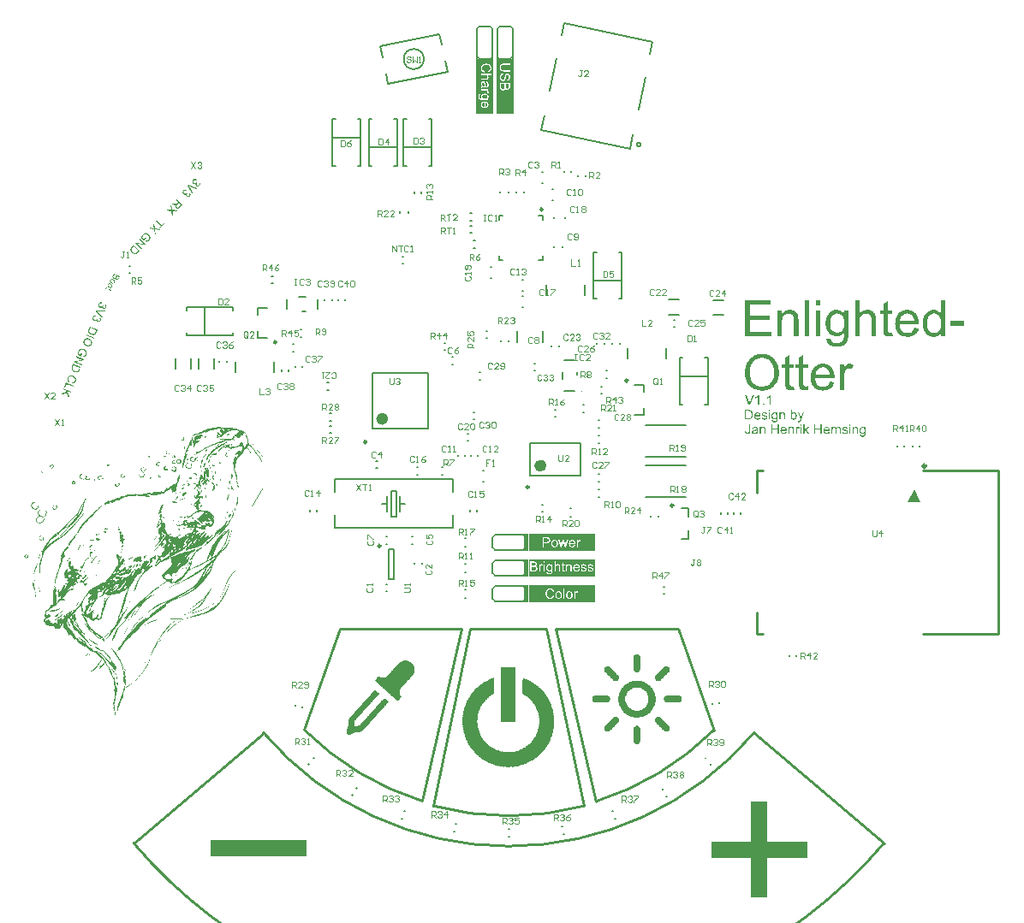
<source format=gto>
G04 Layer_Color=65535*
%FSLAX25Y25*%
%MOIN*%
G70*
G01*
G75*
%ADD55C,0.01181*%
%ADD57C,0.00800*%
%ADD62C,0.00787*%
%ADD63C,0.02362*%
%ADD65C,0.01000*%
%ADD82C,0.00394*%
%ADD83C,0.00984*%
%ADD84C,0.00500*%
%ADD85C,0.00315*%
%ADD86R,0.00650X0.02300*%
%ADD87R,0.06700X0.01800*%
%ADD88R,0.00730X0.02560*%
%ADD89R,0.02300X0.00650*%
%ADD90R,0.01800X0.06700*%
%ADD91R,0.02560X0.00730*%
G36*
X-184179Y-27357D02*
X-184092D01*
Y-27444D01*
Y-27531D01*
Y-27617D01*
Y-27704D01*
Y-27791D01*
Y-27877D01*
Y-27964D01*
X-184005D01*
Y-28051D01*
Y-28137D01*
Y-28224D01*
Y-28311D01*
Y-28397D01*
X-184179D01*
Y-28311D01*
Y-28224D01*
X-184265D01*
Y-28137D01*
Y-28051D01*
Y-27964D01*
Y-27877D01*
Y-27791D01*
Y-27704D01*
X-184352D01*
Y-27617D01*
Y-27531D01*
Y-27444D01*
Y-27357D01*
X-184265D01*
Y-27271D01*
X-184179D01*
Y-27357D01*
D02*
G37*
G36*
X-112760Y-28657D02*
Y-28744D01*
X-112847D01*
Y-28657D01*
Y-28571D01*
X-112760D01*
Y-28657D01*
D02*
G37*
G36*
X-146996D02*
Y-28744D01*
Y-28831D01*
X-147083D01*
Y-28744D01*
Y-28657D01*
Y-28571D01*
X-146996D01*
Y-28657D01*
D02*
G37*
G36*
X-106433Y-17823D02*
Y-17910D01*
X-106520D01*
Y-17997D01*
Y-18083D01*
X-106607D01*
Y-18170D01*
Y-18257D01*
X-106693D01*
Y-18343D01*
X-106780D01*
Y-18430D01*
X-106867D01*
Y-18517D01*
X-106953D01*
Y-18603D01*
X-107040D01*
Y-18690D01*
X-107127D01*
Y-18777D01*
X-107213D01*
Y-18863D01*
X-107300D01*
Y-18950D01*
X-107387D01*
Y-19037D01*
X-107474D01*
Y-19123D01*
Y-19210D01*
X-107560D01*
Y-19297D01*
X-107647D01*
Y-19383D01*
X-107734D01*
Y-19470D01*
X-107820D01*
Y-19557D01*
X-107907D01*
Y-19643D01*
Y-19730D01*
X-107993D01*
Y-19817D01*
X-108080D01*
Y-19904D01*
X-108167D01*
Y-19990D01*
Y-20077D01*
X-108254D01*
Y-20164D01*
X-108340D01*
Y-20250D01*
Y-20337D01*
X-108427D01*
Y-20424D01*
Y-20510D01*
X-108513D01*
Y-20597D01*
X-108600D01*
Y-20684D01*
Y-20770D01*
X-108687D01*
Y-20857D01*
X-108774D01*
Y-20944D01*
Y-21030D01*
X-108860D01*
Y-21117D01*
Y-21204D01*
X-108947D01*
Y-21290D01*
Y-21377D01*
X-109034D01*
Y-21463D01*
Y-21550D01*
X-109120D01*
Y-21637D01*
X-109207D01*
Y-21724D01*
Y-21810D01*
X-109294D01*
Y-21897D01*
Y-21984D01*
X-109380D01*
Y-22070D01*
Y-22157D01*
X-109467D01*
Y-22244D01*
Y-22330D01*
X-109554D01*
Y-22417D01*
Y-22504D01*
X-109640D01*
Y-22590D01*
Y-22677D01*
X-109727D01*
Y-22764D01*
Y-22850D01*
X-109814D01*
Y-22937D01*
Y-23024D01*
Y-23110D01*
X-109900D01*
Y-23197D01*
Y-23284D01*
X-109987D01*
Y-23370D01*
Y-23457D01*
X-110074D01*
Y-23544D01*
Y-23630D01*
X-110160D01*
Y-23717D01*
Y-23804D01*
Y-23890D01*
X-110247D01*
Y-23977D01*
Y-24064D01*
X-110334D01*
Y-24150D01*
Y-24237D01*
X-110420D01*
Y-24324D01*
Y-24410D01*
Y-24497D01*
X-110507D01*
Y-24584D01*
Y-24670D01*
X-110594D01*
Y-24757D01*
Y-24844D01*
Y-24930D01*
X-110680D01*
Y-25017D01*
Y-25104D01*
X-110767D01*
Y-25190D01*
Y-25277D01*
Y-25364D01*
X-110854D01*
Y-25451D01*
Y-25537D01*
Y-25624D01*
X-110940D01*
Y-25710D01*
Y-25797D01*
X-111027D01*
Y-25884D01*
Y-25971D01*
Y-26057D01*
X-111114D01*
Y-26144D01*
Y-26231D01*
X-111200D01*
Y-26317D01*
Y-26404D01*
X-111287D01*
Y-26491D01*
Y-26577D01*
X-111374D01*
Y-26664D01*
Y-26751D01*
Y-26837D01*
X-111460D01*
Y-26924D01*
Y-27011D01*
X-111547D01*
Y-27097D01*
X-111634D01*
Y-27011D01*
Y-26924D01*
X-111547D01*
Y-26837D01*
Y-26751D01*
Y-26664D01*
X-111460D01*
Y-26577D01*
Y-26491D01*
X-111374D01*
Y-26404D01*
Y-26317D01*
X-111287D01*
Y-26231D01*
Y-26144D01*
X-111200D01*
Y-26057D01*
Y-25971D01*
Y-25884D01*
X-111114D01*
Y-25797D01*
Y-25710D01*
X-111027D01*
Y-25624D01*
Y-25537D01*
Y-25451D01*
X-110940D01*
Y-25364D01*
Y-25277D01*
Y-25190D01*
X-110854D01*
Y-25104D01*
Y-25017D01*
Y-24930D01*
Y-24844D01*
X-110767D01*
Y-24757D01*
Y-24670D01*
Y-24584D01*
X-110680D01*
Y-24497D01*
Y-24410D01*
Y-24324D01*
X-110594D01*
Y-24237D01*
Y-24150D01*
Y-24064D01*
X-110507D01*
Y-23977D01*
Y-23890D01*
X-110420D01*
Y-23804D01*
Y-23717D01*
X-110334D01*
Y-23630D01*
Y-23544D01*
Y-23457D01*
X-110247D01*
Y-23370D01*
Y-23284D01*
Y-23197D01*
X-110160D01*
Y-23110D01*
Y-23024D01*
X-110074D01*
Y-22937D01*
Y-22850D01*
X-109987D01*
Y-22764D01*
Y-22677D01*
Y-22590D01*
X-109900D01*
Y-22504D01*
Y-22417D01*
X-109814D01*
Y-22330D01*
Y-22244D01*
X-109727D01*
Y-22157D01*
Y-22070D01*
Y-21984D01*
X-109640D01*
Y-21897D01*
Y-21810D01*
X-109554D01*
Y-21724D01*
Y-21637D01*
X-109467D01*
Y-21550D01*
Y-21463D01*
X-109380D01*
Y-21377D01*
Y-21290D01*
X-109294D01*
Y-21204D01*
X-109207D01*
Y-21117D01*
Y-21030D01*
X-109120D01*
Y-20944D01*
Y-20857D01*
X-109034D01*
Y-20770D01*
X-108947D01*
Y-20684D01*
Y-20597D01*
X-108860D01*
Y-20510D01*
X-108774D01*
Y-20424D01*
X-108687D01*
Y-20337D01*
Y-20250D01*
X-108600D01*
Y-20164D01*
X-108513D01*
Y-20077D01*
Y-19990D01*
X-108427D01*
Y-19904D01*
X-108340D01*
Y-19817D01*
Y-19730D01*
X-108254D01*
Y-19643D01*
X-108167D01*
Y-19557D01*
X-108080D01*
Y-19470D01*
Y-19383D01*
X-107993D01*
Y-19297D01*
X-107907D01*
Y-19210D01*
Y-19123D01*
X-107820D01*
Y-19037D01*
X-107734D01*
Y-18950D01*
X-107647D01*
Y-18863D01*
Y-18777D01*
X-107560D01*
Y-18690D01*
X-107474D01*
Y-18603D01*
X-107387D01*
Y-18517D01*
X-107300D01*
Y-18430D01*
X-107213D01*
Y-18343D01*
Y-18257D01*
X-107040D01*
Y-18170D01*
X-106953D01*
Y-18083D01*
X-106867D01*
Y-17997D01*
X-106780D01*
Y-17910D01*
X-106693D01*
Y-17823D01*
X-106607D01*
Y-17737D01*
X-106433D01*
Y-17823D01*
D02*
G37*
G36*
X-156964Y-27877D02*
Y-27964D01*
X-157050D01*
Y-27877D01*
Y-27791D01*
X-156964D01*
Y-27877D01*
D02*
G37*
G36*
X-111894Y-27531D02*
Y-27617D01*
X-111980D01*
Y-27704D01*
X-112067D01*
Y-27791D01*
Y-27877D01*
X-112154D01*
Y-27964D01*
X-112241D01*
Y-28051D01*
X-112327D01*
Y-28137D01*
Y-28224D01*
X-112414D01*
Y-28311D01*
X-112501D01*
Y-28397D01*
X-112587D01*
Y-28311D01*
Y-28224D01*
X-112501D01*
Y-28137D01*
X-112414D01*
Y-28051D01*
Y-27964D01*
X-112327D01*
Y-27877D01*
X-112241D01*
Y-27791D01*
Y-27704D01*
X-112154D01*
Y-27617D01*
X-112067D01*
Y-27531D01*
X-111980D01*
Y-27444D01*
X-111894D01*
Y-27531D01*
D02*
G37*
G36*
X-167278Y-29958D02*
Y-30044D01*
X-167364D01*
Y-30131D01*
X-167451D01*
Y-30044D01*
Y-29958D01*
X-167364D01*
Y-29871D01*
X-167278D01*
Y-29958D01*
D02*
G37*
G36*
X-147343Y-29524D02*
Y-29611D01*
Y-29697D01*
Y-29784D01*
X-147430D01*
Y-29871D01*
Y-29958D01*
Y-30044D01*
Y-30131D01*
Y-30217D01*
X-147516D01*
Y-30304D01*
X-147603D01*
Y-30217D01*
Y-30131D01*
Y-30044D01*
Y-29958D01*
X-147516D01*
Y-29871D01*
Y-29784D01*
Y-29697D01*
Y-29611D01*
X-147430D01*
Y-29524D01*
Y-29438D01*
X-147343D01*
Y-29524D01*
D02*
G37*
G36*
X-147603Y-30391D02*
Y-30477D01*
Y-30564D01*
X-147690D01*
Y-30477D01*
Y-30391D01*
Y-30304D01*
X-147603D01*
Y-30391D01*
D02*
G37*
G36*
X-167018Y-29524D02*
Y-29611D01*
X-167104D01*
Y-29524D01*
Y-29438D01*
X-167018D01*
Y-29524D01*
D02*
G37*
G36*
X-168318D02*
Y-29611D01*
Y-29697D01*
X-168578D01*
Y-29611D01*
X-168491D01*
Y-29524D01*
X-168404D01*
Y-29438D01*
X-168318D01*
Y-29524D01*
D02*
G37*
G36*
X-167104Y-29697D02*
Y-29784D01*
X-167191D01*
Y-29871D01*
X-167278D01*
Y-29784D01*
Y-29697D01*
X-167191D01*
Y-29611D01*
X-167104D01*
Y-29697D01*
D02*
G37*
G36*
X-184612Y-21377D02*
Y-21463D01*
X-184526D01*
Y-21550D01*
Y-21637D01*
Y-21724D01*
Y-21810D01*
Y-21897D01*
X-184612D01*
Y-21984D01*
Y-22070D01*
Y-22157D01*
Y-22244D01*
Y-22330D01*
X-184699D01*
Y-22417D01*
Y-22504D01*
Y-22590D01*
Y-22677D01*
X-184786D01*
Y-22764D01*
X-184699D01*
Y-22850D01*
Y-22937D01*
Y-23024D01*
Y-23110D01*
Y-23197D01*
X-184612D01*
Y-23284D01*
Y-23370D01*
Y-23457D01*
Y-23544D01*
Y-23630D01*
Y-23717D01*
Y-23804D01*
Y-23890D01*
Y-23977D01*
Y-24064D01*
Y-24150D01*
Y-24237D01*
Y-24324D01*
Y-24410D01*
Y-24497D01*
X-184526D01*
Y-24584D01*
Y-24670D01*
Y-24757D01*
Y-24844D01*
Y-24930D01*
X-184439D01*
Y-25017D01*
Y-25104D01*
Y-25190D01*
Y-25277D01*
X-184352D01*
Y-25364D01*
Y-25451D01*
Y-25537D01*
Y-25624D01*
X-184265D01*
Y-25710D01*
Y-25797D01*
Y-25884D01*
Y-25971D01*
Y-26057D01*
X-184179D01*
Y-26144D01*
Y-26231D01*
Y-26317D01*
Y-26404D01*
Y-26491D01*
Y-26577D01*
X-184265D01*
Y-26491D01*
X-184352D01*
Y-26404D01*
Y-26317D01*
Y-26231D01*
X-184439D01*
Y-26144D01*
Y-26057D01*
Y-25971D01*
Y-25884D01*
X-184526D01*
Y-25797D01*
Y-25710D01*
Y-25624D01*
Y-25537D01*
X-184612D01*
Y-25451D01*
Y-25364D01*
X-184699D01*
Y-25277D01*
Y-25190D01*
X-184786D01*
Y-25104D01*
Y-25017D01*
X-184872D01*
Y-24930D01*
X-184959D01*
Y-24844D01*
Y-24757D01*
X-185046D01*
Y-24670D01*
Y-24584D01*
X-185132D01*
Y-24497D01*
Y-24410D01*
Y-24324D01*
X-185219D01*
Y-24237D01*
Y-24150D01*
Y-24064D01*
Y-23977D01*
X-185306D01*
Y-23890D01*
Y-23804D01*
Y-23717D01*
Y-23630D01*
Y-23544D01*
Y-23457D01*
Y-23370D01*
X-185392D01*
Y-23284D01*
Y-23197D01*
Y-23110D01*
Y-23024D01*
Y-22937D01*
Y-22850D01*
Y-22764D01*
Y-22677D01*
Y-22590D01*
Y-22504D01*
X-185306D01*
Y-22417D01*
X-185219D01*
Y-22504D01*
X-185132D01*
Y-22590D01*
Y-22677D01*
Y-22764D01*
X-185046D01*
Y-22850D01*
X-184959D01*
Y-22764D01*
Y-22677D01*
X-184872D01*
Y-22590D01*
Y-22504D01*
Y-22417D01*
Y-22330D01*
Y-22244D01*
Y-22157D01*
Y-22070D01*
X-184786D01*
Y-21984D01*
Y-21897D01*
Y-21810D01*
Y-21724D01*
Y-21637D01*
X-184699D01*
Y-21550D01*
Y-21463D01*
Y-21377D01*
Y-21290D01*
X-184612D01*
Y-21377D01*
D02*
G37*
G36*
X1871Y160300D02*
X-4829D01*
Y180113D01*
X1871D01*
Y160300D01*
D02*
G37*
G36*
X-164331Y-22850D02*
X-164157D01*
Y-22937D01*
Y-23024D01*
Y-23110D01*
X-164244D01*
Y-23197D01*
X-164331D01*
Y-23284D01*
X-164418D01*
Y-23370D01*
X-164504D01*
Y-23457D01*
X-164591D01*
Y-23544D01*
Y-23630D01*
X-164678D01*
Y-23717D01*
X-164937D01*
Y-23630D01*
X-165024D01*
Y-23544D01*
X-165198D01*
Y-23457D01*
X-165284D01*
Y-23370D01*
Y-23284D01*
Y-23197D01*
Y-23110D01*
Y-23024D01*
Y-22937D01*
X-165198D01*
Y-22850D01*
X-164591D01*
Y-22764D01*
X-164331D01*
Y-22850D01*
D02*
G37*
G36*
X-108340Y-22070D02*
Y-22157D01*
Y-22244D01*
X-108427D01*
Y-22330D01*
X-108513D01*
Y-22244D01*
Y-22157D01*
X-108427D01*
Y-22070D01*
Y-21984D01*
X-108340D01*
Y-22070D01*
D02*
G37*
G36*
X-108513Y-22504D02*
Y-22590D01*
X-108600D01*
Y-22504D01*
Y-22417D01*
X-108513D01*
Y-22504D01*
D02*
G37*
G36*
X-183139Y-22590D02*
Y-22677D01*
Y-22764D01*
Y-22850D01*
X-183225D01*
Y-22764D01*
Y-22677D01*
Y-22590D01*
Y-22504D01*
X-183139D01*
Y-22590D01*
D02*
G37*
G36*
X33470Y-20149D02*
X7767D01*
Y-13449D01*
X33470D01*
Y-20149D01*
D02*
G37*
G36*
X-182879Y-24670D02*
Y-24757D01*
Y-24844D01*
X-182792D01*
Y-24930D01*
Y-25017D01*
Y-25104D01*
X-182705D01*
Y-25190D01*
Y-25277D01*
Y-25364D01*
Y-25451D01*
X-182619D01*
Y-25537D01*
Y-25624D01*
X-182532D01*
Y-25710D01*
Y-25797D01*
Y-25884D01*
Y-25971D01*
Y-26057D01*
Y-26144D01*
X-182619D01*
Y-26057D01*
Y-25971D01*
Y-25884D01*
X-182705D01*
Y-25797D01*
Y-25710D01*
Y-25624D01*
X-182792D01*
Y-25537D01*
Y-25451D01*
Y-25364D01*
Y-25277D01*
X-182879D01*
Y-25190D01*
Y-25104D01*
Y-25017D01*
Y-24930D01*
X-182965D01*
Y-24844D01*
Y-24757D01*
Y-24670D01*
Y-24584D01*
X-182879D01*
Y-24670D01*
D02*
G37*
G36*
X-146043Y-26144D02*
Y-26231D01*
X-146130D01*
Y-26144D01*
Y-26057D01*
X-146043D01*
Y-26144D01*
D02*
G37*
G36*
X-115621Y-24324D02*
Y-24410D01*
X-115707D01*
Y-24324D01*
Y-24237D01*
X-115621D01*
Y-24324D01*
D02*
G37*
G36*
X-182965Y-24410D02*
Y-24497D01*
X-183052D01*
Y-24410D01*
Y-24324D01*
X-182965D01*
Y-24410D01*
D02*
G37*
G36*
X33471Y-10149D02*
X7766D01*
Y-3449D01*
X33471D01*
Y-10149D01*
D02*
G37*
G36*
X137802Y38204D02*
X137840Y38198D01*
X137890Y38188D01*
X137944Y38177D01*
X138004Y38160D01*
X138064Y38138D01*
X138130Y38111D01*
X138195Y38078D01*
X138266Y38040D01*
X138332Y37996D01*
X138397Y37942D01*
X138463Y37882D01*
X138523Y37811D01*
Y38149D01*
X138949D01*
Y35780D01*
Y35774D01*
Y35752D01*
Y35720D01*
Y35676D01*
X138943Y35627D01*
Y35567D01*
X138938Y35501D01*
X138932Y35430D01*
X138916Y35283D01*
X138894Y35130D01*
X138878Y35059D01*
X138862Y34993D01*
X138840Y34933D01*
X138818Y34879D01*
Y34873D01*
X138812Y34868D01*
X138791Y34835D01*
X138763Y34786D01*
X138719Y34726D01*
X138659Y34660D01*
X138589Y34589D01*
X138501Y34518D01*
X138403Y34458D01*
X138397D01*
X138392Y34453D01*
X138375Y34442D01*
X138354Y34437D01*
X138326Y34420D01*
X138294Y34409D01*
X138212Y34382D01*
X138113Y34349D01*
X137993Y34327D01*
X137857Y34306D01*
X137709Y34300D01*
X137660D01*
X137627Y34306D01*
X137584D01*
X137540Y34311D01*
X137486Y34316D01*
X137425Y34327D01*
X137300Y34355D01*
X137169Y34393D01*
X137038Y34447D01*
X136918Y34524D01*
X136912Y34529D01*
X136907Y34535D01*
X136869Y34567D01*
X136825Y34617D01*
X136770Y34688D01*
X136716Y34780D01*
X136667Y34895D01*
X136650Y34961D01*
X136639Y35032D01*
X136628Y35103D01*
Y35184D01*
X137082Y35124D01*
Y35113D01*
X137087Y35092D01*
X137098Y35054D01*
X137109Y35004D01*
X137131Y34955D01*
X137158Y34906D01*
X137191Y34857D01*
X137234Y34819D01*
X137245Y34813D01*
X137267Y34797D01*
X137305Y34775D01*
X137360Y34753D01*
X137425Y34726D01*
X137507Y34704D01*
X137606Y34688D01*
X137709Y34682D01*
X137764D01*
X137819Y34688D01*
X137895Y34699D01*
X137971Y34715D01*
X138053Y34737D01*
X138135Y34770D01*
X138206Y34813D01*
X138212Y34819D01*
X138234Y34835D01*
X138266Y34868D01*
X138304Y34906D01*
X138343Y34961D01*
X138381Y35021D01*
X138419Y35092D01*
X138446Y35174D01*
Y35179D01*
X138452Y35201D01*
X138457Y35245D01*
X138463Y35299D01*
X138468Y35337D01*
Y35381D01*
X138474Y35430D01*
Y35485D01*
Y35545D01*
X138479Y35616D01*
Y35687D01*
Y35769D01*
X138474Y35763D01*
X138463Y35752D01*
X138446Y35736D01*
X138425Y35714D01*
X138397Y35687D01*
X138359Y35654D01*
X138315Y35621D01*
X138272Y35589D01*
X138157Y35523D01*
X138031Y35463D01*
X137961Y35441D01*
X137884Y35425D01*
X137802Y35414D01*
X137720Y35408D01*
X137693D01*
X137666Y35414D01*
X137627D01*
X137578Y35419D01*
X137524Y35430D01*
X137464Y35441D01*
X137398Y35458D01*
X137327Y35479D01*
X137256Y35507D01*
X137185Y35539D01*
X137109Y35578D01*
X137038Y35627D01*
X136967Y35681D01*
X136901Y35741D01*
X136841Y35812D01*
X136836Y35818D01*
X136830Y35829D01*
X136814Y35856D01*
X136792Y35883D01*
X136770Y35927D01*
X136743Y35971D01*
X136716Y36025D01*
X136688Y36091D01*
X136661Y36156D01*
X136634Y36233D01*
X136607Y36309D01*
X136585Y36397D01*
X136546Y36582D01*
X136541Y36686D01*
X136536Y36790D01*
Y36795D01*
Y36806D01*
Y36828D01*
Y36855D01*
X136541Y36893D01*
Y36932D01*
X136552Y37030D01*
X136568Y37139D01*
X136596Y37259D01*
X136628Y37385D01*
X136678Y37510D01*
Y37516D01*
X136683Y37527D01*
X136694Y37543D01*
X136705Y37565D01*
X136738Y37625D01*
X136781Y37702D01*
X136841Y37784D01*
X136912Y37865D01*
X136994Y37953D01*
X137087Y38024D01*
X137092D01*
X137098Y38029D01*
X137114Y38040D01*
X137136Y38051D01*
X137191Y38084D01*
X137267Y38116D01*
X137360Y38149D01*
X137469Y38182D01*
X137589Y38204D01*
X137720Y38209D01*
X137769D01*
X137802Y38204D01*
D02*
G37*
G36*
X-126975Y-36545D02*
X-126888D01*
Y-36631D01*
X-127061D01*
Y-36718D01*
X-127495D01*
Y-36805D01*
X-128275D01*
Y-36891D01*
X-129315D01*
Y-36978D01*
X-129748D01*
Y-36891D01*
X-131569D01*
Y-36805D01*
X-131655D01*
Y-36718D01*
Y-36631D01*
X-131395D01*
Y-36545D01*
X-130702D01*
Y-36631D01*
X-128448D01*
Y-36545D01*
X-127408D01*
Y-36458D01*
X-126975D01*
Y-36545D01*
D02*
G37*
G36*
X-149943Y-36978D02*
Y-37065D01*
X-150030D01*
Y-36978D01*
Y-36891D01*
X-149943D01*
Y-36978D01*
D02*
G37*
G36*
X-141622Y-35245D02*
X-141709D01*
Y-35331D01*
X-141883D01*
Y-35245D01*
X-141796D01*
Y-35158D01*
X-141622D01*
Y-35245D01*
D02*
G37*
G36*
X-173518Y-33164D02*
Y-33251D01*
X-173605D01*
Y-33338D01*
X-173691D01*
Y-33424D01*
Y-33511D01*
X-173778D01*
Y-33598D01*
X-173865D01*
Y-33684D01*
X-173951D01*
Y-33771D01*
X-174038D01*
Y-33858D01*
X-174125D01*
Y-33944D01*
X-174212D01*
Y-34031D01*
X-174298D01*
Y-34118D01*
X-174385D01*
Y-34205D01*
X-174471D01*
Y-34291D01*
X-174558D01*
Y-34378D01*
X-174732D01*
Y-34464D01*
X-174818D01*
Y-34551D01*
X-174905D01*
Y-34638D01*
X-175078D01*
Y-34725D01*
X-175165D01*
Y-34811D01*
X-175252D01*
Y-34898D01*
X-175338D01*
Y-34984D01*
Y-35071D01*
X-175425D01*
Y-35158D01*
X-175512D01*
Y-35245D01*
Y-35331D01*
X-175598D01*
Y-35418D01*
X-175685D01*
Y-35505D01*
Y-35591D01*
X-175772D01*
Y-35678D01*
Y-35765D01*
Y-35851D01*
X-175945D01*
Y-35938D01*
X-176378D01*
Y-35851D01*
X-176465D01*
Y-35765D01*
X-176552D01*
Y-35678D01*
X-176638D01*
Y-35591D01*
Y-35505D01*
X-176552D01*
Y-35418D01*
X-176378D01*
Y-35331D01*
X-176292D01*
Y-35245D01*
X-176118D01*
Y-35158D01*
X-176032D01*
Y-35071D01*
X-175945D01*
Y-34984D01*
X-175858D01*
Y-34898D01*
X-175772D01*
Y-34811D01*
X-175598D01*
Y-34725D01*
X-175512D01*
Y-34638D01*
X-175338D01*
Y-34551D01*
X-175165D01*
Y-34464D01*
X-175078D01*
Y-34378D01*
X-174905D01*
Y-34291D01*
X-174818D01*
Y-34205D01*
X-174732D01*
Y-34118D01*
X-174645D01*
Y-34031D01*
X-174558D01*
Y-33944D01*
X-174471D01*
Y-33858D01*
X-174385D01*
Y-33771D01*
X-174212D01*
Y-33684D01*
X-174125D01*
Y-33598D01*
X-174038D01*
Y-33511D01*
X-173951D01*
Y-33424D01*
X-173865D01*
Y-33338D01*
X-173778D01*
Y-33251D01*
X-173691D01*
Y-33164D01*
X-173605D01*
Y-33078D01*
X-173518D01*
Y-33164D01*
D02*
G37*
G36*
X-108600Y-22677D02*
Y-22764D01*
Y-22850D01*
X-108687D01*
Y-22937D01*
Y-23024D01*
Y-23110D01*
Y-23197D01*
X-108774D01*
Y-23284D01*
Y-23370D01*
X-108860D01*
Y-23457D01*
Y-23544D01*
Y-23630D01*
X-108947D01*
Y-23717D01*
Y-23804D01*
Y-23890D01*
X-109034D01*
Y-23977D01*
Y-24064D01*
Y-24150D01*
X-109120D01*
Y-24237D01*
Y-24324D01*
Y-24410D01*
X-109207D01*
Y-24497D01*
Y-24584D01*
X-109294D01*
Y-24670D01*
Y-24757D01*
Y-24844D01*
X-109380D01*
Y-24930D01*
Y-25017D01*
X-109467D01*
Y-25104D01*
Y-25190D01*
Y-25277D01*
X-109554D01*
Y-25364D01*
Y-25451D01*
Y-25537D01*
X-109640D01*
Y-25624D01*
Y-25710D01*
X-109727D01*
Y-25797D01*
Y-25884D01*
Y-25971D01*
X-109814D01*
Y-26057D01*
Y-26144D01*
X-109900D01*
Y-26231D01*
Y-26317D01*
X-109987D01*
Y-26404D01*
Y-26491D01*
X-110074D01*
Y-26577D01*
Y-26664D01*
X-110160D01*
Y-26751D01*
Y-26837D01*
X-110247D01*
Y-26924D01*
Y-27011D01*
X-110334D01*
Y-27097D01*
Y-27184D01*
X-110420D01*
Y-27271D01*
Y-27357D01*
X-110507D01*
Y-27444D01*
Y-27531D01*
X-110594D01*
Y-27617D01*
X-110680D01*
Y-27704D01*
Y-27791D01*
X-110767D01*
Y-27877D01*
Y-27964D01*
X-110854D01*
Y-28051D01*
X-110940D01*
Y-28137D01*
Y-28224D01*
X-111027D01*
Y-28311D01*
X-111114D01*
Y-28397D01*
Y-28484D01*
X-111200D01*
Y-28571D01*
Y-28657D01*
X-111287D01*
Y-28744D01*
Y-28831D01*
X-111374D01*
Y-28917D01*
Y-29004D01*
X-111460D01*
Y-29091D01*
Y-29177D01*
X-111547D01*
Y-29264D01*
X-111634D01*
Y-29351D01*
Y-29438D01*
X-111720D01*
Y-29524D01*
X-111807D01*
Y-29611D01*
X-111894D01*
Y-29697D01*
Y-29784D01*
X-111980D01*
Y-29871D01*
X-112067D01*
Y-29958D01*
X-112154D01*
Y-30044D01*
Y-30131D01*
X-112241D01*
Y-30217D01*
X-112327D01*
Y-30304D01*
Y-30391D01*
X-112414D01*
Y-30477D01*
Y-30564D01*
X-112501D01*
Y-30651D01*
X-112587D01*
Y-30738D01*
Y-30824D01*
X-112674D01*
Y-30911D01*
X-112760D01*
Y-30998D01*
X-112847D01*
Y-31084D01*
X-112934D01*
Y-31171D01*
X-113021D01*
Y-31258D01*
X-113107D01*
Y-31344D01*
X-113194D01*
Y-31431D01*
X-113280D01*
Y-31518D01*
X-113367D01*
Y-31604D01*
X-113454D01*
Y-31691D01*
X-113541D01*
Y-31778D01*
X-113627D01*
Y-31864D01*
X-113714D01*
Y-31951D01*
X-113801D01*
Y-32038D01*
X-113887D01*
Y-32124D01*
X-113974D01*
Y-32211D01*
X-114061D01*
Y-32298D01*
X-114147D01*
Y-32384D01*
X-114234D01*
Y-32471D01*
X-114321D01*
Y-32558D01*
X-114407D01*
Y-32644D01*
X-114581D01*
Y-32731D01*
X-114667D01*
Y-32818D01*
X-114841D01*
Y-32904D01*
X-114927D01*
Y-32991D01*
X-115101D01*
Y-33078D01*
X-115274D01*
Y-33164D01*
X-115361D01*
Y-33251D01*
X-115534D01*
Y-33338D01*
X-115621D01*
Y-33424D01*
X-115794D01*
Y-33511D01*
X-115967D01*
Y-33598D01*
X-116141D01*
Y-33684D01*
X-116227D01*
Y-33771D01*
X-116401D01*
Y-33858D01*
X-116574D01*
Y-33944D01*
X-116747D01*
Y-34031D01*
X-116921D01*
Y-34118D01*
X-117181D01*
Y-34205D01*
X-117354D01*
Y-34291D01*
X-117527D01*
Y-34378D01*
X-117701D01*
Y-34464D01*
X-117961D01*
Y-34551D01*
X-118221D01*
Y-34638D01*
X-118568D01*
Y-34725D01*
X-118828D01*
Y-34811D01*
X-119174D01*
Y-34898D01*
X-119608D01*
Y-34984D01*
X-119781D01*
Y-35071D01*
X-120128D01*
Y-35158D01*
X-120388D01*
Y-35245D01*
X-120561D01*
Y-35331D01*
X-120908D01*
Y-35418D01*
X-121168D01*
Y-35505D01*
X-121514D01*
Y-35591D01*
X-121861D01*
Y-35678D01*
X-122294D01*
Y-35765D01*
X-122641D01*
Y-35851D01*
X-123074D01*
Y-35938D01*
X-123421D01*
Y-36025D01*
X-123941D01*
Y-36111D01*
X-124288D01*
Y-36198D01*
X-124635D01*
Y-36285D01*
X-124895D01*
Y-36371D01*
X-125501D01*
Y-36285D01*
X-125328D01*
Y-36198D01*
X-124895D01*
Y-36111D01*
X-124635D01*
Y-36025D01*
X-124201D01*
Y-35938D01*
X-123855D01*
Y-35851D01*
X-123681D01*
Y-35765D01*
X-123508D01*
Y-35678D01*
X-123335D01*
Y-35591D01*
X-123161D01*
Y-35505D01*
X-122988D01*
Y-35418D01*
X-122728D01*
Y-35331D01*
X-122381D01*
Y-35245D01*
X-122035D01*
Y-35158D01*
X-121774D01*
Y-35071D01*
X-121428D01*
Y-34984D01*
X-120994D01*
Y-34898D01*
X-120561D01*
Y-34811D01*
X-120214D01*
Y-34725D01*
X-119954D01*
Y-34638D01*
X-119781D01*
Y-34551D01*
X-119521D01*
Y-34464D01*
X-119088D01*
Y-34378D01*
X-118828D01*
Y-34291D01*
X-118654D01*
Y-34205D01*
X-118481D01*
Y-34118D01*
X-118307D01*
Y-34031D01*
X-118134D01*
Y-33944D01*
X-117961D01*
Y-33858D01*
X-117788D01*
Y-33771D01*
X-117614D01*
Y-33684D01*
X-117441D01*
Y-33598D01*
X-117354D01*
Y-33511D01*
X-117181D01*
Y-33424D01*
X-117007D01*
Y-33338D01*
X-116921D01*
Y-33251D01*
X-116747D01*
Y-33164D01*
X-116574D01*
Y-33078D01*
X-116487D01*
Y-32991D01*
X-116401D01*
Y-32904D01*
X-116227D01*
Y-32818D01*
X-116054D01*
Y-32731D01*
X-115967D01*
Y-32644D01*
X-115794D01*
Y-32558D01*
X-115621D01*
Y-32471D01*
X-115447D01*
Y-32384D01*
X-115274D01*
Y-32298D01*
X-115101D01*
Y-32211D01*
X-115014D01*
Y-32124D01*
X-114927D01*
Y-32038D01*
X-114754D01*
Y-31951D01*
X-114667D01*
Y-31864D01*
X-114581D01*
Y-31778D01*
X-114407D01*
Y-31691D01*
X-114321D01*
Y-31604D01*
X-114234D01*
Y-31518D01*
X-114147D01*
Y-31431D01*
X-114061D01*
Y-31344D01*
X-113887D01*
Y-31258D01*
X-113801D01*
Y-31171D01*
X-113714D01*
Y-31084D01*
X-113627D01*
Y-30998D01*
X-113541D01*
Y-30911D01*
X-113454D01*
Y-30824D01*
X-113367D01*
Y-30738D01*
X-113280D01*
Y-30651D01*
X-113107D01*
Y-30564D01*
X-113021D01*
Y-30477D01*
X-112934D01*
Y-30391D01*
X-112847D01*
Y-30304D01*
X-112760D01*
Y-30217D01*
X-112674D01*
Y-30131D01*
X-112587D01*
Y-30044D01*
Y-29958D01*
X-112501D01*
Y-29871D01*
X-112414D01*
Y-29784D01*
X-112327D01*
Y-29697D01*
Y-29611D01*
X-112241D01*
Y-29524D01*
X-112154D01*
Y-29438D01*
Y-29351D01*
X-112067D01*
Y-29264D01*
X-111980D01*
Y-29177D01*
Y-29091D01*
X-111894D01*
Y-29004D01*
X-111807D01*
Y-28917D01*
Y-28831D01*
X-111720D01*
Y-28744D01*
X-111634D01*
Y-28657D01*
Y-28571D01*
X-111547D01*
Y-28484D01*
Y-28397D01*
X-111460D01*
Y-28311D01*
X-111374D01*
Y-28224D01*
Y-28137D01*
X-111287D01*
Y-28051D01*
Y-27964D01*
X-111200D01*
Y-27877D01*
X-111114D01*
Y-27791D01*
Y-27704D01*
X-111027D01*
Y-27617D01*
Y-27531D01*
X-110940D01*
Y-27444D01*
Y-27357D01*
X-110854D01*
Y-27271D01*
X-110767D01*
Y-27184D01*
Y-27097D01*
X-110680D01*
Y-27011D01*
Y-26924D01*
X-110594D01*
Y-26837D01*
Y-26751D01*
X-110507D01*
Y-26664D01*
Y-26577D01*
X-110420D01*
Y-26491D01*
Y-26404D01*
X-110334D01*
Y-26317D01*
Y-26231D01*
X-110247D01*
Y-26144D01*
Y-26057D01*
X-110160D01*
Y-25971D01*
Y-25884D01*
X-110074D01*
Y-25797D01*
X-109987D01*
Y-25710D01*
Y-25624D01*
X-109900D01*
Y-25537D01*
Y-25451D01*
Y-25364D01*
X-109814D01*
Y-25277D01*
Y-25190D01*
X-109727D01*
Y-25104D01*
Y-25017D01*
Y-24930D01*
X-109640D01*
Y-24844D01*
Y-24757D01*
X-109554D01*
Y-24670D01*
Y-24584D01*
X-109467D01*
Y-24497D01*
Y-24410D01*
Y-24324D01*
X-109380D01*
Y-24237D01*
Y-24150D01*
X-109294D01*
Y-24064D01*
Y-23977D01*
Y-23890D01*
X-109207D01*
Y-23804D01*
Y-23717D01*
X-109120D01*
Y-23630D01*
Y-23544D01*
X-109034D01*
Y-23457D01*
Y-23370D01*
X-108947D01*
Y-23284D01*
Y-23197D01*
Y-23110D01*
X-108860D01*
Y-23024D01*
Y-22937D01*
X-108774D01*
Y-22850D01*
Y-22764D01*
X-108687D01*
Y-22677D01*
Y-22590D01*
X-108600D01*
Y-22677D01*
D02*
G37*
G36*
X-129748Y-37325D02*
X-129835D01*
Y-37411D01*
X-130008D01*
Y-37325D01*
X-129922D01*
Y-37238D01*
X-129748D01*
Y-37325D01*
D02*
G37*
G36*
X-150117D02*
Y-37411D01*
X-150203D01*
Y-37325D01*
Y-37238D01*
X-150117D01*
Y-37325D01*
D02*
G37*
G36*
X-126541Y-36891D02*
X-126715D01*
Y-36978D01*
X-126888D01*
Y-37065D01*
X-127061D01*
Y-37151D01*
X-127148D01*
Y-37238D01*
X-127322D01*
Y-37325D01*
X-127495D01*
Y-37411D01*
X-127582D01*
Y-37498D01*
X-127755D01*
Y-37585D01*
X-127841D01*
Y-37671D01*
X-128015D01*
Y-37585D01*
X-127928D01*
Y-37498D01*
X-127841D01*
Y-37411D01*
X-127668D01*
Y-37325D01*
X-127582D01*
Y-37238D01*
X-127408D01*
Y-37151D01*
X-127235D01*
Y-37065D01*
X-127148D01*
Y-36978D01*
X-126975D01*
Y-36891D01*
X-126888D01*
Y-36805D01*
X-126541D01*
Y-36891D01*
D02*
G37*
G36*
X-145436Y-33338D02*
Y-33424D01*
X-145523D01*
Y-33511D01*
Y-33598D01*
Y-33684D01*
X-145609D01*
Y-33771D01*
Y-33858D01*
X-145696D01*
Y-33944D01*
X-145783D01*
Y-34031D01*
Y-34118D01*
X-145870D01*
Y-34205D01*
Y-34291D01*
X-145956D01*
Y-34378D01*
X-146043D01*
Y-34464D01*
Y-34551D01*
X-146130D01*
Y-34638D01*
X-146216D01*
Y-34725D01*
Y-34811D01*
X-146303D01*
Y-34898D01*
Y-34984D01*
Y-35071D01*
Y-35158D01*
X-146389D01*
Y-35245D01*
X-146476D01*
Y-35331D01*
X-146563D01*
Y-35418D01*
X-146650D01*
Y-35505D01*
Y-35591D01*
X-146736D01*
Y-35678D01*
Y-35765D01*
X-146823D01*
Y-35851D01*
X-146910D01*
Y-35938D01*
Y-36025D01*
X-146996D01*
Y-36111D01*
X-147083D01*
Y-36198D01*
X-147256D01*
Y-36285D01*
X-147343D01*
Y-36371D01*
X-147430D01*
Y-36458D01*
Y-36545D01*
X-147516D01*
Y-36631D01*
X-147603D01*
Y-36718D01*
X-147690D01*
Y-36805D01*
Y-36891D01*
X-147776D01*
Y-36978D01*
X-147863D01*
Y-37065D01*
X-147950D01*
Y-37151D01*
X-148036D01*
Y-37065D01*
Y-36978D01*
X-147950D01*
Y-36891D01*
X-147863D01*
Y-36805D01*
Y-36718D01*
X-147776D01*
Y-36631D01*
X-147690D01*
Y-36545D01*
Y-36458D01*
X-147603D01*
Y-36371D01*
X-147516D01*
Y-36285D01*
X-147430D01*
Y-36198D01*
X-147343D01*
Y-36111D01*
X-147256D01*
Y-36025D01*
Y-35938D01*
X-147170D01*
Y-35851D01*
Y-35765D01*
X-147083D01*
Y-35678D01*
X-146996D01*
Y-35591D01*
Y-35505D01*
X-146910D01*
Y-35418D01*
X-146823D01*
Y-35331D01*
Y-35245D01*
X-146736D01*
Y-35158D01*
X-146650D01*
Y-35071D01*
Y-34984D01*
Y-34898D01*
X-146563D01*
Y-34811D01*
Y-34725D01*
X-146476D01*
Y-34638D01*
Y-34551D01*
X-146389D01*
Y-34464D01*
X-146303D01*
Y-34378D01*
Y-34291D01*
X-146216D01*
Y-34205D01*
X-146130D01*
Y-34118D01*
Y-34031D01*
X-146043D01*
Y-33944D01*
X-145956D01*
Y-33858D01*
X-145783D01*
Y-33771D01*
X-145696D01*
Y-33684D01*
Y-33598D01*
Y-33511D01*
X-145609D01*
Y-33424D01*
Y-33338D01*
X-145523D01*
Y-33251D01*
X-145436D01*
Y-33338D01*
D02*
G37*
G36*
X-150030Y-37151D02*
Y-37238D01*
X-150117D01*
Y-37151D01*
Y-37065D01*
X-150030D01*
Y-37151D01*
D02*
G37*
G36*
X-173345Y-34811D02*
X-173431D01*
Y-34898D01*
X-173518D01*
Y-34984D01*
X-173605D01*
Y-35071D01*
X-173691D01*
Y-35158D01*
X-173778D01*
Y-35245D01*
X-173951D01*
Y-35331D01*
X-174038D01*
Y-35418D01*
X-174125D01*
Y-35505D01*
Y-35591D01*
X-174212D01*
Y-35678D01*
X-174298D01*
Y-35765D01*
X-174471D01*
Y-35851D01*
X-174558D01*
Y-35938D01*
X-174732D01*
Y-36025D01*
X-174818D01*
Y-36111D01*
X-174992D01*
Y-36198D01*
X-175078D01*
Y-36285D01*
X-175252D01*
Y-36371D01*
X-175338D01*
Y-36458D01*
X-175425D01*
Y-36545D01*
X-175512D01*
Y-36631D01*
X-175598D01*
Y-36718D01*
Y-36805D01*
X-175772D01*
Y-36891D01*
X-175945D01*
Y-36978D01*
X-176118D01*
Y-37065D01*
X-176378D01*
Y-37151D01*
X-176552D01*
Y-37238D01*
X-176898D01*
Y-37151D01*
X-176812D01*
Y-37065D01*
X-176638D01*
Y-36978D01*
X-176552D01*
Y-36891D01*
X-176465D01*
Y-36805D01*
X-176292D01*
Y-36718D01*
X-176205D01*
Y-36631D01*
X-176118D01*
Y-36545D01*
X-176032D01*
Y-36458D01*
X-175945D01*
Y-36371D01*
X-175858D01*
Y-36285D01*
X-175772D01*
Y-36198D01*
X-175685D01*
Y-36111D01*
X-175512D01*
Y-36025D01*
X-175338D01*
Y-35938D01*
X-175165D01*
Y-35851D01*
X-174992D01*
Y-35765D01*
X-174818D01*
Y-35678D01*
X-174645D01*
Y-35591D01*
X-174558D01*
Y-35505D01*
X-174471D01*
Y-35418D01*
X-174385D01*
Y-35331D01*
X-174298D01*
Y-35245D01*
X-174212D01*
Y-35158D01*
X-174125D01*
Y-35071D01*
X-174038D01*
Y-34984D01*
X-173865D01*
Y-34898D01*
X-173778D01*
Y-34811D01*
X-173605D01*
Y-34725D01*
X-173345D01*
Y-34811D01*
D02*
G37*
G36*
X-144223Y-32038D02*
Y-32124D01*
X-144396D01*
Y-32038D01*
X-144309D01*
Y-31951D01*
X-144223D01*
Y-32038D01*
D02*
G37*
G36*
X-115967Y-31431D02*
X-116054D01*
Y-31518D01*
X-116141D01*
Y-31604D01*
X-116314D01*
Y-31691D01*
X-116487D01*
Y-31778D01*
X-116661D01*
Y-31864D01*
X-116834D01*
Y-31951D01*
X-116921D01*
Y-32038D01*
X-117094D01*
Y-32124D01*
X-117181D01*
Y-32211D01*
X-117354D01*
Y-32298D01*
X-117527D01*
Y-32384D01*
X-117788D01*
Y-32298D01*
X-117614D01*
Y-32211D01*
X-117441D01*
Y-32124D01*
X-117354D01*
Y-32038D01*
X-117181D01*
Y-31951D01*
X-117007D01*
Y-31864D01*
X-116921D01*
Y-31778D01*
X-116747D01*
Y-31691D01*
X-116574D01*
Y-31604D01*
X-116487D01*
Y-31518D01*
X-116314D01*
Y-31431D01*
X-116141D01*
Y-31344D01*
X-115967D01*
Y-31431D01*
D02*
G37*
G36*
X-174471Y-32558D02*
X-174558D01*
Y-32644D01*
X-174732D01*
Y-32731D01*
X-174818D01*
Y-32818D01*
X-174992D01*
Y-32904D01*
X-175078D01*
Y-32991D01*
X-175165D01*
Y-33078D01*
X-175252D01*
Y-33164D01*
X-175425D01*
Y-33251D01*
X-175598D01*
Y-33338D01*
X-176032D01*
Y-33424D01*
X-176292D01*
Y-33511D01*
X-176638D01*
Y-33598D01*
X-176725D01*
Y-33684D01*
Y-33771D01*
Y-33858D01*
Y-33944D01*
X-177072D01*
Y-33858D01*
X-177418D01*
Y-33771D01*
X-177765D01*
Y-33684D01*
X-178545D01*
Y-33771D01*
X-178718D01*
Y-33684D01*
X-178805D01*
Y-33598D01*
X-178892D01*
Y-33511D01*
X-178805D01*
Y-33424D01*
X-178458D01*
Y-33338D01*
X-177938D01*
Y-33251D01*
X-177072D01*
Y-33164D01*
X-176552D01*
Y-33078D01*
X-176205D01*
Y-32991D01*
X-175945D01*
Y-32904D01*
X-175772D01*
Y-32818D01*
X-175425D01*
Y-32731D01*
X-175078D01*
Y-32644D01*
X-174818D01*
Y-32558D01*
X-174645D01*
Y-32471D01*
X-174471D01*
Y-32558D01*
D02*
G37*
G36*
X-113887Y-29958D02*
X-113974D01*
Y-30044D01*
X-114061D01*
Y-30131D01*
X-114147D01*
Y-30217D01*
X-114234D01*
Y-30304D01*
X-114321D01*
Y-30391D01*
X-114407D01*
Y-30477D01*
X-114581D01*
Y-30564D01*
X-114667D01*
Y-30651D01*
X-114754D01*
Y-30738D01*
X-114841D01*
Y-30824D01*
X-115014D01*
Y-30911D01*
X-115187D01*
Y-30824D01*
X-115101D01*
Y-30738D01*
X-115014D01*
Y-30651D01*
X-114841D01*
Y-30564D01*
X-114754D01*
Y-30477D01*
X-114667D01*
Y-30391D01*
X-114581D01*
Y-30304D01*
X-114494D01*
Y-30217D01*
X-114321D01*
Y-30131D01*
X-114234D01*
Y-30044D01*
X-114147D01*
Y-29958D01*
X-114061D01*
Y-29871D01*
X-113887D01*
Y-29958D01*
D02*
G37*
G36*
X-115187Y-30998D02*
X-115274D01*
Y-31084D01*
X-115447D01*
Y-30998D01*
X-115361D01*
Y-30911D01*
X-115187D01*
Y-30998D01*
D02*
G37*
G36*
X-167451Y-30217D02*
Y-30304D01*
X-167538D01*
Y-30391D01*
Y-30477D01*
X-167624D01*
Y-30564D01*
X-167711D01*
Y-30651D01*
Y-30738D01*
X-167798D01*
Y-30824D01*
Y-30911D01*
X-167884D01*
Y-30998D01*
X-167971D01*
Y-31084D01*
X-168058D01*
Y-31171D01*
Y-31258D01*
X-168144D01*
Y-31344D01*
X-168231D01*
Y-31431D01*
X-168318D01*
Y-31518D01*
X-168491D01*
Y-31431D01*
Y-31344D01*
X-168404D01*
Y-31258D01*
X-168318D01*
Y-31171D01*
X-168231D01*
Y-31084D01*
Y-30998D01*
X-168144D01*
Y-30911D01*
X-168058D01*
Y-30824D01*
Y-30738D01*
X-167971D01*
Y-30651D01*
X-167884D01*
Y-30564D01*
Y-30477D01*
X-167798D01*
Y-30391D01*
X-167711D01*
Y-30304D01*
X-167624D01*
Y-30217D01*
X-167538D01*
Y-30131D01*
X-167451D01*
Y-30217D01*
D02*
G37*
G36*
X-140669Y-34378D02*
X-140756D01*
Y-34464D01*
X-140842D01*
Y-34551D01*
X-140929D01*
Y-34638D01*
X-141016D01*
Y-34725D01*
X-141103D01*
Y-34811D01*
X-141189D01*
Y-34898D01*
X-141276D01*
Y-34984D01*
X-141363D01*
Y-35071D01*
X-141536D01*
Y-34984D01*
X-141449D01*
Y-34898D01*
X-141363D01*
Y-34811D01*
X-141276D01*
Y-34725D01*
X-141189D01*
Y-34638D01*
X-141103D01*
Y-34551D01*
X-141016D01*
Y-34464D01*
X-140929D01*
Y-34378D01*
X-140842D01*
Y-34291D01*
X-140669D01*
Y-34378D01*
D02*
G37*
G36*
X-145176Y-34464D02*
Y-34551D01*
Y-34638D01*
X-145263D01*
Y-34725D01*
Y-34811D01*
X-145350D01*
Y-34898D01*
X-145436D01*
Y-34984D01*
X-145523D01*
Y-35071D01*
X-145609D01*
Y-34984D01*
Y-34898D01*
Y-34811D01*
X-145523D01*
Y-34725D01*
Y-34638D01*
X-145436D01*
Y-34551D01*
X-145350D01*
Y-34464D01*
X-145263D01*
Y-34378D01*
X-145176D01*
Y-34464D01*
D02*
G37*
G36*
X-125068Y-34725D02*
X-124981D01*
Y-34811D01*
X-125241D01*
Y-34898D01*
X-125415D01*
Y-34984D01*
X-125675D01*
Y-35071D01*
X-126108D01*
Y-35158D01*
X-126628D01*
Y-35245D01*
X-127061D01*
Y-35158D01*
X-126802D01*
Y-35071D01*
X-126368D01*
Y-34984D01*
X-126021D01*
Y-34898D01*
X-125588D01*
Y-34811D01*
X-125415D01*
Y-34725D01*
X-125155D01*
Y-34638D01*
X-125068D01*
Y-34725D01*
D02*
G37*
G36*
X-162857Y-32731D02*
X-162771D01*
Y-32818D01*
X-162684D01*
Y-32904D01*
Y-32991D01*
X-162771D01*
Y-33078D01*
Y-33164D01*
X-162857D01*
Y-33251D01*
Y-33338D01*
X-162944D01*
Y-33424D01*
Y-33511D01*
X-163031D01*
Y-33598D01*
Y-33684D01*
X-163117D01*
Y-33771D01*
Y-33858D01*
X-163204D01*
Y-33944D01*
X-163291D01*
Y-34031D01*
Y-34118D01*
X-163377D01*
Y-34205D01*
Y-34291D01*
X-163464D01*
Y-34378D01*
X-163551D01*
Y-34291D01*
Y-34205D01*
Y-34118D01*
Y-34031D01*
Y-33944D01*
Y-33858D01*
Y-33771D01*
X-163464D01*
Y-33684D01*
Y-33598D01*
X-163377D01*
Y-33511D01*
Y-33424D01*
X-163291D01*
Y-33338D01*
Y-33251D01*
X-163204D01*
Y-33164D01*
Y-33078D01*
X-163117D01*
Y-32991D01*
Y-32904D01*
Y-32818D01*
X-163031D01*
Y-32731D01*
Y-32644D01*
X-162857D01*
Y-32731D01*
D02*
G37*
G36*
X-115707Y-24497D02*
Y-24584D01*
Y-24670D01*
X-115794D01*
Y-24757D01*
Y-24844D01*
Y-24930D01*
X-115881D01*
Y-25017D01*
Y-25104D01*
X-115967D01*
Y-25190D01*
Y-25277D01*
X-116054D01*
Y-25364D01*
Y-25451D01*
X-116141D01*
Y-25537D01*
Y-25624D01*
X-116227D01*
Y-25710D01*
Y-25797D01*
X-116314D01*
Y-25884D01*
Y-25971D01*
X-116401D01*
Y-26057D01*
Y-26144D01*
Y-26231D01*
X-116487D01*
Y-26317D01*
X-116574D01*
Y-26404D01*
Y-26491D01*
X-116661D01*
Y-26577D01*
X-116747D01*
Y-26664D01*
Y-26751D01*
X-116834D01*
Y-26837D01*
X-116921D01*
Y-26924D01*
Y-27011D01*
X-117007D01*
Y-27097D01*
X-117094D01*
Y-27184D01*
X-117181D01*
Y-27271D01*
Y-27357D01*
X-117268D01*
Y-27444D01*
X-117354D01*
Y-27531D01*
Y-27617D01*
X-117441D01*
Y-27704D01*
Y-27791D01*
X-117527D01*
Y-27877D01*
Y-27964D01*
X-117614D01*
Y-28051D01*
Y-28137D01*
X-117701D01*
Y-28224D01*
Y-28311D01*
X-117788D01*
Y-28397D01*
Y-28484D01*
X-117874D01*
Y-28571D01*
X-117961D01*
Y-28657D01*
Y-28744D01*
X-118047D01*
Y-28831D01*
Y-28917D01*
X-118134D01*
Y-29004D01*
X-118221D01*
Y-29091D01*
Y-29177D01*
X-118307D01*
Y-29264D01*
Y-29351D01*
X-118394D01*
Y-29438D01*
X-118481D01*
Y-29524D01*
Y-29611D01*
X-118568D01*
Y-29697D01*
Y-29784D01*
X-118654D01*
Y-29871D01*
X-118741D01*
Y-29958D01*
Y-30044D01*
X-118828D01*
Y-30131D01*
X-118914D01*
Y-30217D01*
X-119001D01*
Y-30304D01*
Y-30391D01*
X-119088D01*
Y-30477D01*
X-119174D01*
Y-30564D01*
Y-30651D01*
X-119261D01*
Y-30738D01*
X-119348D01*
Y-30824D01*
X-119434D01*
Y-30911D01*
X-119521D01*
Y-30998D01*
X-119608D01*
Y-31084D01*
Y-31171D01*
X-119694D01*
Y-31258D01*
X-119781D01*
Y-31344D01*
X-119868D01*
Y-31431D01*
X-119954D01*
Y-31518D01*
X-120041D01*
Y-31604D01*
X-120128D01*
Y-31691D01*
X-120214D01*
Y-31778D01*
X-120388D01*
Y-31864D01*
X-120474D01*
Y-31951D01*
X-120561D01*
Y-32038D01*
X-120734D01*
Y-32124D01*
X-120821D01*
Y-32211D01*
X-120994D01*
Y-32298D01*
X-121081D01*
Y-32384D01*
X-121254D01*
Y-32471D01*
X-121341D01*
Y-32558D01*
X-121514D01*
Y-32644D01*
X-121601D01*
Y-32731D01*
X-121774D01*
Y-32818D01*
X-121948D01*
Y-32904D01*
X-122035D01*
Y-32991D01*
X-122208D01*
Y-33078D01*
X-122294D01*
Y-33164D01*
X-122468D01*
Y-33251D01*
X-122555D01*
Y-33338D01*
X-122728D01*
Y-33424D01*
X-122815D01*
Y-33511D01*
X-122988D01*
Y-33598D01*
X-123161D01*
Y-33684D01*
X-123248D01*
Y-33771D01*
X-123421D01*
Y-33858D01*
X-123508D01*
Y-33944D01*
X-123681D01*
Y-34031D01*
X-123768D01*
Y-34118D01*
X-124028D01*
Y-34205D01*
X-124288D01*
Y-34291D01*
X-124548D01*
Y-34378D01*
X-124635D01*
Y-34464D01*
X-124808D01*
Y-34378D01*
X-124721D01*
Y-34291D01*
X-124635D01*
Y-34205D01*
X-124461D01*
Y-34118D01*
X-124288D01*
Y-34031D01*
X-124201D01*
Y-33944D01*
X-124028D01*
Y-33858D01*
X-123941D01*
Y-33771D01*
X-123768D01*
Y-33684D01*
X-123595D01*
Y-33598D01*
X-123508D01*
Y-33511D01*
X-123421D01*
Y-33424D01*
X-123248D01*
Y-33338D01*
X-123161D01*
Y-33251D01*
X-122988D01*
Y-33164D01*
X-122901D01*
Y-33078D01*
X-122728D01*
Y-32991D01*
X-122641D01*
Y-32904D01*
X-122468D01*
Y-32818D01*
X-122381D01*
Y-32731D01*
X-122208D01*
Y-32644D01*
X-122121D01*
Y-32558D01*
X-121948D01*
Y-32471D01*
X-121861D01*
Y-32384D01*
X-121774D01*
Y-32298D01*
X-121601D01*
Y-32211D01*
X-121514D01*
Y-32124D01*
X-121428D01*
Y-32038D01*
X-121254D01*
Y-31951D01*
X-121168D01*
Y-31864D01*
X-121081D01*
Y-31778D01*
X-120994D01*
Y-31691D01*
X-120821D01*
Y-31604D01*
X-120734D01*
Y-31518D01*
X-120648D01*
Y-31431D01*
X-120561D01*
Y-31344D01*
X-120474D01*
Y-31258D01*
X-120388D01*
Y-31171D01*
X-120301D01*
Y-31084D01*
X-120214D01*
Y-30998D01*
X-120128D01*
Y-30911D01*
X-120041D01*
Y-30824D01*
X-119954D01*
Y-30738D01*
X-119868D01*
Y-30651D01*
X-119781D01*
Y-30564D01*
X-119694D01*
Y-30477D01*
X-119608D01*
Y-30391D01*
Y-30304D01*
X-119521D01*
Y-30217D01*
X-119434D01*
Y-30131D01*
X-119348D01*
Y-30044D01*
X-119261D01*
Y-29958D01*
Y-29871D01*
X-119174D01*
Y-29784D01*
X-119088D01*
Y-29697D01*
X-119001D01*
Y-29611D01*
Y-29524D01*
X-118914D01*
Y-29438D01*
X-118828D01*
Y-29351D01*
X-118741D01*
Y-29264D01*
Y-29177D01*
X-118654D01*
Y-29091D01*
X-118568D01*
Y-29004D01*
Y-28917D01*
X-118481D01*
Y-28831D01*
Y-28744D01*
X-118654D01*
Y-28831D01*
X-118741D01*
Y-28917D01*
X-118914D01*
Y-29004D01*
Y-29091D01*
X-119001D01*
Y-29177D01*
X-119174D01*
Y-29264D01*
X-119261D01*
Y-29351D01*
X-119348D01*
Y-29438D01*
X-119434D01*
Y-29524D01*
X-119521D01*
Y-29611D01*
X-119608D01*
Y-29697D01*
X-119694D01*
Y-29784D01*
X-119868D01*
Y-29871D01*
X-119954D01*
Y-29958D01*
X-120041D01*
Y-30044D01*
X-120128D01*
Y-30131D01*
X-120301D01*
Y-30217D01*
X-120388D01*
Y-30304D01*
X-120474D01*
Y-30391D01*
X-120648D01*
Y-30477D01*
X-120734D01*
Y-30564D01*
X-120908D01*
Y-30651D01*
X-120994D01*
Y-30738D01*
X-121081D01*
Y-30824D01*
X-121254D01*
Y-30911D01*
X-121341D01*
Y-30998D01*
X-121428D01*
Y-31084D01*
X-121601D01*
Y-31171D01*
X-121688D01*
Y-31258D01*
X-121774D01*
Y-31344D01*
X-121948D01*
Y-31431D01*
X-122035D01*
Y-31518D01*
X-122208D01*
Y-31604D01*
X-122294D01*
Y-31691D01*
X-122381D01*
Y-31778D01*
X-122555D01*
Y-31864D01*
X-122728D01*
Y-31951D01*
X-122815D01*
Y-32038D01*
X-122988D01*
Y-32124D01*
X-123074D01*
Y-32211D01*
X-123161D01*
Y-32298D01*
X-123335D01*
Y-32384D01*
X-123421D01*
Y-32471D01*
X-123508D01*
Y-32558D01*
X-123681D01*
Y-32644D01*
X-123855D01*
Y-32731D01*
X-124028D01*
Y-32644D01*
X-123941D01*
Y-32558D01*
X-123855D01*
Y-32471D01*
X-123681D01*
Y-32384D01*
X-123595D01*
Y-32298D01*
X-123508D01*
Y-32211D01*
X-123421D01*
Y-32124D01*
X-123248D01*
Y-32038D01*
X-123161D01*
Y-31951D01*
X-122988D01*
Y-31864D01*
X-122901D01*
Y-31778D01*
X-122728D01*
Y-31691D01*
X-122641D01*
Y-31604D01*
X-122555D01*
Y-31518D01*
X-122381D01*
Y-31431D01*
X-122294D01*
Y-31344D01*
X-122208D01*
Y-31258D01*
X-122121D01*
Y-31171D01*
X-122035D01*
Y-31084D01*
X-121948D01*
Y-30998D01*
X-121861D01*
Y-30911D01*
X-121774D01*
Y-30824D01*
X-121688D01*
Y-30738D01*
X-121601D01*
Y-30651D01*
X-121428D01*
Y-30564D01*
X-121341D01*
Y-30477D01*
X-121254D01*
Y-30391D01*
X-121081D01*
Y-30304D01*
X-120994D01*
Y-30217D01*
X-120908D01*
Y-30131D01*
X-120734D01*
Y-30044D01*
X-120648D01*
Y-29958D01*
X-120474D01*
Y-29871D01*
X-120301D01*
Y-29784D01*
X-120214D01*
Y-29697D01*
X-120128D01*
Y-29611D01*
X-119954D01*
Y-29524D01*
X-119868D01*
Y-29438D01*
X-119694D01*
Y-29351D01*
X-119608D01*
Y-29264D01*
X-119521D01*
Y-29177D01*
X-119434D01*
Y-29091D01*
X-119348D01*
Y-29004D01*
X-119261D01*
Y-28917D01*
X-119174D01*
Y-28831D01*
X-119001D01*
Y-28744D01*
X-118914D01*
Y-28657D01*
X-118828D01*
Y-28571D01*
X-118741D01*
Y-28484D01*
X-118654D01*
Y-28397D01*
X-118568D01*
Y-28311D01*
Y-28224D01*
X-118481D01*
Y-28137D01*
X-118394D01*
Y-28051D01*
X-118307D01*
Y-27964D01*
Y-27877D01*
X-118221D01*
Y-27791D01*
X-118134D01*
Y-27704D01*
X-118047D01*
Y-27617D01*
X-117961D01*
Y-27531D01*
Y-27444D01*
X-117874D01*
Y-27357D01*
X-117788D01*
Y-27271D01*
X-117701D01*
Y-27184D01*
X-117614D01*
Y-27097D01*
Y-27011D01*
X-117527D01*
Y-26924D01*
X-117441D01*
Y-26837D01*
X-117354D01*
Y-26751D01*
Y-26664D01*
X-117268D01*
Y-26577D01*
X-117181D01*
Y-26491D01*
Y-26404D01*
X-117094D01*
Y-26317D01*
X-117007D01*
Y-26231D01*
X-116921D01*
Y-26144D01*
Y-26057D01*
X-116834D01*
Y-25971D01*
X-116747D01*
Y-25884D01*
Y-25797D01*
X-116661D01*
Y-25710D01*
X-116574D01*
Y-25624D01*
Y-25537D01*
X-116487D01*
Y-25451D01*
X-116401D01*
Y-25364D01*
X-116314D01*
Y-25277D01*
Y-25190D01*
X-116227D01*
Y-25104D01*
X-116141D01*
Y-25017D01*
Y-24930D01*
X-116054D01*
Y-24844D01*
Y-24757D01*
X-115967D01*
Y-24670D01*
X-115881D01*
Y-24584D01*
Y-24497D01*
X-115794D01*
Y-24410D01*
X-115707D01*
Y-24497D01*
D02*
G37*
G36*
X-117961Y-32558D02*
X-118047D01*
Y-32644D01*
X-118221D01*
Y-32731D01*
X-118394D01*
Y-32818D01*
X-118481D01*
Y-32904D01*
X-118741D01*
Y-32991D01*
X-118914D01*
Y-33078D01*
X-119088D01*
Y-33164D01*
X-119348D01*
Y-33251D01*
X-119521D01*
Y-33338D01*
X-119781D01*
Y-33424D01*
X-120041D01*
Y-33511D01*
X-120214D01*
Y-33598D01*
X-120474D01*
Y-33684D01*
X-120648D01*
Y-33771D01*
X-120821D01*
Y-33858D01*
X-120994D01*
Y-33944D01*
X-121341D01*
Y-34031D01*
X-121601D01*
Y-34118D01*
X-121861D01*
Y-34205D01*
X-122121D01*
Y-34291D01*
X-122555D01*
Y-34378D01*
X-122988D01*
Y-34464D01*
X-123508D01*
Y-34551D01*
X-123941D01*
Y-34464D01*
X-123768D01*
Y-34378D01*
X-123508D01*
Y-34291D01*
X-123248D01*
Y-34205D01*
X-122815D01*
Y-34118D01*
X-122294D01*
Y-34031D01*
X-121948D01*
Y-33944D01*
X-121688D01*
Y-33858D01*
X-121428D01*
Y-33771D01*
X-121254D01*
Y-33684D01*
X-120994D01*
Y-33598D01*
X-120734D01*
Y-33511D01*
X-120474D01*
Y-33424D01*
X-120214D01*
Y-33338D01*
X-119954D01*
Y-33251D01*
X-119781D01*
Y-33164D01*
X-119521D01*
Y-33078D01*
X-119261D01*
Y-32991D01*
X-119088D01*
Y-32904D01*
X-118914D01*
Y-32818D01*
X-118654D01*
Y-32731D01*
X-118481D01*
Y-32644D01*
X-118307D01*
Y-32558D01*
X-118134D01*
Y-32471D01*
X-117961D01*
Y-32558D01*
D02*
G37*
G36*
X-143269Y-12363D02*
X-143096D01*
Y-12450D01*
X-143009D01*
Y-12536D01*
Y-12623D01*
Y-12710D01*
Y-12796D01*
Y-12883D01*
Y-12970D01*
Y-13056D01*
Y-13143D01*
Y-13230D01*
Y-13316D01*
Y-13403D01*
Y-13490D01*
Y-13576D01*
Y-13663D01*
X-142923D01*
Y-13750D01*
Y-13836D01*
X-142836D01*
Y-13923D01*
Y-14010D01*
Y-14096D01*
X-142923D01*
Y-14183D01*
X-143009D01*
Y-14270D01*
X-143183D01*
Y-14356D01*
X-143703D01*
Y-14270D01*
X-144396D01*
Y-14356D01*
X-144483D01*
Y-14443D01*
X-144569D01*
Y-14530D01*
X-144656D01*
Y-14616D01*
X-144743D01*
Y-14530D01*
X-144916D01*
Y-14443D01*
X-145003D01*
Y-14356D01*
X-145089D01*
Y-14270D01*
X-145609D01*
Y-14356D01*
X-145783D01*
Y-14443D01*
X-145870D01*
Y-14530D01*
X-146043D01*
Y-14443D01*
X-146130D01*
Y-14356D01*
X-146216D01*
Y-14270D01*
Y-14183D01*
Y-14096D01*
Y-14010D01*
Y-13923D01*
Y-13836D01*
X-146130D01*
Y-13750D01*
X-146043D01*
Y-13663D01*
Y-13576D01*
X-145956D01*
Y-13490D01*
X-145870D01*
Y-13403D01*
X-145783D01*
Y-13316D01*
X-145609D01*
Y-13230D01*
X-145523D01*
Y-13143D01*
X-145436D01*
Y-13056D01*
X-145350D01*
Y-12970D01*
X-145263D01*
Y-12883D01*
X-145089D01*
Y-12796D01*
X-144916D01*
Y-12710D01*
X-144829D01*
Y-12623D01*
X-144656D01*
Y-12536D01*
X-144483D01*
Y-12450D01*
X-144309D01*
Y-12363D01*
X-143876D01*
Y-12276D01*
X-143269D01*
Y-12363D01*
D02*
G37*
G36*
X-160344Y-14096D02*
X-160431D01*
Y-14183D01*
X-160517D01*
Y-14270D01*
X-160690D01*
Y-14356D01*
X-160864D01*
Y-14270D01*
X-160777D01*
Y-14183D01*
X-160690D01*
Y-14096D01*
X-160517D01*
Y-14010D01*
X-160344D01*
Y-14096D01*
D02*
G37*
G36*
X-160517Y-12276D02*
Y-12363D01*
Y-12450D01*
X-160604D01*
Y-12536D01*
Y-12623D01*
X-160690D01*
Y-12710D01*
X-160777D01*
Y-12796D01*
X-160864D01*
Y-12883D01*
X-160951D01*
Y-12970D01*
X-161037D01*
Y-13056D01*
X-161124D01*
Y-13143D01*
Y-13230D01*
X-161211D01*
Y-13316D01*
X-161297D01*
Y-13403D01*
Y-13490D01*
X-161384D01*
Y-13576D01*
X-161471D01*
Y-13663D01*
X-161557D01*
Y-13750D01*
X-161644D01*
Y-13836D01*
Y-13923D01*
X-161731D01*
Y-14010D01*
X-161817D01*
Y-14096D01*
X-161904D01*
Y-14183D01*
X-161991D01*
Y-14270D01*
Y-14356D01*
X-162077D01*
Y-14443D01*
X-162164D01*
Y-14530D01*
X-162251D01*
Y-14616D01*
Y-14703D01*
X-162424D01*
Y-14790D01*
X-162511D01*
Y-14876D01*
X-162597D01*
Y-14963D01*
X-162771D01*
Y-14876D01*
Y-14790D01*
X-162684D01*
Y-14703D01*
X-162597D01*
Y-14616D01*
Y-14530D01*
X-162511D01*
Y-14443D01*
X-162424D01*
Y-14356D01*
X-162337D01*
Y-14270D01*
Y-14183D01*
X-162251D01*
Y-14096D01*
X-162164D01*
Y-14010D01*
X-162077D01*
Y-13923D01*
Y-13836D01*
X-161991D01*
Y-13750D01*
X-161904D01*
Y-13663D01*
X-161817D01*
Y-13576D01*
Y-13490D01*
X-161731D01*
Y-13403D01*
X-161644D01*
Y-13316D01*
X-161557D01*
Y-13230D01*
X-161471D01*
Y-13143D01*
X-161384D01*
Y-13056D01*
Y-12970D01*
X-161297D01*
Y-12883D01*
Y-12796D01*
X-161211D01*
Y-12710D01*
X-161124D01*
Y-12623D01*
X-161037D01*
Y-12536D01*
Y-12450D01*
X-160951D01*
Y-12363D01*
X-160864D01*
Y-12276D01*
X-160690D01*
Y-12190D01*
X-160517D01*
Y-12276D01*
D02*
G37*
G36*
X-119694Y-8636D02*
X-119608D01*
Y-8723D01*
Y-8809D01*
Y-8896D01*
Y-8983D01*
X-119521D01*
Y-9069D01*
X-119608D01*
Y-9156D01*
Y-9243D01*
X-119694D01*
Y-9329D01*
X-119868D01*
Y-9416D01*
X-120128D01*
Y-9503D01*
X-120388D01*
Y-9589D01*
X-120561D01*
Y-9676D01*
X-120648D01*
Y-9763D01*
Y-9849D01*
X-120734D01*
Y-9936D01*
X-120821D01*
Y-10023D01*
X-120908D01*
Y-10109D01*
X-120994D01*
Y-10196D01*
X-121168D01*
Y-10283D01*
X-121254D01*
Y-10369D01*
X-121341D01*
Y-10456D01*
X-121428D01*
Y-10543D01*
X-121514D01*
Y-10629D01*
X-121688D01*
Y-10716D01*
X-121774D01*
Y-10803D01*
Y-10889D01*
X-121861D01*
Y-10976D01*
X-121948D01*
Y-11063D01*
X-122035D01*
Y-11150D01*
Y-11236D01*
X-122121D01*
Y-11323D01*
X-122208D01*
Y-11410D01*
X-122294D01*
Y-11496D01*
Y-11583D01*
X-122381D01*
Y-11670D01*
X-122468D01*
Y-11756D01*
Y-11843D01*
X-122555D01*
Y-11930D01*
Y-12016D01*
X-122641D01*
Y-12103D01*
Y-12190D01*
X-122728D01*
Y-12276D01*
Y-12363D01*
X-122815D01*
Y-12450D01*
Y-12536D01*
X-122901D01*
Y-12623D01*
X-122988D01*
Y-12710D01*
Y-12796D01*
X-123074D01*
Y-12883D01*
Y-12970D01*
X-123161D01*
Y-13056D01*
Y-13143D01*
X-123248D01*
Y-13230D01*
Y-13316D01*
Y-13403D01*
X-123335D01*
Y-13490D01*
Y-13576D01*
X-123681D01*
Y-13663D01*
X-123855D01*
Y-13750D01*
X-124115D01*
Y-13663D01*
Y-13576D01*
Y-13490D01*
Y-13403D01*
Y-13316D01*
X-124028D01*
Y-13230D01*
X-123941D01*
Y-13143D01*
Y-13056D01*
X-123855D01*
Y-12970D01*
X-123768D01*
Y-12883D01*
X-123681D01*
Y-12796D01*
Y-12710D01*
X-123595D01*
Y-12623D01*
Y-12536D01*
X-123508D01*
Y-12450D01*
Y-12363D01*
X-123421D01*
Y-12276D01*
X-123335D01*
Y-12190D01*
X-123248D01*
Y-12103D01*
X-123161D01*
Y-12016D01*
X-123074D01*
Y-11930D01*
Y-11843D01*
X-122988D01*
Y-11756D01*
X-122901D01*
Y-11670D01*
Y-11583D01*
X-122815D01*
Y-11496D01*
X-122728D01*
Y-11410D01*
Y-11323D01*
X-122641D01*
Y-11236D01*
Y-11150D01*
X-122555D01*
Y-11063D01*
Y-10976D01*
X-122468D01*
Y-10889D01*
X-122381D01*
Y-10803D01*
X-122294D01*
Y-10716D01*
X-122208D01*
Y-10629D01*
X-122121D01*
Y-10543D01*
X-122035D01*
Y-10456D01*
X-121948D01*
Y-10369D01*
X-121861D01*
Y-10283D01*
X-121774D01*
Y-10196D01*
Y-10109D01*
X-121688D01*
Y-10023D01*
X-121601D01*
Y-9936D01*
X-121514D01*
Y-9849D01*
Y-9763D01*
X-121428D01*
Y-9676D01*
X-121341D01*
Y-9589D01*
X-121168D01*
Y-9503D01*
X-120908D01*
Y-9416D01*
X-120734D01*
Y-9329D01*
X-120648D01*
Y-9243D01*
X-120474D01*
Y-9156D01*
X-120388D01*
Y-9069D01*
X-120214D01*
Y-8983D01*
X-120128D01*
Y-8896D01*
X-120041D01*
Y-8809D01*
X-119954D01*
Y-8723D01*
X-119868D01*
Y-8636D01*
X-119781D01*
Y-8549D01*
X-119694D01*
Y-8636D01*
D02*
G37*
G36*
X-182359Y-11323D02*
Y-11410D01*
X-182272D01*
Y-11496D01*
Y-11583D01*
X-182359D01*
Y-11670D01*
Y-11756D01*
Y-11843D01*
X-182445D01*
Y-11930D01*
Y-12016D01*
X-182532D01*
Y-12103D01*
Y-12190D01*
X-182619D01*
Y-12276D01*
Y-12363D01*
Y-12450D01*
Y-12536D01*
X-182705D01*
Y-12623D01*
Y-12710D01*
Y-12796D01*
X-182792D01*
Y-12883D01*
Y-12970D01*
X-182879D01*
Y-13056D01*
Y-13143D01*
X-182965D01*
Y-13230D01*
Y-13316D01*
Y-13403D01*
Y-13490D01*
X-183052D01*
Y-13576D01*
Y-13663D01*
Y-13750D01*
X-183139D01*
Y-13663D01*
Y-13576D01*
Y-13490D01*
Y-13403D01*
Y-13316D01*
X-183052D01*
Y-13230D01*
Y-13143D01*
Y-13056D01*
Y-12970D01*
Y-12883D01*
Y-12796D01*
Y-12710D01*
Y-12623D01*
X-182965D01*
Y-12536D01*
Y-12450D01*
Y-12363D01*
X-182879D01*
Y-12276D01*
Y-12190D01*
X-182792D01*
Y-12103D01*
Y-12016D01*
Y-11930D01*
X-182705D01*
Y-11843D01*
Y-11756D01*
X-182619D01*
Y-11670D01*
Y-11583D01*
Y-11496D01*
X-182532D01*
Y-11410D01*
Y-11323D01*
X-182445D01*
Y-11236D01*
X-182359D01*
Y-11323D01*
D02*
G37*
G36*
X-171525Y-13836D02*
Y-13923D01*
Y-14010D01*
X-171611D01*
Y-14096D01*
Y-14183D01*
X-171698D01*
Y-14270D01*
X-171958D01*
Y-14183D01*
X-172045D01*
Y-14096D01*
Y-14010D01*
X-171958D01*
Y-13923D01*
X-171871D01*
Y-13836D01*
X-171785D01*
Y-13750D01*
X-171525D01*
Y-13836D01*
D02*
G37*
G36*
X-144656Y-15310D02*
X-144569D01*
Y-15396D01*
X-144483D01*
Y-15483D01*
Y-15570D01*
Y-15656D01*
Y-15743D01*
Y-15830D01*
Y-15916D01*
X-144569D01*
Y-16003D01*
Y-16090D01*
Y-16176D01*
X-144656D01*
Y-16263D01*
Y-16350D01*
X-144916D01*
Y-16436D01*
X-145089D01*
Y-16350D01*
Y-16263D01*
Y-16176D01*
Y-16090D01*
Y-16003D01*
X-145003D01*
Y-15916D01*
Y-15830D01*
Y-15743D01*
Y-15656D01*
Y-15570D01*
X-144916D01*
Y-15483D01*
Y-15396D01*
X-144829D01*
Y-15310D01*
X-144743D01*
Y-15223D01*
X-144656D01*
Y-15310D01*
D02*
G37*
G36*
X-145696Y-15223D02*
X-145609D01*
Y-15310D01*
Y-15396D01*
Y-15483D01*
Y-15570D01*
X-145523D01*
Y-15656D01*
Y-15743D01*
Y-15830D01*
X-145609D01*
Y-15916D01*
Y-16003D01*
Y-16090D01*
Y-16176D01*
Y-16263D01*
Y-16350D01*
X-145696D01*
Y-16436D01*
X-145783D01*
Y-16523D01*
X-145956D01*
Y-16610D01*
X-146216D01*
Y-16696D01*
X-146389D01*
Y-16610D01*
X-146303D01*
Y-16523D01*
X-146216D01*
Y-16436D01*
X-146130D01*
Y-16350D01*
X-146043D01*
Y-16263D01*
Y-16176D01*
X-145956D01*
Y-16090D01*
Y-16003D01*
Y-15916D01*
Y-15830D01*
Y-15743D01*
Y-15656D01*
X-145870D01*
Y-15570D01*
Y-15483D01*
Y-15396D01*
Y-15310D01*
Y-15223D01*
Y-15136D01*
X-145696D01*
Y-15223D01*
D02*
G37*
G36*
X117043Y73501D02*
X115338D01*
Y87375D01*
X117043D01*
Y73501D01*
D02*
G37*
G36*
X-159130Y-13663D02*
Y-13750D01*
Y-13836D01*
X-159217D01*
Y-13923D01*
Y-14010D01*
X-159304D01*
Y-14096D01*
Y-14183D01*
X-159390D01*
Y-14270D01*
X-159477D01*
Y-14356D01*
X-159564D01*
Y-14443D01*
Y-14530D01*
X-159650D01*
Y-14616D01*
Y-14703D01*
X-159737D01*
Y-14790D01*
Y-14876D01*
X-159824D01*
Y-14963D01*
Y-15050D01*
X-159911D01*
Y-15136D01*
Y-15223D01*
X-159997D01*
Y-15310D01*
X-160084D01*
Y-15396D01*
X-160170D01*
Y-15310D01*
Y-15223D01*
X-160084D01*
Y-15136D01*
Y-15050D01*
Y-14963D01*
X-159997D01*
Y-14876D01*
Y-14790D01*
X-159911D01*
Y-14703D01*
X-159824D01*
Y-14616D01*
Y-14530D01*
X-159737D01*
Y-14443D01*
Y-14356D01*
X-159650D01*
Y-14270D01*
X-159564D01*
Y-14183D01*
Y-14096D01*
X-159477D01*
Y-14010D01*
X-159390D01*
Y-13923D01*
Y-13836D01*
X-159304D01*
Y-13750D01*
Y-13663D01*
X-159217D01*
Y-13576D01*
X-159130D01*
Y-13663D01*
D02*
G37*
G36*
X-143443Y-15310D02*
X-143356D01*
Y-15396D01*
X-143269D01*
Y-15483D01*
Y-15570D01*
Y-15656D01*
Y-15743D01*
X-143356D01*
Y-15830D01*
Y-15916D01*
X-143443D01*
Y-16003D01*
X-143703D01*
Y-15916D01*
X-143789D01*
Y-15830D01*
Y-15743D01*
Y-15656D01*
X-143703D01*
Y-15570D01*
Y-15483D01*
Y-15396D01*
Y-15310D01*
X-143529D01*
Y-15223D01*
X-143443D01*
Y-15310D01*
D02*
G37*
G36*
X101945Y85731D02*
X93745D01*
Y81501D01*
X101424D01*
Y79857D01*
X93745D01*
Y75145D01*
X102266D01*
Y73501D01*
X91900D01*
Y87375D01*
X101945D01*
Y85731D01*
D02*
G37*
G36*
X127990Y83767D02*
X128130Y83746D01*
X128311Y83706D01*
X128511Y83666D01*
X128732Y83606D01*
X128952Y83526D01*
X129193Y83426D01*
X129434Y83305D01*
X129694Y83165D01*
X129935Y83005D01*
X130175Y82804D01*
X130416Y82583D01*
X130637Y82323D01*
Y83566D01*
X132201D01*
Y74864D01*
Y74844D01*
Y74764D01*
Y74644D01*
Y74483D01*
X132180Y74303D01*
Y74082D01*
X132160Y73842D01*
X132140Y73581D01*
X132080Y73040D01*
X132000Y72478D01*
X131940Y72218D01*
X131880Y71977D01*
X131799Y71757D01*
X131719Y71556D01*
Y71536D01*
X131699Y71516D01*
X131619Y71396D01*
X131519Y71215D01*
X131358Y70995D01*
X131138Y70754D01*
X130877Y70493D01*
X130556Y70233D01*
X130195Y70012D01*
X130175D01*
X130155Y69992D01*
X130095Y69952D01*
X130015Y69932D01*
X129915Y69872D01*
X129795Y69832D01*
X129494Y69731D01*
X129133Y69611D01*
X128692Y69531D01*
X128191Y69451D01*
X127649Y69431D01*
X127469D01*
X127348Y69451D01*
X127188D01*
X127028Y69471D01*
X126827Y69491D01*
X126607Y69531D01*
X126145Y69631D01*
X125664Y69772D01*
X125183Y69972D01*
X124742Y70253D01*
X124722Y70273D01*
X124702Y70293D01*
X124561Y70413D01*
X124401Y70594D01*
X124200Y70854D01*
X124000Y71195D01*
X123820Y71616D01*
X123759Y71857D01*
X123719Y72117D01*
X123679Y72378D01*
Y72679D01*
X125343Y72458D01*
Y72418D01*
X125363Y72338D01*
X125403Y72198D01*
X125444Y72017D01*
X125524Y71837D01*
X125624Y71656D01*
X125744Y71476D01*
X125905Y71336D01*
X125945Y71315D01*
X126025Y71255D01*
X126165Y71175D01*
X126366Y71095D01*
X126607Y70995D01*
X126907Y70914D01*
X127268Y70854D01*
X127649Y70834D01*
X127850D01*
X128050Y70854D01*
X128331Y70894D01*
X128612Y70955D01*
X128912Y71035D01*
X129213Y71155D01*
X129474Y71315D01*
X129494Y71336D01*
X129574Y71396D01*
X129694Y71516D01*
X129835Y71656D01*
X129975Y71857D01*
X130115Y72077D01*
X130256Y72338D01*
X130356Y72639D01*
Y72659D01*
X130376Y72739D01*
X130396Y72899D01*
X130416Y73100D01*
X130436Y73240D01*
Y73401D01*
X130456Y73581D01*
Y73782D01*
Y74002D01*
X130476Y74263D01*
Y74523D01*
Y74824D01*
X130456Y74804D01*
X130416Y74764D01*
X130356Y74704D01*
X130276Y74624D01*
X130175Y74523D01*
X130035Y74403D01*
X129875Y74283D01*
X129714Y74163D01*
X129293Y73922D01*
X128832Y73701D01*
X128571Y73621D01*
X128291Y73561D01*
X127990Y73521D01*
X127689Y73501D01*
X127589D01*
X127489Y73521D01*
X127348D01*
X127168Y73541D01*
X126968Y73581D01*
X126747Y73621D01*
X126506Y73681D01*
X126246Y73761D01*
X125985Y73862D01*
X125724Y73982D01*
X125444Y74122D01*
X125183Y74303D01*
X124922Y74503D01*
X124682Y74724D01*
X124461Y74985D01*
X124441Y75005D01*
X124421Y75045D01*
X124361Y75145D01*
X124281Y75245D01*
X124200Y75406D01*
X124100Y75566D01*
X124000Y75766D01*
X123900Y76007D01*
X123800Y76248D01*
X123699Y76528D01*
X123599Y76809D01*
X123519Y77130D01*
X123379Y77812D01*
X123358Y78193D01*
X123338Y78574D01*
Y78594D01*
Y78634D01*
Y78714D01*
Y78814D01*
X123358Y78954D01*
Y79095D01*
X123399Y79456D01*
X123459Y79857D01*
X123559Y80298D01*
X123679Y80759D01*
X123860Y81220D01*
Y81240D01*
X123880Y81280D01*
X123920Y81340D01*
X123960Y81421D01*
X124080Y81641D01*
X124241Y81922D01*
X124461Y82223D01*
X124722Y82523D01*
X125023Y82844D01*
X125363Y83105D01*
X125383D01*
X125403Y83125D01*
X125464Y83165D01*
X125544Y83205D01*
X125744Y83325D01*
X126025Y83446D01*
X126366Y83566D01*
X126767Y83686D01*
X127208Y83767D01*
X127689Y83786D01*
X127870D01*
X127990Y83767D01*
D02*
G37*
G36*
X-162251Y-10543D02*
X-162077D01*
Y-10629D01*
Y-10716D01*
Y-10803D01*
Y-10889D01*
X-162164D01*
Y-10976D01*
X-162251D01*
Y-11063D01*
X-162511D01*
Y-11150D01*
Y-11236D01*
X-162597D01*
Y-11323D01*
Y-11410D01*
Y-11496D01*
Y-11583D01*
Y-11670D01*
Y-11756D01*
X-162684D01*
Y-11843D01*
Y-11930D01*
Y-12016D01*
X-162771D01*
Y-12103D01*
Y-12190D01*
Y-12276D01*
X-162857D01*
Y-12363D01*
X-162944D01*
Y-12450D01*
Y-12536D01*
X-163117D01*
Y-12450D01*
X-163204D01*
Y-12363D01*
Y-12276D01*
Y-12190D01*
Y-12103D01*
Y-12016D01*
X-163117D01*
Y-11930D01*
Y-11843D01*
Y-11756D01*
X-163031D01*
Y-11670D01*
Y-11583D01*
Y-11496D01*
Y-11410D01*
X-162944D01*
Y-11323D01*
X-163031D01*
Y-11236D01*
Y-11150D01*
Y-11063D01*
X-163117D01*
Y-10976D01*
Y-10889D01*
Y-10803D01*
Y-10716D01*
X-163031D01*
Y-10629D01*
X-162857D01*
Y-10543D01*
X-162771D01*
Y-10456D01*
X-162251D01*
Y-10543D01*
D02*
G37*
G36*
X155418Y83767D02*
X155579Y83746D01*
X155779Y83706D01*
X156000Y83666D01*
X156261Y83606D01*
X156501Y83546D01*
X156782Y83446D01*
X157043Y83345D01*
X157323Y83205D01*
X157604Y83045D01*
X157885Y82864D01*
X158145Y82644D01*
X158386Y82403D01*
X158406Y82383D01*
X158446Y82343D01*
X158506Y82263D01*
X158586Y82142D01*
X158687Y82002D01*
X158787Y81842D01*
X158907Y81641D01*
X159027Y81401D01*
X159148Y81140D01*
X159268Y80859D01*
X159368Y80538D01*
X159468Y80198D01*
X159549Y79817D01*
X159609Y79416D01*
X159649Y78995D01*
X159669Y78533D01*
Y78513D01*
Y78433D01*
Y78293D01*
X159649Y78092D01*
X152130D01*
Y78072D01*
Y78012D01*
X152150Y77932D01*
Y77812D01*
X152170Y77671D01*
X152210Y77511D01*
X152271Y77150D01*
X152391Y76749D01*
X152551Y76308D01*
X152772Y75907D01*
X153052Y75546D01*
X153073D01*
X153093Y75506D01*
X153213Y75406D01*
X153393Y75265D01*
X153634Y75125D01*
X153955Y74964D01*
X154316Y74824D01*
X154717Y74724D01*
X154937Y74704D01*
X155178Y74684D01*
X155338D01*
X155519Y74704D01*
X155739Y74744D01*
X155980Y74804D01*
X156261Y74884D01*
X156521Y75005D01*
X156782Y75165D01*
X156802Y75185D01*
X156902Y75265D01*
X157022Y75386D01*
X157163Y75546D01*
X157323Y75766D01*
X157504Y76047D01*
X157684Y76368D01*
X157844Y76749D01*
X159609Y76528D01*
Y76508D01*
X159589Y76468D01*
X159569Y76388D01*
X159529Y76268D01*
X159468Y76148D01*
X159408Y75987D01*
X159248Y75646D01*
X159047Y75265D01*
X158767Y74864D01*
X158446Y74483D01*
X158045Y74122D01*
X158025D01*
X157985Y74082D01*
X157925Y74042D01*
X157844Y73982D01*
X157724Y73922D01*
X157604Y73862D01*
X157443Y73782D01*
X157263Y73701D01*
X157062Y73621D01*
X156862Y73541D01*
X156361Y73421D01*
X155799Y73320D01*
X155178Y73280D01*
X154957D01*
X154817Y73300D01*
X154636Y73320D01*
X154416Y73361D01*
X154175Y73401D01*
X153915Y73441D01*
X153353Y73601D01*
X153052Y73721D01*
X152772Y73842D01*
X152471Y74002D01*
X152190Y74183D01*
X151930Y74383D01*
X151669Y74624D01*
X151649Y74644D01*
X151609Y74684D01*
X151549Y74764D01*
X151469Y74884D01*
X151368Y75025D01*
X151268Y75185D01*
X151148Y75386D01*
X151027Y75606D01*
X150907Y75867D01*
X150787Y76148D01*
X150687Y76468D01*
X150586Y76809D01*
X150506Y77170D01*
X150446Y77571D01*
X150406Y77992D01*
X150386Y78433D01*
Y78453D01*
Y78553D01*
Y78674D01*
X150406Y78854D01*
X150426Y79075D01*
X150446Y79315D01*
X150486Y79596D01*
X150546Y79877D01*
X150707Y80518D01*
X150807Y80839D01*
X150927Y81180D01*
X151088Y81501D01*
X151268Y81802D01*
X151469Y82102D01*
X151689Y82383D01*
X151709Y82403D01*
X151749Y82443D01*
X151829Y82503D01*
X151930Y82604D01*
X152050Y82704D01*
X152210Y82824D01*
X152391Y82964D01*
X152611Y83085D01*
X152832Y83225D01*
X153093Y83345D01*
X153373Y83466D01*
X153674Y83566D01*
X153995Y83666D01*
X154336Y83726D01*
X154697Y83767D01*
X155078Y83786D01*
X155278D01*
X155418Y83767D01*
D02*
G37*
G36*
X114697Y62606D02*
X116421D01*
Y61282D01*
X114697D01*
Y55368D01*
Y55327D01*
Y55247D01*
Y55127D01*
X114717Y54987D01*
X114737Y54666D01*
X114757Y54526D01*
X114777Y54425D01*
X114797Y54385D01*
X114857Y54305D01*
X114937Y54205D01*
X115078Y54105D01*
X115118Y54084D01*
X115218Y54044D01*
X115399Y54004D01*
X115659Y53984D01*
X115860D01*
X115960Y54004D01*
X116100D01*
X116261Y54024D01*
X116421Y54044D01*
X116642Y52541D01*
X116602D01*
X116521Y52521D01*
X116381Y52500D01*
X116201Y52480D01*
X116000Y52440D01*
X115779Y52420D01*
X115338Y52400D01*
X115178D01*
X115018Y52420D01*
X114817Y52440D01*
X114576Y52460D01*
X114336Y52521D01*
X114115Y52581D01*
X113895Y52681D01*
X113875Y52701D01*
X113815Y52741D01*
X113734Y52801D01*
X113614Y52902D01*
X113514Y53002D01*
X113394Y53142D01*
X113273Y53282D01*
X113193Y53463D01*
Y53483D01*
X113153Y53563D01*
X113133Y53703D01*
X113093Y53904D01*
X113053Y54165D01*
X113033Y54325D01*
Y54505D01*
X113013Y54726D01*
X112993Y54947D01*
Y55187D01*
Y55468D01*
Y61282D01*
X111729D01*
Y62606D01*
X112993D01*
Y65092D01*
X114697Y66114D01*
Y62606D01*
D02*
G37*
G36*
X-187732Y-11583D02*
X-187646D01*
Y-11670D01*
X-187559D01*
Y-11756D01*
X-187472D01*
Y-11843D01*
X-187559D01*
Y-11756D01*
X-187906D01*
Y-11843D01*
X-187992D01*
Y-11930D01*
X-188079D01*
Y-12016D01*
Y-12103D01*
Y-12190D01*
X-188166D01*
Y-12276D01*
Y-12363D01*
Y-12450D01*
Y-12536D01*
X-188079D01*
Y-12623D01*
X-187992D01*
Y-12710D01*
X-187646D01*
Y-12623D01*
X-187472D01*
Y-12536D01*
X-187386D01*
Y-12450D01*
X-187299D01*
Y-12363D01*
Y-12276D01*
X-187212D01*
Y-12190D01*
Y-12103D01*
Y-12016D01*
X-187299D01*
Y-11930D01*
X-187126D01*
Y-12016D01*
X-187039D01*
Y-12103D01*
X-186952D01*
Y-12190D01*
Y-12276D01*
X-187039D01*
Y-12363D01*
Y-12450D01*
X-187126D01*
Y-12536D01*
X-187212D01*
Y-12623D01*
Y-12710D01*
X-187299D01*
Y-12796D01*
X-187386D01*
Y-12883D01*
X-187472D01*
Y-12970D01*
X-187646D01*
Y-13056D01*
X-187992D01*
Y-12970D01*
X-188079D01*
Y-12883D01*
X-188166D01*
Y-12796D01*
X-188252D01*
Y-12710D01*
X-188339D01*
Y-12623D01*
X-188426D01*
Y-12536D01*
X-188513D01*
Y-12450D01*
X-188599D01*
Y-12363D01*
Y-12276D01*
X-188513D01*
Y-12190D01*
X-188426D01*
Y-12103D01*
Y-12016D01*
X-188339D01*
Y-11930D01*
X-188252D01*
Y-11843D01*
X-188166D01*
Y-11756D01*
X-188079D01*
Y-11670D01*
X-187992D01*
Y-11583D01*
X-187906D01*
Y-11496D01*
X-187732D01*
Y-11583D01*
D02*
G37*
G36*
X132902Y62806D02*
X133123Y62766D01*
X133383Y62686D01*
X133664Y62586D01*
X133985Y62445D01*
X134326Y62265D01*
X133704Y60701D01*
X133684Y60721D01*
X133604Y60761D01*
X133484Y60821D01*
X133323Y60881D01*
X133143Y60941D01*
X132922Y61002D01*
X132702Y61042D01*
X132481Y61062D01*
X132381D01*
X132281Y61042D01*
X132140Y61022D01*
X132000Y60982D01*
X131820Y60922D01*
X131639Y60841D01*
X131479Y60721D01*
X131459Y60701D01*
X131398Y60661D01*
X131338Y60581D01*
X131238Y60480D01*
X131138Y60340D01*
X131038Y60180D01*
X130937Y59999D01*
X130857Y59779D01*
X130837Y59738D01*
X130817Y59618D01*
X130777Y59438D01*
X130717Y59197D01*
X130657Y58896D01*
X130617Y58556D01*
X130596Y58195D01*
X130576Y57794D01*
Y52541D01*
X128872D01*
Y62606D01*
X130416D01*
Y61082D01*
X130436Y61102D01*
X130516Y61242D01*
X130617Y61423D01*
X130777Y61643D01*
X130937Y61864D01*
X131118Y62104D01*
X131298Y62305D01*
X131479Y62465D01*
X131499Y62485D01*
X131559Y62525D01*
X131679Y62586D01*
X131799Y62646D01*
X131960Y62706D01*
X132160Y62766D01*
X132361Y62806D01*
X132581Y62826D01*
X132722D01*
X132902Y62806D01*
D02*
G37*
G36*
X-161991Y-12970D02*
X-162077D01*
Y-13056D01*
X-162164D01*
Y-13143D01*
X-162337D01*
Y-13230D01*
X-162511D01*
Y-13316D01*
X-162597D01*
Y-13403D01*
X-162684D01*
Y-13490D01*
X-162857D01*
Y-13403D01*
X-162771D01*
Y-13316D01*
X-162684D01*
Y-13230D01*
X-162597D01*
Y-13143D01*
Y-13056D01*
X-162424D01*
Y-12970D01*
X-162337D01*
Y-12883D01*
X-161991D01*
Y-12970D01*
D02*
G37*
G36*
X-170571Y-12536D02*
X-170658D01*
Y-12623D01*
Y-12710D01*
X-170745D01*
Y-12796D01*
X-170831D01*
Y-12883D01*
Y-12970D01*
X-170918D01*
Y-13056D01*
X-171005D01*
Y-13143D01*
Y-13230D01*
X-171091D01*
Y-13316D01*
X-171178D01*
Y-13403D01*
X-171265D01*
Y-13490D01*
X-171351D01*
Y-13403D01*
Y-13316D01*
X-171265D01*
Y-13230D01*
Y-13143D01*
X-171178D01*
Y-13056D01*
Y-12970D01*
X-171091D01*
Y-12883D01*
X-171005D01*
Y-12796D01*
X-170918D01*
Y-12710D01*
Y-12623D01*
X-170831D01*
Y-12536D01*
X-170745D01*
Y-12450D01*
X-170571D01*
Y-12536D01*
D02*
G37*
G36*
X147559Y83566D02*
X149283D01*
Y82243D01*
X147559D01*
Y76328D01*
Y76288D01*
Y76208D01*
Y76087D01*
X147579Y75947D01*
X147599Y75626D01*
X147619Y75486D01*
X147639Y75386D01*
X147659Y75345D01*
X147719Y75265D01*
X147799Y75165D01*
X147940Y75065D01*
X147980Y75045D01*
X148080Y75005D01*
X148260Y74964D01*
X148521Y74945D01*
X148722D01*
X148822Y74964D01*
X148962D01*
X149123Y74985D01*
X149283Y75005D01*
X149504Y73501D01*
X149464D01*
X149383Y73481D01*
X149243Y73461D01*
X149063Y73441D01*
X148862Y73401D01*
X148642Y73381D01*
X148200Y73361D01*
X148040D01*
X147880Y73381D01*
X147679Y73401D01*
X147439Y73421D01*
X147198Y73481D01*
X146977Y73541D01*
X146757Y73641D01*
X146737Y73661D01*
X146677Y73701D01*
X146596Y73761D01*
X146476Y73862D01*
X146376Y73962D01*
X146256Y74102D01*
X146135Y74243D01*
X146055Y74423D01*
Y74443D01*
X146015Y74523D01*
X145995Y74664D01*
X145955Y74864D01*
X145915Y75125D01*
X145895Y75285D01*
Y75466D01*
X145875Y75686D01*
X145854Y75907D01*
Y76148D01*
Y76428D01*
Y82243D01*
X144591D01*
Y83566D01*
X145854D01*
Y86052D01*
X147559Y87075D01*
Y83566D01*
D02*
G37*
G36*
X-141103Y-11930D02*
Y-12016D01*
Y-12103D01*
X-141189D01*
Y-12190D01*
X-141276D01*
Y-12276D01*
X-141363D01*
Y-12363D01*
X-141449D01*
Y-12450D01*
Y-12536D01*
X-141536D01*
Y-12623D01*
Y-12710D01*
X-141622D01*
Y-12796D01*
X-141709D01*
Y-12883D01*
Y-12970D01*
Y-13056D01*
X-141796D01*
Y-13143D01*
X-141883D01*
Y-13230D01*
X-142056D01*
Y-13143D01*
Y-13056D01*
Y-12970D01*
Y-12883D01*
Y-12796D01*
X-141969D01*
Y-12710D01*
Y-12623D01*
X-141883D01*
Y-12536D01*
Y-12450D01*
Y-12363D01*
X-141969D01*
Y-12276D01*
X-141883D01*
Y-12190D01*
X-141796D01*
Y-12103D01*
X-141622D01*
Y-12016D01*
X-141449D01*
Y-11930D01*
X-141189D01*
Y-11843D01*
X-141103D01*
Y-11930D01*
D02*
G37*
G36*
X-171525Y-8723D02*
Y-8809D01*
Y-8896D01*
Y-8983D01*
Y-9069D01*
Y-9156D01*
Y-9243D01*
X-171611D01*
Y-9329D01*
X-171698D01*
Y-9416D01*
X-171785D01*
Y-9503D01*
X-171871D01*
Y-9589D01*
X-171958D01*
Y-9676D01*
X-172131D01*
Y-9763D01*
X-172218D01*
Y-9849D01*
X-172305D01*
Y-9936D01*
X-172478D01*
Y-10023D01*
X-172565D01*
Y-10109D01*
X-172825D01*
Y-10196D01*
X-172911D01*
Y-10283D01*
Y-10369D01*
X-172998D01*
Y-10456D01*
Y-10543D01*
Y-10629D01*
Y-10716D01*
Y-10803D01*
Y-10889D01*
Y-10976D01*
Y-11063D01*
Y-11150D01*
X-173085D01*
Y-11236D01*
Y-11323D01*
Y-11410D01*
X-173171D01*
Y-11496D01*
Y-11583D01*
X-173085D01*
Y-11670D01*
X-172998D01*
Y-11756D01*
X-172911D01*
Y-11843D01*
X-172825D01*
Y-11930D01*
X-172738D01*
Y-12016D01*
X-172651D01*
Y-12103D01*
Y-12190D01*
Y-12276D01*
Y-12363D01*
X-172738D01*
Y-12450D01*
X-172825D01*
Y-12536D01*
X-172911D01*
Y-12623D01*
X-172998D01*
Y-12710D01*
X-173171D01*
Y-12796D01*
X-173258D01*
Y-12883D01*
X-173345D01*
Y-12970D01*
X-173431D01*
Y-13056D01*
X-173518D01*
Y-13143D01*
X-173605D01*
Y-13230D01*
X-173691D01*
Y-13316D01*
Y-13403D01*
Y-13490D01*
X-173778D01*
Y-13576D01*
Y-13663D01*
X-173691D01*
Y-13750D01*
Y-13836D01*
X-173778D01*
Y-13923D01*
Y-14010D01*
Y-14096D01*
X-173865D01*
Y-14183D01*
Y-14270D01*
Y-14356D01*
X-173951D01*
Y-14443D01*
Y-14530D01*
Y-14616D01*
X-174038D01*
Y-14703D01*
Y-14790D01*
Y-14876D01*
Y-14963D01*
Y-15050D01*
Y-15136D01*
X-174125D01*
Y-15223D01*
Y-15310D01*
Y-15396D01*
X-174212D01*
Y-15483D01*
Y-15570D01*
X-174298D01*
Y-15656D01*
Y-15743D01*
Y-15830D01*
X-174385D01*
Y-15916D01*
Y-16003D01*
X-174471D01*
Y-16090D01*
Y-16176D01*
X-174558D01*
Y-16263D01*
Y-16350D01*
Y-16436D01*
X-174645D01*
Y-16523D01*
Y-16610D01*
X-174732D01*
Y-16696D01*
Y-16783D01*
X-174818D01*
Y-16870D01*
Y-16957D01*
Y-17043D01*
X-174905D01*
Y-17130D01*
Y-17217D01*
X-174992D01*
Y-17303D01*
Y-17390D01*
Y-17477D01*
X-175078D01*
Y-17563D01*
Y-17650D01*
X-175165D01*
Y-17737D01*
Y-17823D01*
X-175252D01*
Y-17910D01*
Y-17997D01*
Y-18083D01*
X-175338D01*
Y-18170D01*
Y-18257D01*
Y-18343D01*
Y-18430D01*
Y-18517D01*
X-175425D01*
Y-18603D01*
Y-18690D01*
Y-18777D01*
Y-18863D01*
X-175512D01*
Y-18950D01*
Y-19037D01*
Y-19123D01*
Y-19210D01*
X-175598D01*
Y-19297D01*
Y-19383D01*
Y-19470D01*
Y-19557D01*
Y-19643D01*
X-175685D01*
Y-19730D01*
Y-19817D01*
Y-19904D01*
X-175772D01*
Y-19990D01*
Y-20077D01*
Y-20164D01*
X-175858D01*
Y-20250D01*
Y-20337D01*
Y-20424D01*
X-175945D01*
Y-20510D01*
Y-20597D01*
X-176032D01*
Y-20684D01*
Y-20770D01*
X-176118D01*
Y-20857D01*
Y-20944D01*
X-176205D01*
Y-21030D01*
Y-21117D01*
X-176292D01*
Y-21204D01*
Y-21290D01*
Y-21377D01*
X-176378D01*
Y-21463D01*
Y-21550D01*
Y-21637D01*
Y-21724D01*
Y-21810D01*
X-176465D01*
Y-21897D01*
Y-21984D01*
Y-22070D01*
Y-22157D01*
Y-22244D01*
X-176552D01*
Y-22330D01*
Y-22417D01*
Y-22504D01*
Y-22590D01*
Y-22677D01*
X-176638D01*
Y-22764D01*
Y-22850D01*
Y-22937D01*
Y-23024D01*
Y-23110D01*
Y-23197D01*
Y-23284D01*
Y-23370D01*
Y-23457D01*
Y-23544D01*
Y-23630D01*
Y-23717D01*
Y-23804D01*
Y-23890D01*
Y-23977D01*
Y-24064D01*
Y-24150D01*
Y-24237D01*
X-176552D01*
Y-24324D01*
Y-24410D01*
X-176465D01*
Y-24497D01*
Y-24584D01*
Y-24670D01*
X-176378D01*
Y-24757D01*
Y-24844D01*
Y-24930D01*
X-176292D01*
Y-25017D01*
Y-25104D01*
Y-25190D01*
X-176205D01*
Y-25277D01*
Y-25364D01*
Y-25451D01*
X-176118D01*
Y-25537D01*
X-176032D01*
Y-25624D01*
X-175945D01*
Y-25710D01*
X-175772D01*
Y-25797D01*
X-175598D01*
Y-25710D01*
X-175512D01*
Y-25624D01*
Y-25537D01*
X-175425D01*
Y-25451D01*
X-175338D01*
Y-25364D01*
Y-25277D01*
X-175252D01*
Y-25364D01*
Y-25451D01*
Y-25537D01*
X-175165D01*
Y-25624D01*
Y-25710D01*
Y-25797D01*
Y-25884D01*
X-175078D01*
Y-25971D01*
Y-26057D01*
Y-26144D01*
Y-26231D01*
X-174992D01*
Y-26144D01*
X-174905D01*
Y-26057D01*
X-174818D01*
Y-25971D01*
X-174732D01*
Y-25884D01*
X-174645D01*
Y-25797D01*
X-174558D01*
Y-25710D01*
X-174471D01*
Y-25624D01*
Y-25537D01*
X-174385D01*
Y-25451D01*
X-174298D01*
Y-25364D01*
X-174212D01*
Y-25277D01*
X-174125D01*
Y-25190D01*
X-174038D01*
Y-25104D01*
X-173951D01*
Y-25017D01*
Y-24930D01*
X-173865D01*
Y-24844D01*
Y-24757D01*
X-173778D01*
Y-24670D01*
Y-24584D01*
X-173691D01*
Y-24497D01*
Y-24410D01*
X-173605D01*
Y-24324D01*
Y-24237D01*
Y-24150D01*
X-173518D01*
Y-24064D01*
Y-23977D01*
Y-23890D01*
X-173431D01*
Y-23804D01*
Y-23717D01*
X-173345D01*
Y-23630D01*
X-173258D01*
Y-23544D01*
X-172998D01*
Y-23630D01*
X-172911D01*
Y-23717D01*
X-172738D01*
Y-23804D01*
Y-23890D01*
X-172651D01*
Y-23977D01*
Y-24064D01*
Y-24150D01*
Y-24237D01*
Y-24324D01*
X-172738D01*
Y-24410D01*
X-172478D01*
Y-24324D01*
X-172391D01*
Y-24237D01*
Y-24150D01*
X-172305D01*
Y-24064D01*
Y-23977D01*
Y-23890D01*
Y-23804D01*
X-172218D01*
Y-23717D01*
X-172131D01*
Y-23630D01*
Y-23544D01*
X-172045D01*
Y-23457D01*
Y-23370D01*
X-171958D01*
Y-23284D01*
Y-23197D01*
Y-23110D01*
Y-23024D01*
X-172045D01*
Y-23110D01*
X-172391D01*
Y-23197D01*
X-172651D01*
Y-23110D01*
X-172738D01*
Y-23024D01*
X-172825D01*
Y-22937D01*
Y-22850D01*
X-172738D01*
Y-22764D01*
Y-22677D01*
X-172305D01*
Y-22764D01*
X-171958D01*
Y-22677D01*
X-171871D01*
Y-22590D01*
X-171785D01*
Y-22504D01*
X-171698D01*
Y-22417D01*
X-171611D01*
Y-22330D01*
X-171525D01*
Y-22244D01*
Y-22157D01*
Y-22070D01*
X-171611D01*
Y-21984D01*
X-171785D01*
Y-21897D01*
X-171871D01*
Y-21810D01*
X-171958D01*
Y-21724D01*
Y-21637D01*
Y-21550D01*
Y-21463D01*
Y-21377D01*
X-171871D01*
Y-21290D01*
Y-21204D01*
Y-21117D01*
X-171785D01*
Y-21030D01*
Y-20944D01*
Y-20857D01*
Y-20770D01*
X-171871D01*
Y-20684D01*
X-171958D01*
Y-20597D01*
X-172131D01*
Y-20684D01*
X-172305D01*
Y-20770D01*
X-172651D01*
Y-20684D01*
X-172738D01*
Y-20597D01*
X-172911D01*
Y-20510D01*
Y-20424D01*
X-172998D01*
Y-20337D01*
Y-20250D01*
Y-20164D01*
X-172911D01*
Y-20077D01*
Y-19990D01*
Y-19904D01*
Y-19817D01*
Y-19730D01*
X-172998D01*
Y-19643D01*
X-173171D01*
Y-19557D01*
X-173258D01*
Y-19470D01*
Y-19383D01*
Y-19297D01*
Y-19210D01*
Y-19123D01*
Y-19037D01*
Y-18950D01*
Y-18863D01*
X-173171D01*
Y-18777D01*
Y-18690D01*
X-173085D01*
Y-18603D01*
X-172998D01*
Y-18517D01*
Y-18430D01*
X-172911D01*
Y-18343D01*
X-172825D01*
Y-18257D01*
Y-18170D01*
X-172738D01*
Y-18083D01*
X-172651D01*
Y-17997D01*
Y-17910D01*
X-172565D01*
Y-17823D01*
X-172478D01*
Y-17737D01*
X-172391D01*
Y-17650D01*
X-172305D01*
Y-17563D01*
X-172218D01*
Y-17477D01*
X-172045D01*
Y-17390D01*
X-171958D01*
Y-17303D01*
X-171611D01*
Y-17390D01*
Y-17477D01*
Y-17563D01*
Y-17650D01*
Y-17737D01*
Y-17823D01*
Y-17910D01*
Y-17997D01*
X-171698D01*
Y-18083D01*
Y-18170D01*
X-171785D01*
Y-18257D01*
Y-18343D01*
X-171525D01*
Y-18257D01*
X-171351D01*
Y-18170D01*
X-171178D01*
Y-18083D01*
X-171005D01*
Y-17997D01*
X-170745D01*
Y-17910D01*
X-170571D01*
Y-17823D01*
X-170485D01*
Y-17737D01*
Y-17650D01*
X-170571D01*
Y-17563D01*
Y-17477D01*
X-170658D01*
Y-17390D01*
X-170745D01*
Y-17303D01*
Y-17217D01*
X-170831D01*
Y-17130D01*
X-170918D01*
Y-17043D01*
X-171005D01*
Y-16957D01*
X-171091D01*
Y-16870D01*
Y-16783D01*
X-171178D01*
Y-16696D01*
Y-16610D01*
Y-16523D01*
Y-16436D01*
X-171265D01*
Y-16350D01*
Y-16263D01*
Y-16176D01*
Y-16090D01*
Y-16003D01*
Y-15916D01*
X-171351D01*
Y-15830D01*
Y-15743D01*
Y-15656D01*
Y-15570D01*
Y-15483D01*
Y-15396D01*
Y-15310D01*
Y-15223D01*
X-171438D01*
Y-15136D01*
Y-15050D01*
Y-14963D01*
Y-14876D01*
Y-14790D01*
X-171351D01*
Y-14703D01*
Y-14616D01*
X-171265D01*
Y-14530D01*
Y-14443D01*
X-171178D01*
Y-14356D01*
X-171091D01*
Y-14270D01*
Y-14183D01*
X-171005D01*
Y-14096D01*
X-170658D01*
Y-14183D01*
X-170571D01*
Y-14270D01*
X-170485D01*
Y-14356D01*
X-170398D01*
Y-14443D01*
Y-14530D01*
X-170311D01*
Y-14616D01*
Y-14703D01*
Y-14790D01*
Y-14876D01*
Y-14963D01*
X-170398D01*
Y-15050D01*
X-170485D01*
Y-15136D01*
Y-15223D01*
X-170571D01*
Y-15310D01*
Y-15396D01*
X-170658D01*
Y-15483D01*
Y-15570D01*
Y-15656D01*
Y-15743D01*
Y-15830D01*
Y-15916D01*
X-170571D01*
Y-16003D01*
X-170224D01*
Y-15916D01*
X-170051D01*
Y-15830D01*
X-169878D01*
Y-15916D01*
X-169704D01*
Y-16003D01*
Y-16090D01*
X-169618D01*
Y-16176D01*
X-169531D01*
Y-16263D01*
X-169445D01*
Y-16350D01*
Y-16436D01*
X-169358D01*
Y-16523D01*
Y-16610D01*
Y-16696D01*
Y-16783D01*
Y-16870D01*
Y-16957D01*
Y-17043D01*
X-169271D01*
Y-17130D01*
X-169185D01*
Y-17217D01*
X-168838D01*
Y-17130D01*
X-168664D01*
Y-17217D01*
X-168318D01*
Y-17303D01*
X-168144D01*
Y-17390D01*
X-167971D01*
Y-17477D01*
X-167711D01*
Y-17563D01*
X-167624D01*
Y-17650D01*
X-167538D01*
Y-17737D01*
X-167451D01*
Y-17823D01*
X-167538D01*
Y-17910D01*
X-167624D01*
Y-17997D01*
X-168491D01*
Y-18083D01*
X-168578D01*
Y-18170D01*
X-168664D01*
Y-18257D01*
Y-18343D01*
X-168578D01*
Y-18430D01*
X-168144D01*
Y-18517D01*
X-167971D01*
Y-18603D01*
X-167884D01*
Y-18690D01*
X-167711D01*
Y-18777D01*
X-167451D01*
Y-18863D01*
X-167364D01*
Y-18950D01*
Y-19037D01*
Y-19123D01*
X-167278D01*
Y-19210D01*
X-167191D01*
Y-19297D01*
X-166931D01*
Y-19383D01*
X-166758D01*
Y-19470D01*
X-166584D01*
Y-19557D01*
X-166498D01*
Y-19643D01*
X-166411D01*
Y-19730D01*
X-166324D01*
Y-19817D01*
X-166238D01*
Y-19904D01*
Y-19990D01*
X-166324D01*
Y-20077D01*
X-166671D01*
Y-20164D01*
X-166844D01*
Y-20250D01*
X-166931D01*
Y-20337D01*
Y-20424D01*
X-167018D01*
Y-20510D01*
X-167104D01*
Y-20597D01*
Y-20684D01*
Y-20770D01*
Y-20857D01*
X-167018D01*
Y-20944D01*
X-166931D01*
Y-21030D01*
Y-21117D01*
X-167451D01*
Y-21204D01*
X-167711D01*
Y-21290D01*
X-167971D01*
Y-21377D01*
X-168058D01*
Y-21463D01*
X-168144D01*
Y-21550D01*
X-168231D01*
Y-21637D01*
Y-21724D01*
X-168318D01*
Y-21810D01*
X-168231D01*
Y-21897D01*
X-168058D01*
Y-21984D01*
X-167971D01*
Y-22070D01*
Y-22157D01*
X-167884D01*
Y-22244D01*
X-167798D01*
Y-22330D01*
X-167711D01*
Y-22417D01*
X-167624D01*
Y-22504D01*
Y-22590D01*
X-167711D01*
Y-22677D01*
X-167971D01*
Y-22764D01*
X-168144D01*
Y-22850D01*
X-168231D01*
Y-22937D01*
X-168404D01*
Y-23024D01*
X-168491D01*
Y-23110D01*
X-168664D01*
Y-23197D01*
X-168838D01*
Y-23284D01*
X-168924D01*
Y-23370D01*
X-169011D01*
Y-23457D01*
X-169098D01*
Y-23544D01*
X-169185D01*
Y-23630D01*
X-169271D01*
Y-23717D01*
Y-23804D01*
X-169358D01*
Y-23890D01*
Y-23977D01*
X-169445D01*
Y-24064D01*
X-169791D01*
Y-23977D01*
Y-23890D01*
X-169878D01*
Y-23804D01*
X-169965D01*
Y-23890D01*
X-170138D01*
Y-23977D01*
X-170311D01*
Y-24064D01*
X-170485D01*
Y-24150D01*
X-170571D01*
Y-24237D01*
X-170658D01*
Y-24324D01*
X-170831D01*
Y-24410D01*
X-170918D01*
Y-24497D01*
Y-24584D01*
X-171005D01*
Y-24670D01*
X-171091D01*
Y-24757D01*
X-171178D01*
Y-24844D01*
X-171265D01*
Y-24930D01*
X-171438D01*
Y-25017D01*
X-171611D01*
Y-25104D01*
X-171698D01*
Y-25190D01*
X-171785D01*
Y-25277D01*
Y-25364D01*
X-171525D01*
Y-25277D01*
X-171265D01*
Y-25190D01*
X-170918D01*
Y-25104D01*
X-170745D01*
Y-25017D01*
X-170485D01*
Y-24930D01*
X-170224D01*
Y-24844D01*
X-169965D01*
Y-24757D01*
X-169704D01*
Y-24670D01*
X-169271D01*
Y-24757D01*
X-169358D01*
Y-24844D01*
Y-24930D01*
X-169445D01*
Y-25017D01*
X-169531D01*
Y-25104D01*
X-169618D01*
Y-25190D01*
X-169704D01*
Y-25277D01*
X-169791D01*
Y-25364D01*
X-169965D01*
Y-25451D01*
X-170138D01*
Y-25537D01*
X-170311D01*
Y-25624D01*
X-170571D01*
Y-25537D01*
X-170831D01*
Y-25624D01*
X-171091D01*
Y-25710D01*
X-171265D01*
Y-25797D01*
X-171351D01*
Y-25884D01*
Y-25971D01*
X-171438D01*
Y-26057D01*
Y-26144D01*
Y-26231D01*
X-171525D01*
Y-26317D01*
X-171611D01*
Y-26404D01*
X-171698D01*
Y-26491D01*
X-171871D01*
Y-26577D01*
X-172045D01*
Y-26664D01*
X-172131D01*
Y-26751D01*
Y-26837D01*
X-172218D01*
Y-26924D01*
X-172305D01*
Y-27011D01*
Y-27097D01*
X-172391D01*
Y-27184D01*
Y-27271D01*
X-172478D01*
Y-27357D01*
X-172565D01*
Y-27444D01*
X-172651D01*
Y-27531D01*
X-172825D01*
Y-27617D01*
X-172911D01*
Y-27704D01*
Y-27791D01*
X-172998D01*
Y-27877D01*
X-173085D01*
Y-27964D01*
X-173171D01*
Y-28051D01*
X-173258D01*
Y-28137D01*
Y-28224D01*
X-173345D01*
Y-28311D01*
X-173431D01*
Y-28397D01*
X-173518D01*
Y-28484D01*
X-173605D01*
Y-28571D01*
X-173691D01*
Y-28657D01*
Y-28744D01*
X-173605D01*
Y-28831D01*
X-173258D01*
Y-28917D01*
X-172998D01*
Y-29004D01*
X-172911D01*
Y-29091D01*
X-172825D01*
Y-29177D01*
Y-29264D01*
X-172911D01*
Y-29351D01*
X-173085D01*
Y-29438D01*
X-173691D01*
Y-29351D01*
X-174471D01*
Y-29438D01*
X-174732D01*
Y-29524D01*
X-174818D01*
Y-29611D01*
Y-29697D01*
X-174905D01*
Y-29784D01*
Y-29871D01*
Y-29958D01*
X-174992D01*
Y-30044D01*
Y-30131D01*
X-175252D01*
Y-30217D01*
X-175338D01*
Y-30304D01*
X-175425D01*
Y-30391D01*
X-175598D01*
Y-30477D01*
X-175685D01*
Y-30564D01*
X-175772D01*
Y-30651D01*
X-175858D01*
Y-30738D01*
Y-30824D01*
X-175945D01*
Y-30911D01*
Y-30998D01*
Y-31084D01*
X-176032D01*
Y-31171D01*
Y-31258D01*
X-176118D01*
Y-31344D01*
X-176292D01*
Y-31431D01*
X-176378D01*
Y-31518D01*
X-176552D01*
Y-31604D01*
X-176725D01*
Y-31691D01*
X-176985D01*
Y-31778D01*
X-177158D01*
Y-31864D01*
X-177332D01*
Y-31951D01*
X-177418D01*
Y-32038D01*
X-177505D01*
Y-32124D01*
X-177592D01*
Y-32211D01*
X-177678D01*
Y-32298D01*
X-177852D01*
Y-32384D01*
X-177938D01*
Y-32471D01*
X-178025D01*
Y-32558D01*
X-178112D01*
Y-32644D01*
X-178285D01*
Y-32731D01*
X-178458D01*
Y-32818D01*
X-178545D01*
Y-32904D01*
X-178718D01*
Y-32991D01*
X-178892D01*
Y-33078D01*
X-178979D01*
Y-33164D01*
X-179152D01*
Y-33251D01*
X-179238D01*
Y-33338D01*
X-179412D01*
Y-33424D01*
X-179499D01*
Y-33511D01*
X-179585D01*
Y-33598D01*
X-179759D01*
Y-33684D01*
Y-33771D01*
X-179845D01*
Y-33858D01*
Y-33944D01*
X-179932D01*
Y-34031D01*
Y-34118D01*
Y-34205D01*
Y-34291D01*
X-180019D01*
Y-34378D01*
Y-34464D01*
Y-34551D01*
Y-34638D01*
Y-34725D01*
Y-34811D01*
Y-34898D01*
Y-34984D01*
Y-35071D01*
X-179932D01*
Y-35158D01*
X-179672D01*
Y-35071D01*
X-179585D01*
Y-34984D01*
X-179412D01*
Y-34898D01*
X-179238D01*
Y-34811D01*
X-178805D01*
Y-34898D01*
X-178718D01*
Y-34984D01*
Y-35071D01*
X-178632D01*
Y-35158D01*
X-178545D01*
Y-35245D01*
Y-35331D01*
X-178458D01*
Y-35418D01*
X-178372D01*
Y-35505D01*
Y-35591D01*
X-178285D01*
Y-35678D01*
Y-35765D01*
X-178372D01*
Y-35851D01*
X-178632D01*
Y-35938D01*
X-178892D01*
Y-36025D01*
X-179065D01*
Y-36111D01*
X-179238D01*
Y-36198D01*
X-179325D01*
Y-36285D01*
X-179412D01*
Y-36371D01*
X-179499D01*
Y-36458D01*
X-179585D01*
Y-36545D01*
X-179672D01*
Y-36631D01*
X-180019D01*
Y-36718D01*
X-180192D01*
Y-36805D01*
X-180365D01*
Y-36891D01*
X-180452D01*
Y-36978D01*
Y-37065D01*
Y-37151D01*
Y-37238D01*
Y-37325D01*
X-180192D01*
Y-37238D01*
X-179845D01*
Y-37151D01*
X-179759D01*
Y-37065D01*
X-179585D01*
Y-36978D01*
X-179238D01*
Y-37065D01*
X-179065D01*
Y-37151D01*
X-178892D01*
Y-37238D01*
X-178632D01*
Y-37325D01*
X-177938D01*
Y-37411D01*
X-177852D01*
Y-37498D01*
X-177938D01*
Y-37585D01*
X-178285D01*
Y-37671D01*
X-178372D01*
Y-37758D01*
Y-37845D01*
Y-37931D01*
Y-38018D01*
Y-38105D01*
X-178198D01*
Y-38191D01*
X-178025D01*
Y-38278D01*
X-177765D01*
Y-38365D01*
X-177505D01*
Y-38451D01*
X-177332D01*
Y-38538D01*
X-177072D01*
Y-38451D01*
Y-38365D01*
X-176985D01*
Y-38278D01*
X-176812D01*
Y-38191D01*
X-176638D01*
Y-38105D01*
X-176118D01*
Y-38191D01*
X-176032D01*
Y-38278D01*
Y-38365D01*
X-176118D01*
Y-38451D01*
Y-38538D01*
X-176032D01*
Y-38451D01*
X-175945D01*
Y-38365D01*
X-175858D01*
Y-38278D01*
Y-38191D01*
Y-38105D01*
X-175772D01*
Y-38018D01*
X-175685D01*
Y-37931D01*
Y-37845D01*
Y-37758D01*
Y-37671D01*
Y-37585D01*
Y-37498D01*
Y-37411D01*
Y-37325D01*
Y-37238D01*
Y-37151D01*
Y-37065D01*
Y-36978D01*
X-175512D01*
Y-36891D01*
X-175252D01*
Y-36805D01*
X-175078D01*
Y-36718D01*
X-174905D01*
Y-36631D01*
X-174732D01*
Y-36545D01*
X-174645D01*
Y-36458D01*
X-174471D01*
Y-36371D01*
X-174385D01*
Y-36285D01*
X-174212D01*
Y-36198D01*
X-174038D01*
Y-36111D01*
X-173865D01*
Y-36198D01*
X-173951D01*
Y-36285D01*
Y-36371D01*
X-174038D01*
Y-36458D01*
X-174125D01*
Y-36545D01*
Y-36631D01*
X-173951D01*
Y-36718D01*
X-173431D01*
Y-36631D01*
X-173171D01*
Y-36545D01*
X-173085D01*
Y-36458D01*
Y-36371D01*
X-172998D01*
Y-36285D01*
Y-36198D01*
Y-36111D01*
X-173085D01*
Y-36025D01*
Y-35938D01*
X-173171D01*
Y-35851D01*
X-173518D01*
Y-35765D01*
Y-35678D01*
X-173431D01*
Y-35591D01*
Y-35505D01*
Y-35418D01*
X-173345D01*
Y-35331D01*
X-173171D01*
Y-35245D01*
X-172911D01*
Y-35331D01*
X-172565D01*
Y-35245D01*
X-172478D01*
Y-35158D01*
X-172391D01*
Y-35071D01*
X-172305D01*
Y-34984D01*
X-172218D01*
Y-34898D01*
X-172131D01*
Y-34811D01*
X-172045D01*
Y-34725D01*
X-171958D01*
Y-34638D01*
X-171785D01*
Y-34551D01*
X-171698D01*
Y-34464D01*
X-171525D01*
Y-34378D01*
X-171438D01*
Y-34291D01*
X-171265D01*
Y-34205D01*
X-171178D01*
Y-34118D01*
X-171091D01*
Y-34031D01*
X-171005D01*
Y-33944D01*
X-170918D01*
Y-33858D01*
X-170831D01*
Y-33771D01*
X-170658D01*
Y-33684D01*
X-170485D01*
Y-33598D01*
X-170224D01*
Y-33511D01*
X-170051D01*
Y-33424D01*
X-169878D01*
Y-33338D01*
X-169791D01*
Y-33251D01*
X-169618D01*
Y-33164D01*
X-169358D01*
Y-33078D01*
X-168838D01*
Y-32991D01*
X-168751D01*
Y-32904D01*
X-168578D01*
Y-32818D01*
X-168491D01*
Y-32731D01*
X-168404D01*
Y-32644D01*
X-168318D01*
Y-32558D01*
X-168231D01*
Y-32471D01*
X-168058D01*
Y-32384D01*
X-167971D01*
Y-32298D01*
X-167884D01*
Y-32211D01*
X-167798D01*
Y-32124D01*
X-167711D01*
Y-32038D01*
X-167624D01*
Y-31951D01*
X-167538D01*
Y-31864D01*
Y-31778D01*
X-167451D01*
Y-31691D01*
X-167364D01*
Y-31604D01*
X-167278D01*
Y-31518D01*
X-167191D01*
Y-31431D01*
Y-31344D01*
X-167104D01*
Y-31258D01*
X-167018D01*
Y-31171D01*
Y-31084D01*
X-166931D01*
Y-30998D01*
Y-30911D01*
X-166844D01*
Y-30824D01*
Y-30738D01*
X-166758D01*
Y-30651D01*
X-166671D01*
Y-30564D01*
Y-30477D01*
X-166584D01*
Y-30391D01*
Y-30304D01*
X-166498D01*
Y-30217D01*
Y-30131D01*
X-166411D01*
Y-30044D01*
X-166324D01*
Y-29958D01*
X-166238D01*
Y-29871D01*
Y-29784D01*
X-166151D01*
Y-29697D01*
Y-29611D01*
X-166064D01*
Y-29524D01*
X-165978D01*
Y-29438D01*
Y-29351D01*
X-165891D01*
Y-29264D01*
Y-29177D01*
X-165804D01*
Y-29091D01*
Y-29004D01*
X-165717D01*
Y-28917D01*
Y-28831D01*
X-165631D01*
Y-28744D01*
Y-28657D01*
X-165544D01*
Y-28571D01*
Y-28484D01*
X-165457D01*
Y-28397D01*
Y-28311D01*
X-165371D01*
Y-28224D01*
Y-28137D01*
Y-28051D01*
X-165198D01*
Y-27964D01*
X-165111D01*
Y-27877D01*
X-165024D01*
Y-27791D01*
X-164851D01*
Y-27704D01*
Y-27617D01*
X-164764D01*
Y-27531D01*
X-164678D01*
Y-27444D01*
X-164591D01*
Y-27357D01*
Y-27271D01*
X-164504D01*
Y-27184D01*
X-164418D01*
Y-27097D01*
Y-27011D01*
X-164331D01*
Y-26924D01*
X-164244D01*
Y-26837D01*
Y-26751D01*
X-164157D01*
Y-26664D01*
X-164071D01*
Y-26577D01*
Y-26491D01*
X-163984D01*
Y-26404D01*
X-163897D01*
Y-26317D01*
Y-26231D01*
X-163811D01*
Y-26144D01*
X-163724D01*
Y-26057D01*
X-163637D01*
Y-25971D01*
X-163551D01*
Y-25884D01*
X-163464D01*
Y-25797D01*
X-163377D01*
Y-25710D01*
Y-25624D01*
X-163291D01*
Y-25537D01*
X-163204D01*
Y-25451D01*
Y-25364D01*
X-163117D01*
Y-25277D01*
X-162944D01*
Y-25190D01*
X-162771D01*
Y-25104D01*
X-162597D01*
Y-25017D01*
X-162511D01*
Y-24930D01*
X-162424D01*
Y-24844D01*
X-162251D01*
Y-24757D01*
X-162164D01*
Y-24670D01*
X-162077D01*
Y-24584D01*
X-161991D01*
Y-24497D01*
X-161817D01*
Y-24410D01*
X-161644D01*
Y-24324D01*
X-161384D01*
Y-24237D01*
X-161211D01*
Y-24150D01*
X-160951D01*
Y-24064D01*
X-160690D01*
Y-23977D01*
X-160604D01*
Y-23890D01*
X-160431D01*
Y-23804D01*
X-160257D01*
Y-23717D01*
X-160084D01*
Y-23630D01*
X-159911D01*
Y-23544D01*
X-159824D01*
Y-23457D01*
X-159650D01*
Y-23370D01*
X-159477D01*
Y-23284D01*
X-159304D01*
Y-23197D01*
X-159217D01*
Y-23110D01*
X-159044D01*
Y-23024D01*
X-158957D01*
Y-22937D01*
X-158784D01*
Y-22850D01*
X-158697D01*
Y-22764D01*
X-158437D01*
Y-22677D01*
X-158264D01*
Y-22590D01*
X-158090D01*
Y-22504D01*
X-157050D01*
Y-22417D01*
X-156964D01*
Y-22330D01*
Y-22244D01*
Y-22157D01*
Y-22070D01*
X-156877D01*
Y-21984D01*
Y-21897D01*
Y-21810D01*
Y-21724D01*
X-156790D01*
Y-21637D01*
X-156704D01*
Y-21550D01*
Y-21463D01*
X-156617D01*
Y-21377D01*
X-156444D01*
Y-21290D01*
X-156357D01*
Y-21204D01*
X-156270D01*
Y-21117D01*
X-156184D01*
Y-21030D01*
X-156097D01*
Y-20944D01*
Y-20857D01*
X-156010D01*
Y-20770D01*
X-155923D01*
Y-20684D01*
X-155837D01*
Y-20597D01*
X-155750D01*
Y-20510D01*
X-155664D01*
Y-20424D01*
X-155577D01*
Y-20337D01*
X-155490D01*
Y-20250D01*
X-155403D01*
Y-20164D01*
X-155230D01*
Y-20077D01*
X-155143D01*
Y-19990D01*
Y-19904D01*
X-155057D01*
Y-19817D01*
X-154970D01*
Y-19730D01*
X-154883D01*
Y-19643D01*
Y-19557D01*
X-154797D01*
Y-19470D01*
Y-19383D01*
X-154710D01*
Y-19297D01*
Y-19210D01*
X-154623D01*
Y-19123D01*
Y-19037D01*
X-154537D01*
Y-18950D01*
Y-18863D01*
X-154450D01*
Y-18777D01*
X-154277D01*
Y-18690D01*
X-154190D01*
Y-18603D01*
X-154103D01*
Y-18517D01*
X-154017D01*
Y-18430D01*
Y-18343D01*
X-153930D01*
Y-18257D01*
X-153843D01*
Y-18170D01*
X-153757D01*
Y-18083D01*
Y-17997D01*
X-153670D01*
Y-17910D01*
Y-17823D01*
X-153583D01*
Y-17737D01*
Y-17650D01*
X-153497D01*
Y-17563D01*
X-153410D01*
Y-17477D01*
Y-17390D01*
X-153323D01*
Y-17303D01*
X-153237D01*
Y-17217D01*
Y-17130D01*
X-153150D01*
Y-17043D01*
Y-16957D01*
X-153063D01*
Y-16870D01*
Y-16783D01*
Y-16696D01*
X-152977D01*
Y-16610D01*
Y-16523D01*
X-152890D01*
Y-16436D01*
X-152803D01*
Y-16350D01*
X-152717D01*
Y-16263D01*
X-152630D01*
Y-16176D01*
X-152543D01*
Y-16090D01*
X-152457D01*
Y-16003D01*
Y-15916D01*
X-152370D01*
Y-15830D01*
X-152283D01*
Y-15743D01*
Y-15656D01*
X-152197D01*
Y-15570D01*
Y-15483D01*
X-152110D01*
Y-15396D01*
X-152023D01*
Y-15310D01*
Y-15223D01*
Y-15136D01*
Y-15050D01*
Y-14963D01*
Y-14876D01*
Y-14790D01*
Y-14703D01*
Y-14616D01*
Y-14530D01*
Y-14443D01*
Y-14356D01*
Y-14270D01*
Y-14183D01*
Y-14096D01*
Y-14010D01*
Y-13923D01*
Y-13836D01*
X-152110D01*
Y-13750D01*
Y-13663D01*
X-152197D01*
Y-13576D01*
Y-13490D01*
X-152283D01*
Y-13403D01*
X-152370D01*
Y-13316D01*
Y-13230D01*
X-152457D01*
Y-13143D01*
Y-13056D01*
X-152543D01*
Y-12970D01*
Y-12883D01*
X-152630D01*
Y-12796D01*
Y-12710D01*
Y-12623D01*
X-152717D01*
Y-12536D01*
Y-12450D01*
Y-12363D01*
Y-12276D01*
Y-12190D01*
Y-12103D01*
Y-12016D01*
Y-11930D01*
X-152630D01*
Y-11843D01*
Y-11756D01*
Y-11670D01*
Y-11583D01*
X-152457D01*
Y-11496D01*
X-152197D01*
Y-11583D01*
X-151937D01*
Y-11670D01*
X-151850D01*
Y-11756D01*
X-151763D01*
Y-11843D01*
Y-11930D01*
X-151677D01*
Y-12016D01*
X-151590D01*
Y-12103D01*
X-151503D01*
Y-12190D01*
Y-12276D01*
X-151417D01*
Y-12363D01*
X-151330D01*
Y-12450D01*
X-151156D01*
Y-12363D01*
X-151070D01*
Y-12276D01*
X-150983D01*
Y-12190D01*
Y-12103D01*
X-150897D01*
Y-12016D01*
Y-11930D01*
X-150636D01*
Y-12016D01*
Y-12103D01*
Y-12190D01*
Y-12276D01*
Y-12363D01*
Y-12450D01*
Y-12536D01*
X-150723D01*
Y-12623D01*
Y-12710D01*
X-150810D01*
Y-12796D01*
X-150897D01*
Y-12883D01*
Y-12970D01*
X-150983D01*
Y-13056D01*
X-151070D01*
Y-13143D01*
X-151156D01*
Y-13230D01*
Y-13316D01*
X-151243D01*
Y-13403D01*
X-151417D01*
Y-13316D01*
Y-13230D01*
X-151503D01*
Y-13143D01*
Y-13056D01*
Y-12970D01*
X-151590D01*
Y-12883D01*
X-151677D01*
Y-12796D01*
X-151763D01*
Y-12883D01*
X-151850D01*
Y-12970D01*
Y-13056D01*
X-151763D01*
Y-13143D01*
Y-13230D01*
X-151677D01*
Y-13316D01*
X-151503D01*
Y-13403D01*
Y-13490D01*
Y-13576D01*
Y-13663D01*
Y-13750D01*
Y-13836D01*
Y-13923D01*
X-151590D01*
Y-14010D01*
Y-14096D01*
Y-14183D01*
Y-14270D01*
Y-14356D01*
Y-14443D01*
Y-14530D01*
Y-14616D01*
X-151503D01*
Y-14530D01*
X-151330D01*
Y-14443D01*
X-151243D01*
Y-14356D01*
X-151156D01*
Y-14270D01*
X-151070D01*
Y-14183D01*
Y-14096D01*
X-150983D01*
Y-14010D01*
X-150897D01*
Y-13923D01*
Y-13836D01*
X-150810D01*
Y-13750D01*
X-150723D01*
Y-13663D01*
X-150636D01*
Y-13576D01*
Y-13490D01*
X-150550D01*
Y-13403D01*
X-150290D01*
Y-13316D01*
X-149856D01*
Y-13403D01*
X-149683D01*
Y-13490D01*
Y-13576D01*
Y-13663D01*
Y-13750D01*
X-149596D01*
Y-13836D01*
Y-13923D01*
Y-14010D01*
Y-14096D01*
Y-14183D01*
Y-14270D01*
X-149683D01*
Y-14356D01*
X-149856D01*
Y-14443D01*
X-150030D01*
Y-14530D01*
X-150117D01*
Y-14616D01*
X-150203D01*
Y-14703D01*
X-150290D01*
Y-14790D01*
Y-14876D01*
Y-14963D01*
X-150203D01*
Y-15050D01*
X-150030D01*
Y-15136D01*
X-149770D01*
Y-15050D01*
X-149336D01*
Y-15136D01*
Y-15223D01*
X-149423D01*
Y-15310D01*
Y-15396D01*
X-149770D01*
Y-15310D01*
X-150117D01*
Y-15396D01*
X-150376D01*
Y-15483D01*
X-150550D01*
Y-15570D01*
X-150636D01*
Y-15656D01*
X-150810D01*
Y-15743D01*
X-150897D01*
Y-15830D01*
X-151070D01*
Y-15916D01*
X-151156D01*
Y-16003D01*
Y-16090D01*
Y-16176D01*
X-151243D01*
Y-16263D01*
Y-16350D01*
X-151330D01*
Y-16436D01*
X-151417D01*
Y-16523D01*
Y-16610D01*
X-151503D01*
Y-16696D01*
X-151590D01*
Y-16783D01*
Y-16870D01*
X-151677D01*
Y-16957D01*
X-151763D01*
Y-17043D01*
Y-17130D01*
Y-17217D01*
X-151850D01*
Y-17303D01*
Y-17390D01*
Y-17477D01*
Y-17563D01*
Y-17650D01*
X-151590D01*
Y-17737D01*
X-151156D01*
Y-17650D01*
X-150983D01*
Y-17563D01*
X-150810D01*
Y-17477D01*
X-150723D01*
Y-17390D01*
X-150550D01*
Y-17303D01*
X-150463D01*
Y-17217D01*
X-150290D01*
Y-17130D01*
X-150117D01*
Y-17043D01*
X-149943D01*
Y-16957D01*
X-149856D01*
Y-16870D01*
X-149770D01*
Y-16783D01*
Y-16696D01*
Y-16610D01*
X-149683D01*
Y-16523D01*
X-149596D01*
Y-16436D01*
X-149510D01*
Y-16350D01*
X-148036D01*
Y-16263D01*
X-147690D01*
Y-16176D01*
X-147516D01*
Y-16090D01*
Y-16003D01*
X-147430D01*
Y-15916D01*
X-147343D01*
Y-15830D01*
X-147256D01*
Y-15743D01*
X-147083D01*
Y-15656D01*
X-146736D01*
Y-15743D01*
X-146650D01*
Y-15830D01*
Y-15916D01*
X-146736D01*
Y-16003D01*
Y-16090D01*
X-146823D01*
Y-16176D01*
Y-16263D01*
X-146910D01*
Y-16350D01*
X-146996D01*
Y-16436D01*
X-147083D01*
Y-16523D01*
X-147170D01*
Y-16610D01*
X-147256D01*
Y-16696D01*
X-147343D01*
Y-16783D01*
X-147430D01*
Y-16870D01*
X-147516D01*
Y-16957D01*
X-147690D01*
Y-17043D01*
Y-17130D01*
X-147863D01*
Y-17217D01*
X-147950D01*
Y-17303D01*
Y-17390D01*
Y-17477D01*
Y-17563D01*
X-148036D01*
Y-17650D01*
X-148210D01*
Y-17737D01*
X-148296D01*
Y-17823D01*
X-148470D01*
Y-17910D01*
X-148556D01*
Y-17997D01*
Y-18083D01*
X-148470D01*
Y-18170D01*
X-148296D01*
Y-18083D01*
X-148210D01*
Y-17997D01*
X-148123D01*
Y-17910D01*
X-148036D01*
Y-17823D01*
Y-17737D01*
X-147950D01*
Y-17650D01*
X-147863D01*
Y-17563D01*
X-147690D01*
Y-17477D01*
X-147603D01*
Y-17390D01*
X-147516D01*
Y-17303D01*
X-147343D01*
Y-17217D01*
X-147256D01*
Y-17130D01*
X-146996D01*
Y-17043D01*
X-146823D01*
Y-16957D01*
X-146650D01*
Y-17043D01*
Y-17130D01*
Y-17217D01*
X-146736D01*
Y-17303D01*
Y-17390D01*
X-146823D01*
Y-17477D01*
Y-17563D01*
X-146910D01*
Y-17650D01*
X-146996D01*
Y-17737D01*
Y-17823D01*
X-147083D01*
Y-17910D01*
Y-17997D01*
Y-18083D01*
X-147170D01*
Y-18170D01*
Y-18257D01*
X-147256D01*
Y-18343D01*
Y-18430D01*
X-147343D01*
Y-18517D01*
X-147430D01*
Y-18603D01*
X-147516D01*
Y-18690D01*
X-147603D01*
Y-18777D01*
X-147690D01*
Y-18863D01*
Y-18950D01*
X-147776D01*
Y-19037D01*
X-147863D01*
Y-19123D01*
X-148123D01*
Y-19210D01*
X-148470D01*
Y-19297D01*
X-149336D01*
Y-19383D01*
X-149683D01*
Y-19470D01*
X-149943D01*
Y-19557D01*
X-150117D01*
Y-19643D01*
X-150290D01*
Y-19730D01*
X-150376D01*
Y-19817D01*
X-150463D01*
Y-19904D01*
X-150550D01*
Y-19817D01*
X-150636D01*
Y-19730D01*
X-151677D01*
Y-19643D01*
X-151937D01*
Y-19557D01*
X-152110D01*
Y-19470D01*
Y-19383D01*
X-152023D01*
Y-19297D01*
X-151677D01*
Y-19210D01*
X-151503D01*
Y-19123D01*
X-151243D01*
Y-19037D01*
X-150983D01*
Y-18950D01*
X-150636D01*
Y-18863D01*
X-150376D01*
Y-18777D01*
X-150203D01*
Y-18690D01*
X-150030D01*
Y-18603D01*
X-149856D01*
Y-18517D01*
X-149770D01*
Y-18430D01*
X-149683D01*
Y-18343D01*
X-149596D01*
Y-18257D01*
Y-18170D01*
X-149510D01*
Y-18083D01*
X-149423D01*
Y-17997D01*
X-149336D01*
Y-17910D01*
Y-17823D01*
X-149423D01*
Y-17737D01*
X-149510D01*
Y-17823D01*
X-149596D01*
Y-17910D01*
X-149770D01*
Y-17997D01*
X-149856D01*
Y-18083D01*
X-150030D01*
Y-18170D01*
X-150723D01*
Y-18257D01*
X-150897D01*
Y-18343D01*
X-150983D01*
Y-18430D01*
X-151070D01*
Y-18517D01*
X-151156D01*
Y-18603D01*
X-151243D01*
Y-18690D01*
X-151330D01*
Y-18777D01*
X-151503D01*
Y-18863D01*
X-151677D01*
Y-18950D01*
X-151850D01*
Y-19037D01*
X-151937D01*
Y-19123D01*
X-152023D01*
Y-19210D01*
X-152110D01*
Y-19297D01*
X-152197D01*
Y-19383D01*
X-152370D01*
Y-19470D01*
X-152543D01*
Y-19557D01*
X-152717D01*
Y-19643D01*
X-152890D01*
Y-19730D01*
X-152977D01*
Y-19817D01*
X-153063D01*
Y-19904D01*
X-153150D01*
Y-19990D01*
Y-20077D01*
X-153237D01*
Y-20164D01*
X-152803D01*
Y-20077D01*
X-152197D01*
Y-20164D01*
X-151850D01*
Y-20250D01*
X-151590D01*
Y-20337D01*
X-151503D01*
Y-20424D01*
X-151070D01*
Y-20337D01*
X-150810D01*
Y-20250D01*
X-150550D01*
Y-20337D01*
Y-20424D01*
Y-20510D01*
Y-20597D01*
X-150463D01*
Y-20684D01*
X-150376D01*
Y-20770D01*
X-150463D01*
Y-20857D01*
X-150550D01*
Y-20944D01*
X-150636D01*
Y-21030D01*
X-150723D01*
Y-21117D01*
Y-21204D01*
Y-21290D01*
Y-21377D01*
Y-21463D01*
X-150636D01*
Y-21550D01*
X-150463D01*
Y-21463D01*
X-150376D01*
Y-21377D01*
X-150290D01*
Y-21290D01*
Y-21204D01*
Y-21117D01*
X-150203D01*
Y-21030D01*
Y-20944D01*
Y-20857D01*
Y-20770D01*
X-150290D01*
Y-20684D01*
X-150203D01*
Y-20597D01*
X-150117D01*
Y-20510D01*
X-150030D01*
Y-20424D01*
X-149856D01*
Y-20337D01*
X-149250D01*
Y-20424D01*
X-148903D01*
Y-20337D01*
X-148643D01*
Y-20250D01*
X-148296D01*
Y-20164D01*
X-148123D01*
Y-20077D01*
X-148036D01*
Y-19990D01*
Y-19904D01*
X-147950D01*
Y-19817D01*
X-147863D01*
Y-19730D01*
X-147690D01*
Y-19643D01*
X-147603D01*
Y-19557D01*
X-147430D01*
Y-19470D01*
X-147343D01*
Y-19383D01*
Y-19297D01*
X-147256D01*
Y-19210D01*
Y-19123D01*
Y-19037D01*
Y-18950D01*
Y-18863D01*
X-147170D01*
Y-18777D01*
Y-18690D01*
X-147083D01*
Y-18603D01*
X-146996D01*
Y-18517D01*
Y-18430D01*
X-146910D01*
Y-18343D01*
X-146823D01*
Y-18257D01*
X-146736D01*
Y-18170D01*
X-146650D01*
Y-18083D01*
Y-17997D01*
X-146476D01*
Y-17910D01*
X-146389D01*
Y-17823D01*
X-146216D01*
Y-17910D01*
X-146130D01*
Y-17997D01*
Y-18083D01*
X-146216D01*
Y-18170D01*
Y-18257D01*
Y-18343D01*
X-146303D01*
Y-18430D01*
Y-18517D01*
X-146389D01*
Y-18603D01*
Y-18690D01*
X-146476D01*
Y-18777D01*
X-146563D01*
Y-18863D01*
Y-18950D01*
X-146650D01*
Y-19037D01*
Y-19123D01*
X-146736D01*
Y-19210D01*
Y-19297D01*
X-146823D01*
Y-19383D01*
Y-19470D01*
Y-19557D01*
Y-19643D01*
Y-19730D01*
X-146736D01*
Y-19817D01*
X-146476D01*
Y-19730D01*
X-146389D01*
Y-19643D01*
X-146303D01*
Y-19557D01*
Y-19470D01*
X-146216D01*
Y-19383D01*
Y-19297D01*
X-146130D01*
Y-19210D01*
Y-19123D01*
X-146043D01*
Y-19037D01*
Y-18950D01*
X-145956D01*
Y-18863D01*
Y-18777D01*
X-145870D01*
Y-18690D01*
X-145783D01*
Y-18603D01*
Y-18517D01*
X-145696D01*
Y-18430D01*
X-145609D01*
Y-18343D01*
Y-18257D01*
X-145523D01*
Y-18170D01*
Y-18083D01*
Y-17997D01*
Y-17910D01*
X-145609D01*
Y-17823D01*
Y-17737D01*
X-145696D01*
Y-17650D01*
Y-17563D01*
Y-17477D01*
Y-17390D01*
X-145609D01*
Y-17303D01*
X-145350D01*
Y-17390D01*
X-144829D01*
Y-17303D01*
X-144656D01*
Y-17217D01*
X-144569D01*
Y-17130D01*
X-144483D01*
Y-17043D01*
Y-16957D01*
X-144396D01*
Y-16870D01*
X-144049D01*
Y-16957D01*
X-143876D01*
Y-17043D01*
X-143356D01*
Y-16957D01*
Y-16870D01*
Y-16783D01*
X-143269D01*
Y-16696D01*
Y-16610D01*
Y-16523D01*
Y-16436D01*
X-143183D01*
Y-16350D01*
Y-16263D01*
Y-16176D01*
X-143096D01*
Y-16090D01*
Y-16003D01*
X-143009D01*
Y-15916D01*
Y-15830D01*
X-142923D01*
Y-15743D01*
Y-15656D01*
X-142836D01*
Y-15570D01*
Y-15483D01*
X-142749D01*
Y-15396D01*
Y-15310D01*
X-142663D01*
Y-15223D01*
X-142576D01*
Y-15136D01*
Y-15050D01*
X-142489D01*
Y-14963D01*
X-142403D01*
Y-14876D01*
X-142316D01*
Y-14790D01*
Y-14703D01*
X-142229D01*
Y-14616D01*
X-142143D01*
Y-14530D01*
X-142056D01*
Y-14443D01*
Y-14356D01*
X-141969D01*
Y-14270D01*
X-141796D01*
Y-14183D01*
X-141622D01*
Y-14096D01*
X-141363D01*
Y-14010D01*
X-141189D01*
Y-13923D01*
X-141103D01*
Y-13836D01*
X-140842D01*
Y-13923D01*
X-140756D01*
Y-14010D01*
X-140582D01*
Y-14096D01*
X-140409D01*
Y-14183D01*
X-140322D01*
Y-14270D01*
X-140236D01*
Y-14356D01*
X-140149D01*
Y-14443D01*
X-140062D01*
Y-14530D01*
Y-14616D01*
X-139976D01*
Y-14703D01*
X-140149D01*
Y-14790D01*
X-140236D01*
Y-14876D01*
X-140322D01*
Y-14963D01*
X-140409D01*
Y-15050D01*
X-140496D01*
Y-15136D01*
X-140582D01*
Y-15223D01*
X-140669D01*
Y-15310D01*
Y-15396D01*
X-140756D01*
Y-15483D01*
X-140842D01*
Y-15570D01*
X-140929D01*
Y-15656D01*
Y-15743D01*
X-141016D01*
Y-15830D01*
Y-15916D01*
X-141103D01*
Y-16003D01*
Y-16090D01*
Y-16176D01*
Y-16263D01*
X-140929D01*
Y-16176D01*
X-140756D01*
Y-16090D01*
Y-16003D01*
X-140669D01*
Y-15916D01*
X-140582D01*
Y-15830D01*
X-140496D01*
Y-15743D01*
X-140409D01*
Y-15656D01*
X-140322D01*
Y-15570D01*
X-140236D01*
Y-15483D01*
Y-15396D01*
X-140149D01*
Y-15310D01*
X-140062D01*
Y-15223D01*
Y-15136D01*
X-139976D01*
Y-15050D01*
X-139889D01*
Y-14963D01*
Y-14876D01*
Y-14790D01*
X-139802D01*
Y-14703D01*
Y-14616D01*
X-139716D01*
Y-14530D01*
X-139629D01*
Y-14443D01*
Y-14356D01*
Y-14270D01*
Y-14183D01*
X-139716D01*
Y-14096D01*
Y-14010D01*
X-139802D01*
Y-13923D01*
Y-13836D01*
X-139889D01*
Y-13750D01*
Y-13663D01*
Y-13576D01*
Y-13490D01*
Y-13403D01*
Y-13316D01*
X-139716D01*
Y-13230D01*
X-139542D01*
Y-13143D01*
X-139456D01*
Y-13056D01*
X-139282D01*
Y-12970D01*
X-139196D01*
Y-12883D01*
X-139109D01*
Y-12796D01*
X-139022D01*
Y-12710D01*
X-138849D01*
Y-12623D01*
X-138589D01*
Y-12536D01*
X-138416D01*
Y-12450D01*
X-138156D01*
Y-12363D01*
X-137982D01*
Y-12276D01*
X-137809D01*
Y-12190D01*
X-137722D01*
Y-12103D01*
X-137636D01*
Y-12016D01*
Y-11930D01*
X-137549D01*
Y-11843D01*
X-137462D01*
Y-11756D01*
X-137376D01*
Y-11670D01*
X-137202D01*
Y-11756D01*
Y-11843D01*
Y-11930D01*
X-137289D01*
Y-12016D01*
Y-12103D01*
Y-12190D01*
X-137376D01*
Y-12276D01*
Y-12363D01*
X-137462D01*
Y-12450D01*
Y-12536D01*
Y-12623D01*
Y-12710D01*
Y-12796D01*
Y-12883D01*
Y-12970D01*
X-137376D01*
Y-13056D01*
X-137462D01*
Y-13143D01*
Y-13230D01*
Y-13316D01*
X-137549D01*
Y-13403D01*
X-137636D01*
Y-13490D01*
X-137982D01*
Y-13403D01*
X-138156D01*
Y-13316D01*
X-138329D01*
Y-13230D01*
X-138676D01*
Y-13316D01*
X-138762D01*
Y-13403D01*
X-138849D01*
Y-13490D01*
Y-13576D01*
Y-13663D01*
Y-13750D01*
X-138762D01*
Y-13836D01*
Y-13923D01*
Y-14010D01*
Y-14096D01*
Y-14183D01*
X-138676D01*
Y-14270D01*
Y-14356D01*
Y-14443D01*
X-138762D01*
Y-14530D01*
X-138849D01*
Y-14616D01*
X-139022D01*
Y-14703D01*
X-139109D01*
Y-14790D01*
X-139196D01*
Y-14876D01*
X-139282D01*
Y-14963D01*
Y-15050D01*
X-139369D01*
Y-15136D01*
X-139456D01*
Y-15223D01*
X-139542D01*
Y-15310D01*
X-139629D01*
Y-15396D01*
Y-15483D01*
X-139716D01*
Y-15570D01*
X-139802D01*
Y-15656D01*
X-139889D01*
Y-15743D01*
Y-15830D01*
X-139976D01*
Y-15916D01*
X-140062D01*
Y-16003D01*
Y-16090D01*
X-140149D01*
Y-16176D01*
X-140236D01*
Y-16263D01*
X-139889D01*
Y-16176D01*
X-139629D01*
Y-16090D01*
X-139542D01*
Y-16003D01*
X-139369D01*
Y-15916D01*
X-139282D01*
Y-15830D01*
X-139109D01*
Y-15743D01*
X-138936D01*
Y-15656D01*
X-138762D01*
Y-15743D01*
Y-15830D01*
Y-15916D01*
Y-16003D01*
Y-16090D01*
Y-16176D01*
Y-16263D01*
Y-16350D01*
X-139022D01*
Y-16436D01*
X-139109D01*
Y-16523D01*
X-139196D01*
Y-16610D01*
X-139369D01*
Y-16696D01*
X-139456D01*
Y-16783D01*
X-139542D01*
Y-16870D01*
Y-16957D01*
X-139629D01*
Y-17043D01*
X-139716D01*
Y-17130D01*
X-139802D01*
Y-17217D01*
X-139889D01*
Y-17303D01*
X-139976D01*
Y-17390D01*
X-140149D01*
Y-17477D01*
X-140236D01*
Y-17563D01*
X-140409D01*
Y-17650D01*
X-140496D01*
Y-17737D01*
X-140669D01*
Y-17823D01*
X-140842D01*
Y-17910D01*
X-140929D01*
Y-17997D01*
X-141189D01*
Y-18083D01*
X-141276D01*
Y-18170D01*
X-141449D01*
Y-18257D01*
X-141536D01*
Y-18343D01*
X-141622D01*
Y-18430D01*
X-141709D01*
Y-18517D01*
X-141796D01*
Y-18603D01*
X-141883D01*
Y-18690D01*
X-141969D01*
Y-18777D01*
X-142056D01*
Y-18863D01*
X-142143D01*
Y-18950D01*
X-142229D01*
Y-19037D01*
Y-19123D01*
X-142316D01*
Y-19210D01*
X-142403D01*
Y-19297D01*
X-142489D01*
Y-19383D01*
Y-19470D01*
X-142576D01*
Y-19557D01*
X-142663D01*
Y-19643D01*
X-142749D01*
Y-19730D01*
X-142836D01*
Y-19817D01*
X-142923D01*
Y-19904D01*
Y-19990D01*
X-143009D01*
Y-20077D01*
X-143096D01*
Y-20164D01*
X-143183D01*
Y-20250D01*
X-143269D01*
Y-20337D01*
Y-20424D01*
X-143356D01*
Y-20510D01*
X-143443D01*
Y-20597D01*
Y-20684D01*
X-143529D01*
Y-20770D01*
Y-20857D01*
X-143616D01*
Y-20944D01*
Y-21030D01*
X-143703D01*
Y-21117D01*
Y-21204D01*
X-143789D01*
Y-21290D01*
Y-21377D01*
X-143876D01*
Y-21463D01*
Y-21550D01*
X-143963D01*
Y-21637D01*
Y-21724D01*
X-144049D01*
Y-21810D01*
Y-21897D01*
X-144136D01*
Y-21984D01*
Y-22070D01*
X-144223D01*
Y-22157D01*
Y-22244D01*
X-144309D01*
Y-22330D01*
Y-22417D01*
X-144396D01*
Y-22504D01*
Y-22590D01*
X-144483D01*
Y-22677D01*
Y-22764D01*
Y-22850D01*
X-144569D01*
Y-22937D01*
Y-23024D01*
X-144656D01*
Y-23110D01*
Y-23197D01*
Y-23284D01*
X-144743D01*
Y-23370D01*
Y-23457D01*
Y-23544D01*
X-144829D01*
Y-23630D01*
Y-23717D01*
Y-23804D01*
Y-23890D01*
X-144916D01*
Y-23977D01*
Y-24064D01*
X-145003D01*
Y-24150D01*
Y-24237D01*
Y-24324D01*
X-145089D01*
Y-24410D01*
Y-24497D01*
Y-24584D01*
X-145176D01*
Y-24670D01*
Y-24757D01*
Y-24844D01*
X-145263D01*
Y-24930D01*
Y-25017D01*
X-145350D01*
Y-25104D01*
Y-25190D01*
X-145436D01*
Y-25277D01*
Y-25364D01*
X-145523D01*
Y-25451D01*
Y-25537D01*
X-145609D01*
Y-25624D01*
X-145696D01*
Y-25710D01*
X-145783D01*
Y-25797D01*
X-145870D01*
Y-25884D01*
Y-25971D01*
X-145956D01*
Y-26057D01*
X-146043D01*
Y-25971D01*
Y-25884D01*
Y-25797D01*
Y-25710D01*
X-145956D01*
Y-25624D01*
Y-25537D01*
X-145870D01*
Y-25451D01*
Y-25364D01*
Y-25277D01*
Y-25190D01*
X-145783D01*
Y-25104D01*
Y-25017D01*
Y-24930D01*
X-145696D01*
Y-24844D01*
Y-24757D01*
Y-24670D01*
X-145609D01*
Y-24584D01*
Y-24497D01*
Y-24410D01*
X-145523D01*
Y-24324D01*
Y-24237D01*
Y-24150D01*
X-145436D01*
Y-24064D01*
Y-23977D01*
Y-23890D01*
X-145350D01*
Y-23804D01*
Y-23717D01*
Y-23630D01*
X-145263D01*
Y-23544D01*
Y-23457D01*
Y-23370D01*
X-145176D01*
Y-23284D01*
Y-23197D01*
Y-23110D01*
X-145089D01*
Y-23024D01*
Y-22937D01*
X-145003D01*
Y-22850D01*
Y-22764D01*
Y-22677D01*
X-144916D01*
Y-22590D01*
Y-22504D01*
X-144829D01*
Y-22417D01*
Y-22330D01*
X-144743D01*
Y-22244D01*
Y-22157D01*
X-144656D01*
Y-22070D01*
Y-21984D01*
Y-21897D01*
X-144569D01*
Y-21810D01*
Y-21724D01*
X-144483D01*
Y-21637D01*
X-144396D01*
Y-21550D01*
Y-21463D01*
X-144309D01*
Y-21377D01*
X-144223D01*
Y-21290D01*
Y-21204D01*
X-144136D01*
Y-21117D01*
X-144049D01*
Y-21030D01*
Y-20944D01*
X-143963D01*
Y-20857D01*
Y-20770D01*
X-143876D01*
Y-20684D01*
X-143789D01*
Y-20597D01*
Y-20510D01*
X-143703D01*
Y-20424D01*
Y-20337D01*
X-143616D01*
Y-20250D01*
X-143529D01*
Y-20164D01*
Y-20077D01*
X-143443D01*
Y-19990D01*
Y-19904D01*
X-143356D01*
Y-19817D01*
X-143269D01*
Y-19730D01*
X-143183D01*
Y-19643D01*
Y-19557D01*
X-143096D01*
Y-19470D01*
X-143009D01*
Y-19383D01*
X-142923D01*
Y-19297D01*
X-142836D01*
Y-19210D01*
X-142749D01*
Y-19123D01*
X-142663D01*
Y-19037D01*
Y-18950D01*
X-142576D01*
Y-18863D01*
X-142489D01*
Y-18777D01*
X-142403D01*
Y-18690D01*
X-142316D01*
Y-18603D01*
X-142229D01*
Y-18517D01*
Y-18430D01*
X-142143D01*
Y-18343D01*
Y-18257D01*
X-142056D01*
Y-18170D01*
Y-18083D01*
X-141969D01*
Y-17997D01*
Y-17910D01*
X-141883D01*
Y-17823D01*
Y-17737D01*
Y-17650D01*
Y-17563D01*
Y-17477D01*
Y-17390D01*
X-142056D01*
Y-17303D01*
X-142229D01*
Y-17217D01*
X-142489D01*
Y-17303D01*
X-142663D01*
Y-17390D01*
X-142749D01*
Y-17477D01*
X-142836D01*
Y-17563D01*
Y-17650D01*
X-142923D01*
Y-17737D01*
Y-17823D01*
Y-17910D01*
X-143009D01*
Y-17997D01*
Y-18083D01*
Y-18170D01*
X-142923D01*
Y-18257D01*
X-142836D01*
Y-18343D01*
Y-18430D01*
Y-18517D01*
X-142923D01*
Y-18603D01*
X-143009D01*
Y-18690D01*
X-143096D01*
Y-18777D01*
X-143269D01*
Y-18863D01*
X-143356D01*
Y-18950D01*
X-143529D01*
Y-19037D01*
X-143703D01*
Y-19123D01*
X-143789D01*
Y-19210D01*
X-143963D01*
Y-19297D01*
X-144136D01*
Y-19383D01*
X-144309D01*
Y-19470D01*
X-144396D01*
Y-19557D01*
X-144483D01*
Y-19643D01*
X-144656D01*
Y-19730D01*
X-144743D01*
Y-19817D01*
X-144829D01*
Y-19904D01*
X-144916D01*
Y-19990D01*
X-145003D01*
Y-20077D01*
X-145089D01*
Y-20164D01*
X-145176D01*
Y-20250D01*
X-145263D01*
Y-20337D01*
X-145350D01*
Y-20424D01*
Y-20510D01*
X-145436D01*
Y-20597D01*
X-145523D01*
Y-20684D01*
Y-20770D01*
X-145609D01*
Y-20857D01*
Y-20944D01*
X-145696D01*
Y-21030D01*
Y-21117D01*
X-145783D01*
Y-21204D01*
Y-21290D01*
Y-21377D01*
X-145870D01*
Y-21463D01*
Y-21550D01*
Y-21637D01*
Y-21724D01*
Y-21810D01*
X-145956D01*
Y-21897D01*
X-146043D01*
Y-21984D01*
Y-22070D01*
X-146130D01*
Y-22157D01*
X-146216D01*
Y-22244D01*
X-146303D01*
Y-22330D01*
X-146389D01*
Y-22417D01*
X-146476D01*
Y-22504D01*
X-146563D01*
Y-22590D01*
Y-22677D01*
Y-22764D01*
X-146650D01*
Y-22850D01*
Y-22937D01*
X-146736D01*
Y-23024D01*
Y-23110D01*
X-146823D01*
Y-23197D01*
X-146910D01*
Y-23284D01*
X-146996D01*
Y-23370D01*
X-147083D01*
Y-23457D01*
X-147170D01*
Y-23544D01*
Y-23630D01*
X-147256D01*
Y-23717D01*
X-147343D01*
Y-23804D01*
X-147430D01*
Y-23890D01*
Y-23977D01*
X-147516D01*
Y-24064D01*
Y-24150D01*
X-147603D01*
Y-24237D01*
X-147690D01*
Y-24324D01*
Y-24410D01*
X-147776D01*
Y-24497D01*
Y-24584D01*
X-147863D01*
Y-24670D01*
Y-24757D01*
Y-24844D01*
Y-24930D01*
X-147950D01*
Y-25017D01*
Y-25104D01*
Y-25190D01*
X-148036D01*
Y-25277D01*
Y-25364D01*
Y-25451D01*
Y-25537D01*
X-148123D01*
Y-25624D01*
Y-25710D01*
X-148210D01*
Y-25797D01*
Y-25884D01*
Y-25971D01*
X-148296D01*
Y-26057D01*
Y-26144D01*
X-148383D01*
Y-26231D01*
Y-26317D01*
Y-26404D01*
X-148470D01*
Y-26491D01*
Y-26577D01*
Y-26664D01*
Y-26751D01*
X-148556D01*
Y-26837D01*
Y-26924D01*
Y-27011D01*
X-148643D01*
Y-27097D01*
Y-27184D01*
Y-27271D01*
X-148730D01*
Y-27357D01*
Y-27444D01*
Y-27531D01*
Y-27617D01*
X-148816D01*
Y-27704D01*
Y-27791D01*
Y-27877D01*
X-148903D01*
Y-27964D01*
Y-28051D01*
Y-28137D01*
Y-28224D01*
X-148990D01*
Y-28311D01*
Y-28397D01*
Y-28484D01*
Y-28571D01*
X-149076D01*
Y-28657D01*
Y-28744D01*
Y-28831D01*
Y-28917D01*
Y-29004D01*
X-149163D01*
Y-29091D01*
Y-29177D01*
Y-29264D01*
Y-29351D01*
Y-29438D01*
X-149250D01*
Y-29524D01*
Y-29611D01*
Y-29697D01*
X-149336D01*
Y-29784D01*
Y-29871D01*
Y-29958D01*
Y-30044D01*
X-149423D01*
Y-30131D01*
Y-30217D01*
X-149510D01*
Y-30304D01*
Y-30391D01*
Y-30477D01*
Y-30564D01*
X-149596D01*
Y-30651D01*
Y-30738D01*
Y-30824D01*
Y-30911D01*
X-149683D01*
Y-30998D01*
Y-31084D01*
Y-31171D01*
X-149770D01*
Y-31258D01*
Y-31344D01*
Y-31431D01*
X-149856D01*
Y-31518D01*
Y-31604D01*
Y-31691D01*
Y-31778D01*
X-149943D01*
Y-31864D01*
Y-31951D01*
Y-32038D01*
X-150030D01*
Y-32124D01*
Y-32211D01*
Y-32298D01*
X-150117D01*
Y-32384D01*
Y-32471D01*
Y-32558D01*
X-150203D01*
Y-32644D01*
Y-32731D01*
Y-32818D01*
Y-32904D01*
X-150290D01*
Y-32991D01*
Y-33078D01*
Y-33164D01*
X-150376D01*
Y-33251D01*
Y-33338D01*
Y-33424D01*
X-150463D01*
Y-33511D01*
Y-33598D01*
Y-33684D01*
Y-33771D01*
Y-33858D01*
Y-33944D01*
Y-34031D01*
Y-34118D01*
X-150636D01*
Y-34031D01*
X-150897D01*
Y-34118D01*
X-150983D01*
Y-34205D01*
Y-34291D01*
X-151070D01*
Y-34378D01*
X-151156D01*
Y-34464D01*
Y-34551D01*
X-151243D01*
Y-34638D01*
Y-34725D01*
X-151330D01*
Y-34811D01*
Y-34898D01*
Y-34984D01*
X-151417D01*
Y-35071D01*
Y-35158D01*
Y-35245D01*
X-151503D01*
Y-35331D01*
Y-35418D01*
X-151590D01*
Y-35505D01*
Y-35591D01*
Y-35678D01*
X-151677D01*
Y-35765D01*
Y-35851D01*
Y-35938D01*
X-151763D01*
Y-36025D01*
Y-36111D01*
Y-36198D01*
Y-36285D01*
X-151850D01*
Y-36371D01*
Y-36458D01*
Y-36545D01*
Y-36631D01*
Y-36718D01*
X-151763D01*
Y-36631D01*
X-151677D01*
Y-36545D01*
X-151590D01*
Y-36458D01*
X-151503D01*
Y-36371D01*
X-151417D01*
Y-36285D01*
X-151243D01*
Y-36198D01*
X-151156D01*
Y-36111D01*
Y-36025D01*
X-151070D01*
Y-35938D01*
X-150983D01*
Y-35851D01*
Y-35765D01*
X-150897D01*
Y-35678D01*
Y-35591D01*
Y-35505D01*
X-150810D01*
Y-35418D01*
Y-35331D01*
X-150723D01*
Y-35245D01*
Y-35158D01*
X-150636D01*
Y-35071D01*
Y-34984D01*
Y-34898D01*
X-150550D01*
Y-34811D01*
Y-34725D01*
X-150463D01*
Y-34638D01*
X-150376D01*
Y-34551D01*
X-150290D01*
Y-34464D01*
Y-34378D01*
X-150203D01*
Y-34291D01*
X-150117D01*
Y-34205D01*
X-149943D01*
Y-34118D01*
X-149770D01*
Y-34031D01*
X-149683D01*
Y-33944D01*
X-149596D01*
Y-33858D01*
X-149423D01*
Y-33771D01*
Y-33684D01*
X-149336D01*
Y-33598D01*
Y-33511D01*
X-149250D01*
Y-33424D01*
X-149163D01*
Y-33338D01*
Y-33251D01*
X-149076D01*
Y-33164D01*
Y-33078D01*
Y-32991D01*
X-148990D01*
Y-32904D01*
X-148903D01*
Y-32818D01*
Y-32731D01*
X-148816D01*
Y-32644D01*
Y-32558D01*
X-148730D01*
Y-32471D01*
Y-32384D01*
X-148643D01*
Y-32298D01*
X-148556D01*
Y-32211D01*
X-148470D01*
Y-32124D01*
X-148383D01*
Y-32211D01*
Y-32298D01*
X-148470D01*
Y-32384D01*
X-148556D01*
Y-32471D01*
Y-32558D01*
X-148643D01*
Y-32644D01*
Y-32731D01*
X-148730D01*
Y-32818D01*
Y-32904D01*
X-148816D01*
Y-32991D01*
Y-33078D01*
Y-33164D01*
X-148903D01*
Y-33251D01*
Y-33338D01*
X-148990D01*
Y-33424D01*
Y-33511D01*
X-149076D01*
Y-33598D01*
Y-33684D01*
X-149163D01*
Y-33771D01*
X-149250D01*
Y-33858D01*
Y-33944D01*
X-149336D01*
Y-34031D01*
X-149423D01*
Y-34118D01*
Y-34205D01*
X-149510D01*
Y-34291D01*
Y-34378D01*
X-149596D01*
Y-34464D01*
X-149683D01*
Y-34551D01*
X-149770D01*
Y-34638D01*
Y-34725D01*
X-149856D01*
Y-34811D01*
X-149943D01*
Y-34898D01*
Y-34984D01*
X-150030D01*
Y-35071D01*
Y-35158D01*
X-150117D01*
Y-35245D01*
Y-35331D01*
X-150203D01*
Y-35418D01*
Y-35505D01*
X-150290D01*
Y-35591D01*
Y-35678D01*
X-150376D01*
Y-35765D01*
Y-35851D01*
X-150463D01*
Y-35938D01*
Y-36025D01*
X-150550D01*
Y-36111D01*
Y-36198D01*
X-150636D01*
Y-36285D01*
Y-36371D01*
X-150723D01*
Y-36458D01*
Y-36545D01*
X-150810D01*
Y-36631D01*
Y-36718D01*
X-150897D01*
Y-36805D01*
X-150983D01*
Y-36891D01*
Y-36978D01*
X-151070D01*
Y-37065D01*
Y-37151D01*
X-151156D01*
Y-37238D01*
X-151243D01*
Y-37325D01*
Y-37411D01*
X-151330D01*
Y-37498D01*
Y-37585D01*
X-151417D01*
Y-37671D01*
X-151503D01*
Y-37758D01*
Y-37845D01*
X-151590D01*
Y-37931D01*
Y-38018D01*
X-151677D01*
Y-38105D01*
Y-38191D01*
X-151763D01*
Y-38278D01*
Y-38365D01*
X-151850D01*
Y-38451D01*
Y-38538D01*
X-151937D01*
Y-38625D01*
X-152023D01*
Y-38711D01*
Y-38798D01*
X-152110D01*
Y-38885D01*
X-152197D01*
Y-38971D01*
Y-39058D01*
X-152283D01*
Y-39145D01*
X-152370D01*
Y-39232D01*
Y-39318D01*
X-152457D01*
Y-39405D01*
X-152543D01*
Y-39492D01*
X-152630D01*
Y-39578D01*
Y-39665D01*
X-152717D01*
Y-39751D01*
X-152803D01*
Y-39838D01*
X-152890D01*
Y-39925D01*
X-152977D01*
Y-40012D01*
Y-40098D01*
X-153063D01*
Y-40185D01*
X-153150D01*
Y-40271D01*
X-153237D01*
Y-40358D01*
Y-40445D01*
X-153323D01*
Y-40532D01*
X-153410D01*
Y-40618D01*
X-153497D01*
Y-40705D01*
X-153583D01*
Y-40792D01*
Y-40878D01*
X-153670D01*
Y-40965D01*
X-153757D01*
Y-41052D01*
X-153843D01*
Y-41138D01*
Y-41225D01*
X-153930D01*
Y-41312D01*
X-154017D01*
Y-41398D01*
X-154103D01*
Y-41485D01*
X-154190D01*
Y-41572D01*
Y-41658D01*
X-154277D01*
Y-41745D01*
X-154363D01*
Y-41832D01*
X-154450D01*
Y-41918D01*
X-154537D01*
Y-42005D01*
Y-42092D01*
X-154623D01*
Y-42178D01*
Y-42265D01*
X-154710D01*
Y-42352D01*
Y-42438D01*
X-154797D01*
Y-42525D01*
Y-42612D01*
X-154883D01*
Y-42698D01*
Y-42785D01*
X-154970D01*
Y-42872D01*
Y-42958D01*
X-155057D01*
Y-43045D01*
X-155143D01*
Y-43132D01*
X-155230D01*
Y-43218D01*
X-155317D01*
Y-43305D01*
X-155403D01*
Y-43392D01*
X-155490D01*
Y-43478D01*
X-155577D01*
Y-43565D01*
X-155664D01*
Y-43652D01*
X-155750D01*
Y-43738D01*
X-155923D01*
Y-43825D01*
X-156010D01*
Y-43912D01*
X-156097D01*
Y-43999D01*
X-156270D01*
Y-44085D01*
X-156357D01*
Y-44172D01*
X-156444D01*
Y-44258D01*
X-156530D01*
Y-44345D01*
X-156704D01*
Y-44258D01*
Y-44172D01*
X-156617D01*
Y-44085D01*
X-156530D01*
Y-43999D01*
X-156444D01*
Y-43912D01*
X-156357D01*
Y-43825D01*
X-156184D01*
Y-43738D01*
X-156097D01*
Y-43652D01*
X-156010D01*
Y-43565D01*
Y-43478D01*
X-155923D01*
Y-43392D01*
X-155837D01*
Y-43305D01*
Y-43218D01*
X-155750D01*
Y-43132D01*
X-155664D01*
Y-43045D01*
Y-42958D01*
X-155577D01*
Y-42872D01*
X-155490D01*
Y-42785D01*
Y-42698D01*
X-155403D01*
Y-42612D01*
Y-42525D01*
X-155317D01*
Y-42438D01*
Y-42352D01*
Y-42265D01*
X-155230D01*
Y-42178D01*
Y-42092D01*
Y-42005D01*
Y-41918D01*
Y-41832D01*
X-155317D01*
Y-41745D01*
X-155230D01*
Y-41658D01*
X-155143D01*
Y-41572D01*
Y-41485D01*
X-155057D01*
Y-41398D01*
X-154970D01*
Y-41312D01*
X-154883D01*
Y-41225D01*
X-154797D01*
Y-41138D01*
X-154710D01*
Y-41052D01*
X-154623D01*
Y-40965D01*
Y-40878D01*
X-154537D01*
Y-40792D01*
X-154450D01*
Y-40705D01*
X-154363D01*
Y-40618D01*
X-154277D01*
Y-40532D01*
X-154190D01*
Y-40445D01*
X-154103D01*
Y-40358D01*
X-154017D01*
Y-40271D01*
X-153930D01*
Y-40185D01*
X-153843D01*
Y-40098D01*
Y-40012D01*
X-153757D01*
Y-39925D01*
X-153670D01*
Y-39838D01*
X-153583D01*
Y-39751D01*
Y-39665D01*
X-153497D01*
Y-39578D01*
X-153410D01*
Y-39492D01*
X-153323D01*
Y-39405D01*
Y-39318D01*
X-153237D01*
Y-39232D01*
X-153150D01*
Y-39145D01*
Y-39058D01*
X-153063D01*
Y-38971D01*
Y-38885D01*
X-152977D01*
Y-38798D01*
Y-38711D01*
X-152890D01*
Y-38625D01*
X-152803D01*
Y-38538D01*
Y-38451D01*
Y-38365D01*
X-152717D01*
Y-38278D01*
Y-38191D01*
X-152630D01*
Y-38105D01*
Y-38018D01*
Y-37931D01*
X-152543D01*
Y-37845D01*
Y-37758D01*
X-152457D01*
Y-37671D01*
Y-37585D01*
Y-37498D01*
X-152370D01*
Y-37411D01*
Y-37325D01*
X-152283D01*
Y-37238D01*
Y-37151D01*
X-152197D01*
Y-37065D01*
Y-36978D01*
Y-36891D01*
Y-36805D01*
Y-36718D01*
Y-36631D01*
Y-36545D01*
Y-36458D01*
Y-36371D01*
Y-36285D01*
Y-36198D01*
X-152110D01*
Y-36111D01*
Y-36025D01*
Y-35938D01*
X-152023D01*
Y-35851D01*
Y-35765D01*
Y-35678D01*
X-151937D01*
Y-35591D01*
Y-35505D01*
Y-35418D01*
X-151850D01*
Y-35331D01*
Y-35245D01*
Y-35158D01*
X-151763D01*
Y-35071D01*
Y-34984D01*
X-151677D01*
Y-34898D01*
Y-34811D01*
Y-34725D01*
X-151590D01*
Y-34638D01*
Y-34551D01*
Y-34464D01*
X-151503D01*
Y-34378D01*
Y-34291D01*
Y-34205D01*
X-151417D01*
Y-34118D01*
Y-34031D01*
Y-33944D01*
X-151330D01*
Y-33858D01*
Y-33771D01*
Y-33684D01*
X-151243D01*
Y-33598D01*
Y-33511D01*
Y-33424D01*
X-151156D01*
Y-33338D01*
Y-33251D01*
Y-33164D01*
X-151070D01*
Y-33078D01*
Y-32991D01*
X-150983D01*
Y-32904D01*
Y-32818D01*
Y-32731D01*
X-150897D01*
Y-32644D01*
Y-32558D01*
X-150810D01*
Y-32471D01*
Y-32384D01*
Y-32298D01*
X-150723D01*
Y-32211D01*
Y-32124D01*
Y-32038D01*
Y-31951D01*
X-150636D01*
Y-31864D01*
Y-31778D01*
Y-31691D01*
Y-31604D01*
X-150550D01*
Y-31518D01*
Y-31431D01*
Y-31344D01*
X-150463D01*
Y-31258D01*
Y-31171D01*
Y-31084D01*
Y-30998D01*
X-150376D01*
Y-30911D01*
Y-30824D01*
Y-30738D01*
Y-30651D01*
X-150290D01*
Y-30564D01*
Y-30477D01*
Y-30391D01*
X-150203D01*
Y-30304D01*
Y-30217D01*
Y-30131D01*
Y-30044D01*
X-150117D01*
Y-29958D01*
Y-29871D01*
Y-29784D01*
Y-29697D01*
X-150030D01*
Y-29611D01*
Y-29524D01*
X-149943D01*
Y-29438D01*
Y-29351D01*
Y-29264D01*
X-149856D01*
Y-29177D01*
Y-29091D01*
Y-29004D01*
X-149770D01*
Y-28917D01*
Y-28831D01*
Y-28744D01*
Y-28657D01*
X-149683D01*
Y-28571D01*
Y-28484D01*
Y-28397D01*
Y-28311D01*
X-149596D01*
Y-28224D01*
Y-28137D01*
Y-28051D01*
Y-27964D01*
X-149510D01*
Y-27877D01*
Y-27791D01*
Y-27704D01*
X-149423D01*
Y-27617D01*
Y-27531D01*
Y-27444D01*
X-149336D01*
Y-27357D01*
Y-27271D01*
X-149250D01*
Y-27184D01*
Y-27097D01*
Y-27011D01*
X-149163D01*
Y-26924D01*
Y-26837D01*
X-149076D01*
Y-26751D01*
Y-26664D01*
X-148990D01*
Y-26577D01*
Y-26491D01*
X-148903D01*
Y-26404D01*
Y-26317D01*
X-148816D01*
Y-26231D01*
Y-26144D01*
X-148730D01*
Y-26057D01*
Y-25971D01*
X-148643D01*
Y-25884D01*
Y-25797D01*
Y-25710D01*
X-148556D01*
Y-25624D01*
Y-25537D01*
X-148470D01*
Y-25451D01*
Y-25364D01*
Y-25277D01*
Y-25190D01*
Y-25104D01*
Y-25017D01*
Y-24930D01*
X-148643D01*
Y-25017D01*
X-148816D01*
Y-25104D01*
X-148903D01*
Y-25190D01*
X-149076D01*
Y-25277D01*
X-149163D01*
Y-25364D01*
X-149250D01*
Y-25451D01*
X-149336D01*
Y-25537D01*
X-149423D01*
Y-25624D01*
X-149510D01*
Y-25710D01*
X-149596D01*
Y-25797D01*
X-149856D01*
Y-25884D01*
X-150030D01*
Y-25797D01*
Y-25710D01*
X-149943D01*
Y-25624D01*
X-149856D01*
Y-25537D01*
X-150030D01*
Y-25624D01*
X-150117D01*
Y-25710D01*
X-150203D01*
Y-25797D01*
X-150290D01*
Y-25884D01*
X-150376D01*
Y-25971D01*
X-150463D01*
Y-26057D01*
X-150636D01*
Y-26144D01*
X-150810D01*
Y-26231D01*
X-150897D01*
Y-26317D01*
X-150983D01*
Y-26404D01*
X-151156D01*
Y-26491D01*
X-151243D01*
Y-26577D01*
X-151590D01*
Y-26664D01*
X-152110D01*
Y-26751D01*
X-152457D01*
Y-26837D01*
X-152803D01*
Y-26924D01*
X-153150D01*
Y-27011D01*
X-154623D01*
Y-27097D01*
X-154797D01*
Y-27184D01*
X-154883D01*
Y-27271D01*
Y-27357D01*
X-154970D01*
Y-27444D01*
X-155143D01*
Y-27531D01*
X-155230D01*
Y-27444D01*
Y-27357D01*
X-156010D01*
Y-27444D01*
X-156357D01*
Y-27531D01*
X-156617D01*
Y-27444D01*
X-156530D01*
Y-27357D01*
Y-27271D01*
Y-27184D01*
X-156617D01*
Y-27097D01*
X-156790D01*
Y-27011D01*
X-156964D01*
Y-26924D01*
X-157137D01*
Y-26837D01*
X-157224D01*
Y-26751D01*
X-157484D01*
Y-26837D01*
Y-26924D01*
X-157570D01*
Y-27011D01*
X-157657D01*
Y-27097D01*
X-157744D01*
Y-27184D01*
X-157830D01*
Y-27271D01*
Y-27357D01*
X-157917D01*
Y-27444D01*
X-158004D01*
Y-27531D01*
X-158090D01*
Y-27617D01*
X-158177D01*
Y-27704D01*
X-158350D01*
Y-27791D01*
X-158524D01*
Y-27877D01*
X-158610D01*
Y-27964D01*
X-158784D01*
Y-28051D01*
X-158870D01*
Y-28137D01*
X-158957D01*
Y-28224D01*
X-159304D01*
Y-28137D01*
X-159390D01*
Y-28051D01*
X-159304D01*
Y-27964D01*
X-159130D01*
Y-27877D01*
X-158957D01*
Y-27791D01*
X-158870D01*
Y-27704D01*
X-158784D01*
Y-27617D01*
X-158610D01*
Y-27531D01*
X-158524D01*
Y-27444D01*
X-158437D01*
Y-27357D01*
X-158350D01*
Y-27271D01*
X-158264D01*
Y-27184D01*
X-158177D01*
Y-27097D01*
X-158090D01*
Y-27011D01*
X-158004D01*
Y-26924D01*
Y-26837D01*
Y-26751D01*
Y-26664D01*
Y-26577D01*
Y-26491D01*
Y-26404D01*
Y-26317D01*
Y-26231D01*
Y-26144D01*
Y-26057D01*
X-157917D01*
Y-25971D01*
Y-25884D01*
X-157830D01*
Y-25797D01*
X-157744D01*
Y-25710D01*
Y-25624D01*
X-157657D01*
Y-25537D01*
X-157570D01*
Y-25451D01*
X-157484D01*
Y-25364D01*
Y-25277D01*
X-157397D01*
Y-25190D01*
X-157310D01*
Y-25104D01*
X-157224D01*
Y-25017D01*
Y-24930D01*
X-157137D01*
Y-24844D01*
X-157050D01*
Y-24757D01*
X-156964D01*
Y-24670D01*
X-156877D01*
Y-24584D01*
X-156790D01*
Y-24497D01*
X-156704D01*
Y-24410D01*
Y-24324D01*
X-156964D01*
Y-24410D01*
X-157050D01*
Y-24497D01*
Y-24584D01*
X-157137D01*
Y-24670D01*
X-157224D01*
Y-24757D01*
X-157397D01*
Y-24844D01*
X-157484D01*
Y-24930D01*
X-157570D01*
Y-25017D01*
X-157657D01*
Y-25104D01*
X-157744D01*
Y-25190D01*
X-157830D01*
Y-25277D01*
X-157917D01*
Y-25364D01*
X-158004D01*
Y-25451D01*
X-158090D01*
Y-25537D01*
X-158177D01*
Y-25624D01*
X-158264D01*
Y-25710D01*
X-158350D01*
Y-25797D01*
Y-25884D01*
X-158437D01*
Y-25971D01*
X-158524D01*
Y-26057D01*
Y-26144D01*
X-158610D01*
Y-26231D01*
X-158697D01*
Y-26317D01*
X-158784D01*
Y-26231D01*
Y-26144D01*
X-158870D01*
Y-26057D01*
X-159390D01*
Y-26144D01*
X-159564D01*
Y-26231D01*
X-159737D01*
Y-26317D01*
X-159824D01*
Y-26404D01*
X-159911D01*
Y-26491D01*
X-159997D01*
Y-26577D01*
X-160084D01*
Y-26664D01*
Y-26751D01*
X-160170D01*
Y-26837D01*
Y-26924D01*
Y-27011D01*
Y-27097D01*
X-160084D01*
Y-27184D01*
Y-27271D01*
Y-27357D01*
Y-27444D01*
Y-27531D01*
X-159997D01*
Y-27617D01*
Y-27704D01*
Y-27791D01*
Y-27877D01*
Y-27964D01*
Y-28051D01*
X-159911D01*
Y-28137D01*
X-159997D01*
Y-28224D01*
Y-28311D01*
X-160084D01*
Y-28397D01*
Y-28484D01*
X-160170D01*
Y-28571D01*
X-160257D01*
Y-28657D01*
Y-28744D01*
X-160431D01*
Y-28831D01*
X-160517D01*
Y-28917D01*
Y-29004D01*
X-160604D01*
Y-29091D01*
Y-29177D01*
X-160690D01*
Y-29264D01*
Y-29351D01*
X-160777D01*
Y-29438D01*
Y-29524D01*
Y-29611D01*
X-160864D01*
Y-29697D01*
Y-29784D01*
X-160951D01*
Y-29871D01*
X-161037D01*
Y-29958D01*
X-161124D01*
Y-30044D01*
X-161211D01*
Y-30131D01*
X-161297D01*
Y-30217D01*
Y-30304D01*
X-161384D01*
Y-30391D01*
Y-30477D01*
X-161471D01*
Y-30564D01*
Y-30651D01*
X-161557D01*
Y-30738D01*
Y-30824D01*
X-161644D01*
Y-30911D01*
X-161731D01*
Y-30998D01*
X-161817D01*
Y-31084D01*
Y-31171D01*
X-161904D01*
Y-31258D01*
X-161991D01*
Y-31344D01*
Y-31431D01*
X-162077D01*
Y-31518D01*
X-162164D01*
Y-31604D01*
Y-31691D01*
X-162251D01*
Y-31778D01*
X-162337D01*
Y-31864D01*
X-162424D01*
Y-31951D01*
Y-32038D01*
X-162597D01*
Y-32124D01*
X-162684D01*
Y-32038D01*
Y-31951D01*
Y-31864D01*
Y-31778D01*
X-162597D01*
Y-31691D01*
Y-31604D01*
X-162511D01*
Y-31518D01*
Y-31431D01*
Y-31344D01*
X-162424D01*
Y-31258D01*
Y-31171D01*
Y-31084D01*
X-162337D01*
Y-30998D01*
X-162424D01*
Y-30911D01*
X-162511D01*
Y-30998D01*
X-162684D01*
Y-31084D01*
Y-31171D01*
X-162771D01*
Y-31258D01*
X-162857D01*
Y-31344D01*
Y-31431D01*
X-162944D01*
Y-31518D01*
X-163031D01*
Y-31604D01*
X-163117D01*
Y-31691D01*
X-163204D01*
Y-31778D01*
X-163291D01*
Y-31864D01*
X-163377D01*
Y-31951D01*
X-163464D01*
Y-32038D01*
Y-32124D01*
X-163551D01*
Y-32211D01*
Y-32298D01*
Y-32384D01*
Y-32471D01*
Y-32558D01*
Y-32644D01*
X-163637D01*
Y-32731D01*
X-163724D01*
Y-32818D01*
X-163811D01*
Y-32904D01*
X-163897D01*
Y-32991D01*
X-163984D01*
Y-33078D01*
X-164071D01*
Y-33164D01*
X-164157D01*
Y-33251D01*
X-164244D01*
Y-33338D01*
X-164331D01*
Y-33424D01*
X-164418D01*
Y-33511D01*
X-164504D01*
Y-33598D01*
Y-33684D01*
X-164591D01*
Y-33771D01*
Y-33858D01*
Y-33944D01*
Y-34031D01*
Y-34118D01*
Y-34205D01*
Y-34291D01*
Y-34378D01*
Y-34464D01*
X-164504D01*
Y-34551D01*
Y-34638D01*
Y-34725D01*
X-164418D01*
Y-34811D01*
X-164331D01*
Y-34898D01*
X-163811D01*
Y-34811D01*
X-163724D01*
Y-34725D01*
X-163637D01*
Y-34638D01*
Y-34551D01*
X-163204D01*
Y-34464D01*
X-163117D01*
Y-34378D01*
X-163031D01*
Y-34291D01*
X-162944D01*
Y-34205D01*
X-162857D01*
Y-34118D01*
X-162771D01*
Y-34031D01*
X-162684D01*
Y-33944D01*
X-162597D01*
Y-33858D01*
X-162511D01*
Y-33771D01*
X-162424D01*
Y-33684D01*
X-162337D01*
Y-33598D01*
X-162164D01*
Y-33511D01*
X-162077D01*
Y-33424D01*
X-161991D01*
Y-33338D01*
X-161904D01*
Y-33251D01*
Y-33164D01*
X-161817D01*
Y-33078D01*
X-161731D01*
Y-32991D01*
X-161471D01*
Y-33078D01*
X-161384D01*
Y-33164D01*
Y-33251D01*
Y-33338D01*
X-161297D01*
Y-33424D01*
Y-33511D01*
Y-33598D01*
Y-33684D01*
X-161384D01*
Y-33771D01*
Y-33858D01*
Y-33944D01*
X-161297D01*
Y-34031D01*
Y-34118D01*
Y-34205D01*
Y-34291D01*
X-161384D01*
Y-34378D01*
X-161471D01*
Y-34464D01*
X-161557D01*
Y-34551D01*
X-161644D01*
Y-34464D01*
Y-34378D01*
Y-34291D01*
X-161557D01*
Y-34205D01*
Y-34118D01*
X-161471D01*
Y-34031D01*
Y-33944D01*
Y-33858D01*
Y-33771D01*
Y-33684D01*
Y-33598D01*
X-161644D01*
Y-33684D01*
X-161731D01*
Y-33771D01*
Y-33858D01*
X-161817D01*
Y-33944D01*
Y-34031D01*
X-161904D01*
Y-34118D01*
Y-34205D01*
Y-34291D01*
X-161991D01*
Y-34378D01*
X-162077D01*
Y-34464D01*
Y-34551D01*
X-162164D01*
Y-34638D01*
Y-34725D01*
Y-34811D01*
Y-34898D01*
Y-34984D01*
Y-35071D01*
Y-35158D01*
X-162077D01*
Y-35245D01*
Y-35331D01*
Y-35418D01*
Y-35505D01*
Y-35591D01*
Y-35678D01*
X-162164D01*
Y-35765D01*
Y-35851D01*
Y-35938D01*
Y-36025D01*
Y-36111D01*
Y-36198D01*
Y-36285D01*
Y-36371D01*
Y-36458D01*
X-161644D01*
Y-36371D01*
X-161297D01*
Y-36285D01*
X-160951D01*
Y-36198D01*
X-160777D01*
Y-36111D01*
X-160690D01*
Y-36025D01*
X-160604D01*
Y-35938D01*
Y-35851D01*
Y-35765D01*
X-160517D01*
Y-35678D01*
Y-35591D01*
Y-35505D01*
Y-35418D01*
X-160431D01*
Y-35331D01*
Y-35245D01*
X-160344D01*
Y-35158D01*
Y-35071D01*
X-160257D01*
Y-34984D01*
X-160170D01*
Y-34898D01*
X-159911D01*
Y-34811D01*
X-159737D01*
Y-34898D01*
Y-34984D01*
Y-35071D01*
X-159824D01*
Y-35158D01*
Y-35245D01*
Y-35331D01*
Y-35418D01*
Y-35505D01*
X-159911D01*
Y-35591D01*
Y-35678D01*
Y-35765D01*
Y-35851D01*
Y-35938D01*
X-159997D01*
Y-36025D01*
Y-36111D01*
Y-36198D01*
Y-36285D01*
Y-36371D01*
Y-36458D01*
X-159911D01*
Y-36545D01*
X-159824D01*
Y-36631D01*
X-159477D01*
Y-36545D01*
X-159390D01*
Y-36458D01*
X-159304D01*
Y-36371D01*
X-159217D01*
Y-36285D01*
X-159130D01*
Y-36198D01*
X-159044D01*
Y-36111D01*
X-158957D01*
Y-36025D01*
Y-35938D01*
X-158870D01*
Y-35851D01*
Y-35765D01*
X-158784D01*
Y-35678D01*
Y-35591D01*
Y-35505D01*
X-158697D01*
Y-35418D01*
Y-35331D01*
Y-35245D01*
Y-35158D01*
Y-35071D01*
Y-34984D01*
Y-34898D01*
Y-34811D01*
Y-34725D01*
Y-34638D01*
Y-34551D01*
Y-34464D01*
Y-34378D01*
Y-34291D01*
X-158610D01*
Y-34205D01*
Y-34118D01*
Y-34031D01*
X-158524D01*
Y-33944D01*
Y-33858D01*
X-158437D01*
Y-33771D01*
Y-33684D01*
Y-33598D01*
X-158350D01*
Y-33511D01*
Y-33424D01*
Y-33338D01*
Y-33251D01*
Y-33164D01*
Y-33078D01*
Y-32991D01*
Y-32904D01*
X-158264D01*
Y-32818D01*
Y-32731D01*
Y-32644D01*
Y-32558D01*
X-158177D01*
Y-32471D01*
Y-32384D01*
X-158090D01*
Y-32298D01*
X-158004D01*
Y-32211D01*
Y-32124D01*
Y-32038D01*
X-157917D01*
Y-31951D01*
Y-31864D01*
X-157830D01*
Y-31778D01*
Y-31691D01*
Y-31604D01*
X-157744D01*
Y-31518D01*
Y-31431D01*
Y-31344D01*
Y-31258D01*
X-157657D01*
Y-31171D01*
Y-31084D01*
Y-30998D01*
Y-30911D01*
Y-30824D01*
Y-30738D01*
Y-30651D01*
Y-30564D01*
X-157570D01*
Y-30477D01*
Y-30391D01*
Y-30304D01*
Y-30217D01*
Y-30131D01*
Y-30044D01*
Y-29958D01*
Y-29871D01*
Y-29784D01*
Y-29697D01*
X-157657D01*
Y-29611D01*
Y-29524D01*
Y-29438D01*
X-157570D01*
Y-29351D01*
X-157484D01*
Y-29264D01*
Y-29177D01*
Y-29091D01*
X-157397D01*
Y-29004D01*
Y-28917D01*
Y-28831D01*
X-157310D01*
Y-28744D01*
Y-28657D01*
Y-28571D01*
Y-28484D01*
X-157224D01*
Y-28397D01*
Y-28311D01*
X-157137D01*
Y-28397D01*
Y-28484D01*
Y-28571D01*
Y-28657D01*
Y-28744D01*
X-157224D01*
Y-28831D01*
Y-28917D01*
Y-29004D01*
X-157310D01*
Y-29091D01*
Y-29177D01*
Y-29264D01*
Y-29351D01*
Y-29438D01*
Y-29524D01*
Y-29611D01*
X-157050D01*
Y-29524D01*
X-156964D01*
Y-29438D01*
X-156877D01*
Y-29351D01*
X-156790D01*
Y-29264D01*
X-156704D01*
Y-29177D01*
Y-29091D01*
X-156617D01*
Y-29004D01*
Y-28917D01*
X-156530D01*
Y-28831D01*
X-156444D01*
Y-28744D01*
Y-28657D01*
X-156357D01*
Y-28571D01*
X-156270D01*
Y-28484D01*
X-156184D01*
Y-28397D01*
Y-28311D01*
X-156097D01*
Y-28224D01*
X-156010D01*
Y-28137D01*
X-155923D01*
Y-28051D01*
X-155750D01*
Y-27964D01*
X-155664D01*
Y-27877D01*
X-155577D01*
Y-27791D01*
X-155490D01*
Y-27877D01*
Y-27964D01*
X-155577D01*
Y-28051D01*
X-155664D01*
Y-28137D01*
X-155750D01*
Y-28224D01*
Y-28311D01*
X-155837D01*
Y-28397D01*
X-155923D01*
Y-28484D01*
Y-28571D01*
X-156010D01*
Y-28657D01*
Y-28744D01*
X-156097D01*
Y-28831D01*
Y-28917D01*
X-156184D01*
Y-29004D01*
Y-29091D01*
X-156270D01*
Y-29177D01*
Y-29264D01*
X-156357D01*
Y-29351D01*
Y-29438D01*
X-156444D01*
Y-29524D01*
Y-29611D01*
X-156530D01*
Y-29697D01*
Y-29784D01*
X-156617D01*
Y-29871D01*
Y-29958D01*
X-156704D01*
Y-30044D01*
Y-30131D01*
X-156790D01*
Y-30217D01*
Y-30304D01*
Y-30391D01*
Y-30477D01*
X-156877D01*
Y-30564D01*
Y-30651D01*
Y-30738D01*
Y-30824D01*
Y-30911D01*
Y-30998D01*
Y-31084D01*
Y-31171D01*
X-156964D01*
Y-31258D01*
Y-31344D01*
Y-31431D01*
Y-31518D01*
X-157050D01*
Y-31604D01*
Y-31691D01*
Y-31778D01*
X-157137D01*
Y-31864D01*
Y-31951D01*
Y-32038D01*
X-157224D01*
Y-32124D01*
Y-32211D01*
Y-32298D01*
X-157310D01*
Y-32384D01*
Y-32471D01*
X-157397D01*
Y-32558D01*
Y-32644D01*
X-157484D01*
Y-32731D01*
Y-32818D01*
X-157570D01*
Y-32904D01*
Y-32991D01*
X-157657D01*
Y-33078D01*
Y-33164D01*
X-157744D01*
Y-33251D01*
Y-33338D01*
X-157830D01*
Y-33424D01*
Y-33511D01*
Y-33598D01*
X-157917D01*
Y-33684D01*
Y-33771D01*
Y-33858D01*
X-158004D01*
Y-33944D01*
Y-34031D01*
Y-34118D01*
Y-34205D01*
Y-34291D01*
X-158090D01*
Y-34378D01*
Y-34464D01*
Y-34551D01*
Y-34638D01*
Y-34725D01*
X-158177D01*
Y-34811D01*
Y-34898D01*
Y-34984D01*
Y-35071D01*
Y-35158D01*
X-158264D01*
Y-35245D01*
Y-35331D01*
Y-35418D01*
Y-35505D01*
Y-35591D01*
Y-35678D01*
Y-35765D01*
Y-35851D01*
X-158350D01*
Y-35938D01*
Y-36025D01*
Y-36111D01*
Y-36198D01*
X-158437D01*
Y-36285D01*
Y-36371D01*
X-158524D01*
Y-36458D01*
Y-36545D01*
X-158610D01*
Y-36631D01*
X-158784D01*
Y-36718D01*
X-158870D01*
Y-36805D01*
X-158957D01*
Y-36891D01*
X-159130D01*
Y-36978D01*
X-159304D01*
Y-37065D01*
X-159390D01*
Y-37151D01*
X-159564D01*
Y-37238D01*
X-159997D01*
Y-37151D01*
X-160084D01*
Y-37065D01*
X-160257D01*
Y-36978D01*
X-160431D01*
Y-36891D01*
X-160690D01*
Y-36978D01*
X-160951D01*
Y-37065D01*
X-161037D01*
Y-37151D01*
X-161211D01*
Y-37238D01*
X-161297D01*
Y-37325D01*
X-161644D01*
Y-37411D01*
X-161817D01*
Y-37325D01*
X-162164D01*
Y-37238D01*
X-162337D01*
Y-37151D01*
X-162511D01*
Y-37065D01*
X-162597D01*
Y-36978D01*
X-162771D01*
Y-36891D01*
X-162857D01*
Y-36805D01*
X-162944D01*
Y-36718D01*
Y-36631D01*
X-163031D01*
Y-36545D01*
X-163117D01*
Y-36458D01*
X-163204D01*
Y-36371D01*
X-163291D01*
Y-36285D01*
X-163377D01*
Y-36198D01*
X-163464D01*
Y-36111D01*
X-163724D01*
Y-36025D01*
X-164418D01*
Y-35938D01*
X-164678D01*
Y-35851D01*
X-164764D01*
Y-35765D01*
X-164937D01*
Y-35678D01*
X-165024D01*
Y-35591D01*
X-165111D01*
Y-35505D01*
X-165198D01*
Y-35418D01*
X-165284D01*
Y-35331D01*
X-165457D01*
Y-35245D01*
X-165544D01*
Y-35331D01*
X-165457D01*
Y-35418D01*
Y-35505D01*
Y-35591D01*
X-165371D01*
Y-35678D01*
Y-35765D01*
X-165284D01*
Y-35851D01*
X-165198D01*
Y-35938D01*
Y-36025D01*
X-165111D01*
Y-36111D01*
X-165024D01*
Y-36198D01*
X-164937D01*
Y-36285D01*
X-164851D01*
Y-36371D01*
X-164764D01*
Y-36458D01*
X-164678D01*
Y-36545D01*
Y-36631D01*
X-164591D01*
Y-36718D01*
Y-36805D01*
X-164504D01*
Y-36891D01*
Y-36978D01*
X-164418D01*
Y-37065D01*
X-164331D01*
Y-37151D01*
Y-37238D01*
X-164244D01*
Y-37325D01*
Y-37411D01*
Y-37498D01*
X-164157D01*
Y-37585D01*
Y-37671D01*
Y-37758D01*
Y-37845D01*
Y-37931D01*
Y-38018D01*
Y-38105D01*
Y-38191D01*
Y-38278D01*
X-164071D01*
Y-38365D01*
Y-38451D01*
X-163984D01*
Y-38538D01*
X-163897D01*
Y-38625D01*
Y-38711D01*
X-163811D01*
Y-38798D01*
X-163724D01*
Y-38885D01*
X-163637D01*
Y-38971D01*
X-163551D01*
Y-39058D01*
X-163464D01*
Y-39145D01*
Y-39232D01*
X-163377D01*
Y-39318D01*
X-163291D01*
Y-39405D01*
X-163204D01*
Y-39492D01*
Y-39578D01*
X-163117D01*
Y-39665D01*
X-163031D01*
Y-39751D01*
X-162944D01*
Y-39838D01*
Y-39925D01*
X-162857D01*
Y-40012D01*
X-162771D01*
Y-40098D01*
X-162684D01*
Y-40185D01*
Y-40271D01*
X-162597D01*
Y-40358D01*
X-162511D01*
Y-40445D01*
X-162424D01*
Y-40532D01*
X-162337D01*
Y-40618D01*
X-162251D01*
Y-40705D01*
X-162164D01*
Y-40792D01*
X-162077D01*
Y-40878D01*
X-161904D01*
Y-40965D01*
X-161817D01*
Y-41052D01*
X-161731D01*
Y-41138D01*
X-161644D01*
Y-41225D01*
X-161471D01*
Y-41312D01*
X-161384D01*
Y-41398D01*
X-161297D01*
Y-41485D01*
X-161211D01*
Y-41572D01*
X-161037D01*
Y-41658D01*
X-160951D01*
Y-41745D01*
X-160864D01*
Y-41832D01*
X-160777D01*
Y-41918D01*
X-160604D01*
Y-42005D01*
X-160517D01*
Y-42092D01*
X-160431D01*
Y-42178D01*
X-160344D01*
Y-42265D01*
X-160257D01*
Y-42352D01*
X-160170D01*
Y-42438D01*
X-160084D01*
Y-42525D01*
X-159911D01*
Y-42612D01*
X-159824D01*
Y-42698D01*
X-159650D01*
Y-42785D01*
X-159477D01*
Y-42872D01*
X-159390D01*
Y-42958D01*
X-159217D01*
Y-43045D01*
X-159044D01*
Y-43132D01*
X-158957D01*
Y-43218D01*
X-158784D01*
Y-43305D01*
X-158610D01*
Y-43392D01*
X-158524D01*
Y-43478D01*
X-158437D01*
Y-43565D01*
X-158264D01*
Y-43652D01*
X-158177D01*
Y-43738D01*
X-158090D01*
Y-43825D01*
X-158004D01*
Y-43912D01*
Y-43999D01*
X-157917D01*
Y-44085D01*
X-157830D01*
Y-44172D01*
Y-44258D01*
X-157744D01*
Y-44345D01*
X-157657D01*
Y-44432D01*
Y-44519D01*
Y-44605D01*
X-157570D01*
Y-44692D01*
Y-44778D01*
X-157397D01*
Y-44865D01*
Y-44952D01*
Y-45039D01*
X-157484D01*
Y-45125D01*
Y-45212D01*
X-157570D01*
Y-45299D01*
Y-45385D01*
Y-45472D01*
X-157830D01*
Y-45385D01*
X-157917D01*
Y-45299D01*
X-158004D01*
Y-45212D01*
X-158090D01*
Y-45125D01*
X-158177D01*
Y-45039D01*
Y-44952D01*
X-158264D01*
Y-44865D01*
X-158350D01*
Y-44778D01*
X-158437D01*
Y-44692D01*
X-158524D01*
Y-44605D01*
X-158610D01*
Y-44519D01*
X-158784D01*
Y-44432D01*
X-159217D01*
Y-44345D01*
X-159564D01*
Y-44258D01*
X-159737D01*
Y-44172D01*
X-159824D01*
Y-44085D01*
X-159997D01*
Y-43999D01*
X-160084D01*
Y-43912D01*
X-160257D01*
Y-43825D01*
X-160344D01*
Y-43738D01*
X-160431D01*
Y-43652D01*
X-160517D01*
Y-43565D01*
X-160604D01*
Y-43478D01*
Y-43392D01*
X-160690D01*
Y-43305D01*
X-160777D01*
Y-43218D01*
X-160864D01*
Y-43132D01*
X-160951D01*
Y-43045D01*
X-161037D01*
Y-42958D01*
X-161124D01*
Y-42872D01*
X-161211D01*
Y-42785D01*
X-161297D01*
Y-42698D01*
X-161471D01*
Y-42612D01*
X-161557D01*
Y-42525D01*
X-161644D01*
Y-42438D01*
X-161731D01*
Y-42352D01*
X-161904D01*
Y-42265D01*
X-161991D01*
Y-42178D01*
X-162077D01*
Y-42092D01*
X-162164D01*
Y-42005D01*
X-162251D01*
Y-41918D01*
X-162337D01*
Y-41832D01*
X-162511D01*
Y-41745D01*
X-162597D01*
Y-41658D01*
X-162684D01*
Y-41572D01*
X-162771D01*
Y-41485D01*
X-162857D01*
Y-41398D01*
X-162944D01*
Y-41312D01*
X-163031D01*
Y-41225D01*
X-163117D01*
Y-41138D01*
X-163204D01*
Y-41052D01*
X-163291D01*
Y-40965D01*
X-163377D01*
Y-40878D01*
X-163464D01*
Y-40792D01*
X-163551D01*
Y-40705D01*
X-163637D01*
Y-40618D01*
Y-40532D01*
X-163724D01*
Y-40445D01*
X-163811D01*
Y-40358D01*
Y-40271D01*
X-163897D01*
Y-40185D01*
X-163984D01*
Y-40098D01*
Y-40012D01*
X-164071D01*
Y-39925D01*
X-164157D01*
Y-39838D01*
X-164244D01*
Y-39751D01*
Y-39665D01*
X-164331D01*
Y-39578D01*
X-164418D01*
Y-39492D01*
Y-39405D01*
X-164504D01*
Y-39318D01*
X-164591D01*
Y-39232D01*
Y-39145D01*
X-164678D01*
Y-39058D01*
X-164764D01*
Y-38971D01*
Y-38885D01*
X-164851D01*
Y-38798D01*
X-164937D01*
Y-38711D01*
Y-38625D01*
Y-38538D01*
X-165024D01*
Y-38451D01*
X-165111D01*
Y-38365D01*
Y-38278D01*
X-165024D01*
Y-38365D01*
Y-38451D01*
X-164937D01*
Y-38538D01*
X-164851D01*
Y-38625D01*
Y-38711D01*
X-164764D01*
Y-38798D01*
Y-38885D01*
X-164678D01*
Y-38971D01*
X-164591D01*
Y-39058D01*
X-164504D01*
Y-39145D01*
X-164418D01*
Y-39232D01*
X-164244D01*
Y-39318D01*
X-164157D01*
Y-39232D01*
Y-39145D01*
Y-39058D01*
X-164244D01*
Y-38971D01*
Y-38885D01*
Y-38798D01*
Y-38711D01*
X-164331D01*
Y-38625D01*
Y-38538D01*
Y-38451D01*
X-164418D01*
Y-38365D01*
Y-38278D01*
Y-38191D01*
X-164504D01*
Y-38105D01*
Y-38018D01*
Y-37931D01*
X-164591D01*
Y-37845D01*
X-164678D01*
Y-37758D01*
Y-37671D01*
X-164764D01*
Y-37585D01*
Y-37498D01*
X-164851D01*
Y-37411D01*
Y-37325D01*
X-164937D01*
Y-37238D01*
Y-37151D01*
X-165024D01*
Y-37065D01*
Y-36978D01*
X-165111D01*
Y-36891D01*
X-165198D01*
Y-36805D01*
Y-36718D01*
X-165284D01*
Y-36631D01*
Y-36545D01*
X-165371D01*
Y-36458D01*
Y-36371D01*
X-165457D01*
Y-36285D01*
X-165544D01*
Y-36198D01*
Y-36111D01*
X-165631D01*
Y-36025D01*
Y-35938D01*
X-165717D01*
Y-35851D01*
Y-35765D01*
X-165804D01*
Y-35678D01*
X-165891D01*
Y-35591D01*
Y-35505D01*
X-165978D01*
Y-35418D01*
X-166064D01*
Y-35331D01*
X-166151D01*
Y-35245D01*
X-166238D01*
Y-35158D01*
X-166324D01*
Y-35071D01*
Y-34984D01*
Y-34898D01*
Y-34811D01*
Y-34725D01*
X-166238D01*
Y-34638D01*
Y-34551D01*
Y-34464D01*
Y-34378D01*
Y-34291D01*
Y-34205D01*
Y-34118D01*
Y-34031D01*
Y-33944D01*
X-166324D01*
Y-33858D01*
Y-33771D01*
X-166411D01*
Y-33684D01*
Y-33598D01*
Y-33511D01*
X-166498D01*
Y-33424D01*
Y-33338D01*
Y-33251D01*
X-166584D01*
Y-33164D01*
Y-33078D01*
Y-32991D01*
Y-32904D01*
Y-32818D01*
Y-32731D01*
X-166498D01*
Y-32644D01*
Y-32558D01*
Y-32471D01*
X-166411D01*
Y-32384D01*
Y-32298D01*
Y-32211D01*
X-166324D01*
Y-32124D01*
Y-32038D01*
Y-31951D01*
Y-31864D01*
X-166411D01*
Y-31778D01*
Y-31691D01*
X-166671D01*
Y-31604D01*
X-166758D01*
Y-31691D01*
X-166844D01*
Y-31778D01*
X-167018D01*
Y-31864D01*
X-167104D01*
Y-31951D01*
X-167191D01*
Y-32038D01*
X-167278D01*
Y-32124D01*
Y-32211D01*
X-167364D01*
Y-32298D01*
X-167451D01*
Y-32384D01*
Y-32471D01*
X-167538D01*
Y-32558D01*
X-167624D01*
Y-32644D01*
X-167711D01*
Y-32731D01*
X-167798D01*
Y-32818D01*
X-167884D01*
Y-32904D01*
X-168058D01*
Y-32991D01*
X-168144D01*
Y-33078D01*
X-168231D01*
Y-33164D01*
X-168318D01*
Y-33251D01*
X-168404D01*
Y-33338D01*
Y-33424D01*
Y-33511D01*
Y-33598D01*
X-168491D01*
Y-33684D01*
Y-33771D01*
X-168578D01*
Y-33858D01*
X-168664D01*
Y-33944D01*
X-168838D01*
Y-34031D01*
X-169011D01*
Y-34118D01*
X-169098D01*
Y-34205D01*
X-169185D01*
Y-34291D01*
Y-34378D01*
X-169271D01*
Y-34464D01*
X-169358D01*
Y-34551D01*
X-169445D01*
Y-34638D01*
X-169531D01*
Y-34725D01*
X-169618D01*
Y-34811D01*
X-169704D01*
Y-34898D01*
Y-34984D01*
X-169791D01*
Y-35071D01*
X-169531D01*
Y-34984D01*
X-169445D01*
Y-34898D01*
X-169358D01*
Y-34811D01*
X-169271D01*
Y-34725D01*
X-169098D01*
Y-34811D01*
X-169011D01*
Y-34898D01*
X-168924D01*
Y-34984D01*
Y-35071D01*
X-168838D01*
Y-35158D01*
Y-35245D01*
Y-35331D01*
Y-35418D01*
Y-35505D01*
X-168751D01*
Y-35591D01*
Y-35678D01*
Y-35765D01*
Y-35851D01*
X-168664D01*
Y-35938D01*
Y-36025D01*
Y-36111D01*
Y-36198D01*
X-168578D01*
Y-36285D01*
Y-36371D01*
Y-36458D01*
X-168491D01*
Y-36545D01*
Y-36631D01*
Y-36718D01*
X-168578D01*
Y-36805D01*
Y-36891D01*
Y-36978D01*
Y-37065D01*
X-168664D01*
Y-37151D01*
Y-37238D01*
Y-37325D01*
X-168751D01*
Y-37411D01*
Y-37498D01*
Y-37585D01*
Y-37671D01*
X-168664D01*
Y-37758D01*
Y-37845D01*
X-168578D01*
Y-37931D01*
Y-38018D01*
X-168491D01*
Y-38105D01*
X-168404D01*
Y-38191D01*
X-168318D01*
Y-38278D01*
X-168231D01*
Y-38365D01*
X-168144D01*
Y-38451D01*
X-168058D01*
Y-38538D01*
X-167971D01*
Y-38625D01*
X-167884D01*
Y-38711D01*
X-167798D01*
Y-38798D01*
X-167711D01*
Y-38885D01*
X-167624D01*
Y-38971D01*
Y-39058D01*
X-167538D01*
Y-39145D01*
X-167451D01*
Y-39232D01*
X-167364D01*
Y-39318D01*
X-167538D01*
Y-39405D01*
Y-39492D01*
Y-39578D01*
Y-39665D01*
X-167451D01*
Y-39751D01*
X-167364D01*
Y-39838D01*
Y-39925D01*
X-167278D01*
Y-40012D01*
Y-40098D01*
X-167191D01*
Y-40185D01*
Y-40271D01*
X-167104D01*
Y-40358D01*
X-167018D01*
Y-40445D01*
Y-40532D01*
X-166931D01*
Y-40618D01*
X-166844D01*
Y-40705D01*
X-166758D01*
Y-40792D01*
X-166671D01*
Y-40878D01*
X-166584D01*
Y-40965D01*
Y-41052D01*
X-166498D01*
Y-41138D01*
X-166411D01*
Y-41225D01*
X-166324D01*
Y-41312D01*
X-166238D01*
Y-41398D01*
X-166151D01*
Y-41485D01*
X-166064D01*
Y-41572D01*
X-165978D01*
Y-41658D01*
X-165891D01*
Y-41745D01*
X-165804D01*
Y-41832D01*
X-165717D01*
Y-41918D01*
X-165631D01*
Y-42005D01*
X-165544D01*
Y-42092D01*
X-165457D01*
Y-42178D01*
X-165371D01*
Y-42265D01*
X-165198D01*
Y-42352D01*
Y-42438D01*
X-165111D01*
Y-42525D01*
X-165024D01*
Y-42612D01*
X-164937D01*
Y-42698D01*
Y-42785D01*
X-164851D01*
Y-42872D01*
Y-42958D01*
X-165024D01*
Y-42872D01*
X-165111D01*
Y-42785D01*
X-165284D01*
Y-42698D01*
X-165371D01*
Y-42612D01*
X-165457D01*
Y-42525D01*
X-165544D01*
Y-42438D01*
X-165717D01*
Y-42352D01*
X-165891D01*
Y-42265D01*
X-165978D01*
Y-42178D01*
X-166064D01*
Y-42092D01*
X-166324D01*
Y-42178D01*
Y-42265D01*
Y-42352D01*
Y-42438D01*
Y-42525D01*
X-166238D01*
Y-42612D01*
Y-42698D01*
X-166151D01*
Y-42785D01*
X-166064D01*
Y-42872D01*
X-165978D01*
Y-42958D01*
X-165891D01*
Y-43045D01*
X-165804D01*
Y-43132D01*
X-165717D01*
Y-43218D01*
X-165631D01*
Y-43305D01*
X-165544D01*
Y-43392D01*
X-165457D01*
Y-43478D01*
X-165371D01*
Y-43565D01*
X-165198D01*
Y-43652D01*
X-165111D01*
Y-43738D01*
X-165024D01*
Y-43825D01*
Y-43912D01*
Y-43999D01*
X-164937D01*
Y-44085D01*
Y-44172D01*
X-164851D01*
Y-44258D01*
Y-44345D01*
X-164764D01*
Y-44432D01*
X-164678D01*
Y-44519D01*
X-164591D01*
Y-44605D01*
Y-44692D01*
X-164504D01*
Y-44778D01*
X-164418D01*
Y-44865D01*
X-164331D01*
Y-44952D01*
X-164244D01*
Y-45039D01*
X-164157D01*
Y-45125D01*
X-164071D01*
Y-45212D01*
X-163984D01*
Y-45299D01*
X-163897D01*
Y-45385D01*
X-163811D01*
Y-45472D01*
Y-45559D01*
X-163724D01*
Y-45645D01*
X-163637D01*
Y-45732D01*
Y-45819D01*
Y-45905D01*
X-163551D01*
Y-45992D01*
X-163464D01*
Y-46079D01*
X-163551D01*
Y-45992D01*
X-163637D01*
Y-45905D01*
X-163724D01*
Y-45819D01*
X-163897D01*
Y-45732D01*
X-164071D01*
Y-45645D01*
X-164157D01*
Y-45559D01*
X-164331D01*
Y-45472D01*
X-164418D01*
Y-45385D01*
X-164504D01*
Y-45299D01*
X-164591D01*
Y-45212D01*
X-164678D01*
Y-45125D01*
X-164764D01*
Y-45039D01*
X-164851D01*
Y-44952D01*
X-164937D01*
Y-44865D01*
Y-44778D01*
X-165024D01*
Y-44692D01*
X-165111D01*
Y-44605D01*
X-165198D01*
Y-44519D01*
X-165284D01*
Y-44432D01*
X-165457D01*
Y-44345D01*
X-165544D01*
Y-44258D01*
X-165631D01*
Y-44172D01*
X-165717D01*
Y-44085D01*
X-165804D01*
Y-43999D01*
X-165891D01*
Y-43912D01*
X-165978D01*
Y-43825D01*
X-166064D01*
Y-43738D01*
X-166151D01*
Y-43652D01*
X-166238D01*
Y-43565D01*
Y-43478D01*
X-166324D01*
Y-43392D01*
X-166411D01*
Y-43305D01*
Y-43218D01*
X-166498D01*
Y-43132D01*
X-166584D01*
Y-43045D01*
X-166671D01*
Y-42958D01*
X-166758D01*
Y-42872D01*
X-166844D01*
Y-42785D01*
X-167018D01*
Y-42698D01*
X-167104D01*
Y-42612D01*
X-167278D01*
Y-42525D01*
X-167364D01*
Y-42438D01*
X-167451D01*
Y-42352D01*
X-167538D01*
Y-42265D01*
X-167624D01*
Y-42178D01*
X-167711D01*
Y-42092D01*
X-167798D01*
Y-42005D01*
Y-41918D01*
X-167884D01*
Y-41832D01*
X-167798D01*
Y-41745D01*
X-167884D01*
Y-41658D01*
Y-41572D01*
X-168058D01*
Y-41485D01*
X-168144D01*
Y-41398D01*
X-168318D01*
Y-41312D01*
X-168404D01*
Y-41225D01*
X-168491D01*
Y-41138D01*
X-169098D01*
Y-41052D01*
X-169185D01*
Y-40965D01*
Y-40878D01*
X-169271D01*
Y-40792D01*
Y-40705D01*
Y-40618D01*
Y-40532D01*
X-169358D01*
Y-40445D01*
Y-40358D01*
Y-40271D01*
X-169445D01*
Y-40185D01*
X-169531D01*
Y-40098D01*
Y-40012D01*
X-169618D01*
Y-39925D01*
Y-39838D01*
X-169704D01*
Y-39751D01*
Y-39665D01*
X-169791D01*
Y-39578D01*
Y-39492D01*
X-169878D01*
Y-39405D01*
Y-39318D01*
X-169965D01*
Y-39232D01*
Y-39145D01*
X-170051D01*
Y-39058D01*
Y-38971D01*
X-170138D01*
Y-38885D01*
Y-38798D01*
Y-38711D01*
X-170224D01*
Y-38625D01*
Y-38538D01*
X-170311D01*
Y-38451D01*
X-170398D01*
Y-38365D01*
Y-38278D01*
X-170485D01*
Y-38191D01*
X-170571D01*
Y-38105D01*
Y-38018D01*
X-170658D01*
Y-37931D01*
X-170745D01*
Y-37845D01*
Y-37758D01*
X-170831D01*
Y-37671D01*
Y-37585D01*
Y-37498D01*
Y-37411D01*
X-170918D01*
Y-37325D01*
Y-37238D01*
Y-37151D01*
Y-37065D01*
Y-36978D01*
Y-36891D01*
Y-36805D01*
Y-36718D01*
X-171005D01*
Y-36631D01*
Y-36545D01*
X-171091D01*
Y-36458D01*
X-171698D01*
Y-36545D01*
X-171785D01*
Y-36631D01*
X-171871D01*
Y-36718D01*
Y-36805D01*
Y-36891D01*
Y-36978D01*
Y-37065D01*
Y-37151D01*
X-171785D01*
Y-37238D01*
Y-37325D01*
Y-37411D01*
X-171698D01*
Y-37498D01*
Y-37585D01*
X-171611D01*
Y-37671D01*
Y-37758D01*
X-171525D01*
Y-37845D01*
X-171438D01*
Y-37931D01*
Y-38018D01*
X-171351D01*
Y-38105D01*
Y-38191D01*
X-171265D01*
Y-38278D01*
Y-38365D01*
X-171178D01*
Y-38451D01*
Y-38538D01*
X-171091D01*
Y-38625D01*
Y-38711D01*
X-171005D01*
Y-38798D01*
Y-38885D01*
X-170918D01*
Y-38971D01*
Y-39058D01*
X-170831D01*
Y-39145D01*
X-170745D01*
Y-39232D01*
X-170658D01*
Y-39318D01*
Y-39405D01*
X-170571D01*
Y-39492D01*
X-170485D01*
Y-39578D01*
X-170658D01*
Y-39492D01*
X-171005D01*
Y-39405D01*
X-171178D01*
Y-39318D01*
X-171265D01*
Y-39232D01*
X-171351D01*
Y-39145D01*
Y-39058D01*
X-171438D01*
Y-38971D01*
Y-38885D01*
Y-38798D01*
X-171525D01*
Y-38711D01*
Y-38625D01*
X-171611D01*
Y-38538D01*
Y-38451D01*
X-171698D01*
Y-38365D01*
Y-38278D01*
X-171785D01*
Y-38191D01*
Y-38105D01*
X-171871D01*
Y-38018D01*
Y-37931D01*
X-171958D01*
Y-37845D01*
Y-37758D01*
Y-37671D01*
X-172045D01*
Y-37758D01*
Y-37845D01*
X-172131D01*
Y-37931D01*
Y-38018D01*
Y-38105D01*
Y-38191D01*
Y-38278D01*
X-172045D01*
Y-38365D01*
Y-38451D01*
Y-38538D01*
X-171958D01*
Y-38625D01*
Y-38711D01*
Y-38798D01*
Y-38885D01*
X-171871D01*
Y-38971D01*
Y-39058D01*
Y-39145D01*
X-171785D01*
Y-39232D01*
Y-39318D01*
X-171698D01*
Y-39405D01*
Y-39492D01*
X-171611D01*
Y-39578D01*
Y-39665D01*
X-171525D01*
Y-39751D01*
Y-39838D01*
X-171438D01*
Y-39925D01*
Y-40012D01*
X-171351D01*
Y-40098D01*
X-171265D01*
Y-40185D01*
Y-40271D01*
X-171178D01*
Y-40358D01*
X-171091D01*
Y-40445D01*
X-170918D01*
Y-40532D01*
X-170831D01*
Y-40618D01*
X-170745D01*
Y-40705D01*
X-170658D01*
Y-40792D01*
X-170571D01*
Y-40878D01*
X-170398D01*
Y-40965D01*
X-170311D01*
Y-41052D01*
X-170224D01*
Y-41138D01*
X-170138D01*
Y-41225D01*
X-170051D01*
Y-41312D01*
Y-41398D01*
X-169965D01*
Y-41485D01*
Y-41572D01*
X-169878D01*
Y-41658D01*
Y-41745D01*
X-169791D01*
Y-41832D01*
Y-41918D01*
Y-42005D01*
X-169704D01*
Y-42092D01*
Y-42178D01*
X-169618D01*
Y-42265D01*
X-169531D01*
Y-42352D01*
X-169445D01*
Y-42438D01*
X-169358D01*
Y-42525D01*
X-169271D01*
Y-42612D01*
X-169185D01*
Y-42698D01*
Y-42785D01*
X-169098D01*
Y-42872D01*
X-169011D01*
Y-42958D01*
Y-43045D01*
X-168924D01*
Y-43132D01*
Y-43218D01*
X-168838D01*
Y-43305D01*
Y-43392D01*
Y-43478D01*
X-168751D01*
Y-43565D01*
Y-43652D01*
X-168664D01*
Y-43738D01*
X-168578D01*
Y-43825D01*
X-168491D01*
Y-43912D01*
X-168318D01*
Y-43999D01*
X-168144D01*
Y-44085D01*
X-167971D01*
Y-44172D01*
X-167884D01*
Y-44258D01*
X-167798D01*
Y-44345D01*
X-167711D01*
Y-44432D01*
X-167624D01*
Y-44519D01*
Y-44605D01*
X-167538D01*
Y-44692D01*
X-167451D01*
Y-44778D01*
X-167364D01*
Y-44865D01*
X-167278D01*
Y-44952D01*
Y-45039D01*
X-167191D01*
Y-45125D01*
X-167104D01*
Y-45212D01*
X-167018D01*
Y-45299D01*
X-166844D01*
Y-45385D01*
X-166758D01*
Y-45472D01*
X-166498D01*
Y-45559D01*
X-166151D01*
Y-45645D01*
X-165891D01*
Y-45732D01*
X-165717D01*
Y-45819D01*
X-165631D01*
Y-45905D01*
X-165457D01*
Y-45992D01*
X-165284D01*
Y-46079D01*
X-165024D01*
Y-45992D01*
X-165111D01*
Y-45905D01*
X-165198D01*
Y-45819D01*
X-165284D01*
Y-45732D01*
X-165457D01*
Y-45645D01*
X-165544D01*
Y-45559D01*
X-165717D01*
Y-45472D01*
X-165804D01*
Y-45385D01*
X-165978D01*
Y-45299D01*
X-166064D01*
Y-45212D01*
X-166151D01*
Y-45125D01*
X-166238D01*
Y-45039D01*
X-166411D01*
Y-44952D01*
X-166498D01*
Y-44865D01*
X-166584D01*
Y-44778D01*
X-166671D01*
Y-44692D01*
X-166844D01*
Y-44605D01*
X-166931D01*
Y-44519D01*
X-167018D01*
Y-44432D01*
X-167104D01*
Y-44345D01*
X-167191D01*
Y-44258D01*
X-167278D01*
Y-44172D01*
Y-44085D01*
X-167364D01*
Y-43999D01*
Y-43912D01*
Y-43825D01*
X-167278D01*
Y-43912D01*
X-167104D01*
Y-43999D01*
X-167018D01*
Y-44085D01*
X-166931D01*
Y-44172D01*
X-166758D01*
Y-44258D01*
X-166671D01*
Y-44345D01*
X-166584D01*
Y-44432D01*
X-166411D01*
Y-44519D01*
X-166324D01*
Y-44605D01*
X-166238D01*
Y-44692D01*
X-166151D01*
Y-44778D01*
X-165978D01*
Y-44865D01*
X-165891D01*
Y-44952D01*
X-165804D01*
Y-45039D01*
X-165631D01*
Y-45125D01*
X-165544D01*
Y-45212D01*
X-165371D01*
Y-45299D01*
X-165198D01*
Y-45385D01*
X-165024D01*
Y-45472D01*
X-164937D01*
Y-45559D01*
X-164851D01*
Y-45645D01*
X-164764D01*
Y-45732D01*
X-164678D01*
Y-45819D01*
Y-45905D01*
Y-45992D01*
Y-46079D01*
X-164591D01*
Y-46165D01*
Y-46252D01*
Y-46339D01*
X-164504D01*
Y-46425D01*
Y-46512D01*
X-164418D01*
Y-46599D01*
X-164331D01*
Y-46685D01*
X-164244D01*
Y-46772D01*
X-164157D01*
Y-46859D01*
Y-46945D01*
X-164071D01*
Y-47032D01*
X-163984D01*
Y-47119D01*
X-163897D01*
Y-47205D01*
X-163811D01*
Y-47292D01*
Y-47379D01*
X-163724D01*
Y-47465D01*
X-163637D01*
Y-47552D01*
X-163464D01*
Y-47639D01*
X-163377D01*
Y-47725D01*
X-163291D01*
Y-47812D01*
X-163204D01*
Y-47899D01*
X-163031D01*
Y-47985D01*
X-162857D01*
Y-48072D01*
X-162597D01*
Y-48159D01*
X-162337D01*
Y-48245D01*
X-162251D01*
Y-48332D01*
X-162164D01*
Y-48419D01*
X-162077D01*
Y-48505D01*
Y-48592D01*
Y-48679D01*
X-161991D01*
Y-48766D01*
Y-48852D01*
Y-48939D01*
X-161904D01*
Y-49025D01*
Y-49112D01*
X-161817D01*
Y-49199D01*
X-161384D01*
Y-49286D01*
X-161037D01*
Y-49199D01*
X-160951D01*
Y-49112D01*
X-160431D01*
Y-49199D01*
X-160257D01*
Y-49286D01*
X-159997D01*
Y-49372D01*
X-159824D01*
Y-49459D01*
X-159650D01*
Y-49545D01*
X-159477D01*
Y-49632D01*
X-159304D01*
Y-49719D01*
X-159217D01*
Y-49806D01*
X-159044D01*
Y-49892D01*
X-158957D01*
Y-49979D01*
X-158870D01*
Y-50066D01*
X-158784D01*
Y-50152D01*
X-158610D01*
Y-50239D01*
X-158524D01*
Y-50326D01*
X-158437D01*
Y-50412D01*
X-158350D01*
Y-50499D01*
X-158264D01*
Y-50586D01*
X-158177D01*
Y-50672D01*
X-158004D01*
Y-50759D01*
X-157917D01*
Y-50846D01*
X-157744D01*
Y-50932D01*
X-157657D01*
Y-51019D01*
X-157570D01*
Y-51106D01*
X-157484D01*
Y-51192D01*
X-157397D01*
Y-51279D01*
X-157310D01*
Y-51366D01*
X-157224D01*
Y-51452D01*
X-157137D01*
Y-51539D01*
X-157050D01*
Y-51626D01*
X-156964D01*
Y-51712D01*
X-156877D01*
Y-51799D01*
X-156790D01*
Y-51886D01*
X-156704D01*
Y-51972D01*
X-156617D01*
Y-52059D01*
X-156530D01*
Y-52146D01*
X-156444D01*
Y-52232D01*
X-156357D01*
Y-52319D01*
Y-52406D01*
X-156270D01*
Y-52492D01*
X-156184D01*
Y-52579D01*
X-156097D01*
Y-52666D01*
X-156010D01*
Y-52752D01*
X-155923D01*
Y-52839D01*
X-155837D01*
Y-52926D01*
X-155750D01*
Y-53013D01*
Y-53099D01*
X-155664D01*
Y-53186D01*
X-155577D01*
Y-53272D01*
X-155490D01*
Y-53359D01*
Y-53446D01*
X-155403D01*
Y-53532D01*
Y-53619D01*
X-155057D01*
Y-53532D01*
Y-53446D01*
X-154883D01*
Y-53359D01*
Y-53272D01*
Y-53186D01*
Y-53099D01*
Y-53013D01*
Y-52926D01*
X-154970D01*
Y-52839D01*
Y-52752D01*
X-155057D01*
Y-52666D01*
X-155143D01*
Y-52579D01*
Y-52492D01*
X-155230D01*
Y-52406D01*
X-155317D01*
Y-52319D01*
Y-52232D01*
X-155403D01*
Y-52146D01*
X-155490D01*
Y-52059D01*
X-155577D01*
Y-51972D01*
X-155664D01*
Y-51886D01*
X-155750D01*
Y-51799D01*
X-155837D01*
Y-51712D01*
X-155923D01*
Y-51626D01*
Y-51539D01*
Y-51452D01*
X-156010D01*
Y-51366D01*
X-156097D01*
Y-51279D01*
X-156184D01*
Y-51192D01*
Y-51106D01*
X-156270D01*
Y-51019D01*
Y-50932D01*
Y-50846D01*
X-156357D01*
Y-50759D01*
X-156444D01*
Y-50672D01*
X-156530D01*
Y-50586D01*
X-156617D01*
Y-50499D01*
X-156704D01*
Y-50412D01*
X-156877D01*
Y-50326D01*
X-156964D01*
Y-50239D01*
X-157050D01*
Y-50152D01*
X-157137D01*
Y-50066D01*
Y-49979D01*
X-157224D01*
Y-49892D01*
X-157310D01*
Y-49806D01*
X-157484D01*
Y-49719D01*
Y-49632D01*
X-157570D01*
Y-49545D01*
X-157657D01*
Y-49459D01*
X-157744D01*
Y-49372D01*
X-157917D01*
Y-49286D01*
X-158177D01*
Y-49199D01*
X-158264D01*
Y-49286D01*
X-158610D01*
Y-49199D01*
X-158697D01*
Y-49112D01*
X-158870D01*
Y-49025D01*
X-159044D01*
Y-48939D01*
X-159217D01*
Y-48852D01*
X-159477D01*
Y-48766D01*
X-159650D01*
Y-48679D01*
X-159737D01*
Y-48592D01*
X-159911D01*
Y-48505D01*
X-160084D01*
Y-48419D01*
X-160257D01*
Y-48332D01*
X-160344D01*
Y-48245D01*
X-160517D01*
Y-48159D01*
X-160604D01*
Y-48072D01*
X-160777D01*
Y-47985D01*
X-160864D01*
Y-47899D01*
X-161037D01*
Y-47812D01*
X-161124D01*
Y-47725D01*
X-161211D01*
Y-47639D01*
Y-47552D01*
X-161124D01*
Y-47465D01*
X-161037D01*
Y-47379D01*
X-160864D01*
Y-47465D01*
X-160777D01*
Y-47552D01*
X-160690D01*
Y-47639D01*
X-160517D01*
Y-47725D01*
X-160344D01*
Y-47812D01*
X-160170D01*
Y-47899D01*
X-159997D01*
Y-47985D01*
X-159911D01*
Y-48072D01*
X-159824D01*
Y-48159D01*
X-159737D01*
Y-48245D01*
X-159564D01*
Y-48332D01*
X-159477D01*
Y-48419D01*
X-159217D01*
Y-48505D01*
X-159130D01*
Y-48592D01*
X-159044D01*
Y-48679D01*
X-158784D01*
Y-48766D01*
X-158610D01*
Y-48852D01*
X-158350D01*
Y-48939D01*
X-157917D01*
Y-49025D01*
X-157744D01*
Y-49112D01*
X-157570D01*
Y-49199D01*
X-157484D01*
Y-49286D01*
X-157397D01*
Y-49372D01*
X-157224D01*
Y-49459D01*
X-157137D01*
Y-49545D01*
X-157050D01*
Y-49632D01*
X-156964D01*
Y-49719D01*
X-156877D01*
Y-49806D01*
X-156790D01*
Y-49892D01*
X-156704D01*
Y-49979D01*
X-156617D01*
Y-50066D01*
X-156530D01*
Y-50152D01*
X-156444D01*
Y-50239D01*
X-156357D01*
Y-50326D01*
X-156270D01*
Y-50412D01*
X-156184D01*
Y-50499D01*
X-156097D01*
Y-50586D01*
Y-50672D01*
X-156010D01*
Y-50759D01*
X-155923D01*
Y-50846D01*
X-155837D01*
Y-50932D01*
X-155750D01*
Y-51019D01*
X-155664D01*
Y-51106D01*
Y-51192D01*
X-155577D01*
Y-51279D01*
X-155490D01*
Y-51366D01*
X-155403D01*
Y-51452D01*
Y-51539D01*
X-155317D01*
Y-51626D01*
X-155230D01*
Y-51712D01*
Y-51799D01*
X-155143D01*
Y-51886D01*
Y-51972D01*
X-155057D01*
Y-52059D01*
Y-52146D01*
Y-52232D01*
Y-52319D01*
X-155143D01*
Y-52406D01*
Y-52492D01*
X-155057D01*
Y-52579D01*
X-154970D01*
Y-52666D01*
X-154883D01*
Y-52752D01*
X-154710D01*
Y-52839D01*
X-154623D01*
Y-52926D01*
X-154537D01*
Y-53013D01*
Y-53099D01*
X-154450D01*
Y-53186D01*
X-154363D01*
Y-53272D01*
X-154277D01*
Y-53359D01*
X-154190D01*
Y-53446D01*
X-154103D01*
Y-53532D01*
Y-53619D01*
X-154017D01*
Y-53706D01*
X-153930D01*
Y-53793D01*
X-153843D01*
Y-53879D01*
Y-53966D01*
X-153757D01*
Y-54053D01*
X-153670D01*
Y-54139D01*
Y-54226D01*
X-153583D01*
Y-54312D01*
Y-54399D01*
X-153497D01*
Y-54486D01*
Y-54572D01*
X-153410D01*
Y-54659D01*
X-153323D01*
Y-54746D01*
X-153237D01*
Y-54833D01*
X-153063D01*
Y-54919D01*
X-152977D01*
Y-55006D01*
X-152890D01*
Y-55093D01*
Y-55179D01*
Y-55266D01*
Y-55353D01*
X-152803D01*
Y-55439D01*
Y-55526D01*
Y-55613D01*
Y-55699D01*
X-152717D01*
Y-55786D01*
Y-55873D01*
Y-55959D01*
X-152630D01*
Y-56046D01*
Y-56133D01*
X-152543D01*
Y-56219D01*
Y-56306D01*
X-152717D01*
Y-56219D01*
X-152890D01*
Y-56133D01*
X-153237D01*
Y-56046D01*
X-153323D01*
Y-55959D01*
X-153410D01*
Y-56046D01*
X-153323D01*
Y-56133D01*
Y-56219D01*
Y-56306D01*
X-153237D01*
Y-56393D01*
Y-56479D01*
X-153150D01*
Y-56566D01*
Y-56653D01*
Y-56739D01*
X-153063D01*
Y-56826D01*
Y-56913D01*
X-153150D01*
Y-56826D01*
X-153237D01*
Y-56739D01*
Y-56653D01*
X-153410D01*
Y-56566D01*
X-153497D01*
Y-56479D01*
X-153583D01*
Y-56393D01*
X-153670D01*
Y-56306D01*
X-153757D01*
Y-56219D01*
X-153843D01*
Y-56133D01*
Y-56046D01*
X-153930D01*
Y-55959D01*
X-154017D01*
Y-55873D01*
Y-55786D01*
X-154103D01*
Y-55699D01*
X-154190D01*
Y-55613D01*
X-154277D01*
Y-55526D01*
X-154363D01*
Y-55439D01*
X-154450D01*
Y-55353D01*
X-154537D01*
Y-55266D01*
X-154623D01*
Y-55179D01*
X-154710D01*
Y-55093D01*
X-154797D01*
Y-55006D01*
X-154883D01*
Y-54919D01*
X-154970D01*
Y-54833D01*
X-155057D01*
Y-54746D01*
X-155143D01*
Y-54659D01*
X-155230D01*
Y-54572D01*
X-155317D01*
Y-54486D01*
X-155403D01*
Y-54399D01*
X-155490D01*
Y-54312D01*
X-155577D01*
Y-54226D01*
Y-54139D01*
X-155664D01*
Y-54053D01*
Y-53966D01*
X-155750D01*
Y-53879D01*
X-155837D01*
Y-53793D01*
Y-53706D01*
X-155923D01*
Y-53619D01*
Y-53532D01*
X-156010D01*
Y-53446D01*
X-156097D01*
Y-53359D01*
X-156184D01*
Y-53272D01*
X-156270D01*
Y-53186D01*
X-156357D01*
Y-53099D01*
Y-53013D01*
X-156444D01*
Y-52926D01*
X-156530D01*
Y-52839D01*
X-156617D01*
Y-52752D01*
X-156704D01*
Y-52666D01*
X-156790D01*
Y-52579D01*
Y-52492D01*
X-156877D01*
Y-52406D01*
X-156964D01*
Y-52319D01*
Y-52232D01*
X-157050D01*
Y-52146D01*
X-157137D01*
Y-52059D01*
X-157224D01*
Y-51972D01*
Y-51886D01*
X-157310D01*
Y-51799D01*
X-157484D01*
Y-51712D01*
X-157570D01*
Y-51626D01*
X-157657D01*
Y-51539D01*
X-157744D01*
Y-51452D01*
X-157830D01*
Y-51366D01*
Y-51279D01*
X-157917D01*
Y-51192D01*
X-158004D01*
Y-51106D01*
X-158090D01*
Y-51019D01*
Y-50932D01*
X-158177D01*
Y-50846D01*
X-158350D01*
Y-50759D01*
X-158437D01*
Y-50672D01*
X-158524D01*
Y-50586D01*
X-158610D01*
Y-50499D01*
X-158697D01*
Y-50412D01*
X-158784D01*
Y-50326D01*
X-158957D01*
Y-50239D01*
X-159044D01*
Y-50152D01*
X-159130D01*
Y-50066D01*
X-159304D01*
Y-49979D01*
X-159390D01*
Y-49892D01*
X-159564D01*
Y-49806D01*
X-159737D01*
Y-49719D01*
X-159824D01*
Y-49632D01*
X-159997D01*
Y-49545D01*
X-160170D01*
Y-49632D01*
X-160084D01*
Y-49719D01*
Y-49806D01*
X-159997D01*
Y-49892D01*
X-159911D01*
Y-49979D01*
X-159824D01*
Y-50066D01*
X-159737D01*
Y-50152D01*
X-159650D01*
Y-50239D01*
X-159564D01*
Y-50326D01*
X-159477D01*
Y-50412D01*
X-159304D01*
Y-50499D01*
X-159217D01*
Y-50586D01*
X-159130D01*
Y-50672D01*
X-159044D01*
Y-50759D01*
X-158957D01*
Y-50846D01*
X-158870D01*
Y-50932D01*
Y-51019D01*
X-158784D01*
Y-51106D01*
X-158697D01*
Y-51192D01*
X-158610D01*
Y-51279D01*
X-158524D01*
Y-51366D01*
X-158437D01*
Y-51452D01*
X-158350D01*
Y-51539D01*
X-158264D01*
Y-51626D01*
X-158090D01*
Y-51712D01*
X-158004D01*
Y-51799D01*
X-157917D01*
Y-51886D01*
X-157830D01*
Y-51972D01*
X-157744D01*
Y-52059D01*
X-157657D01*
Y-52146D01*
Y-52232D01*
X-157570D01*
Y-52319D01*
X-157484D01*
Y-52406D01*
Y-52492D01*
X-157397D01*
Y-52579D01*
Y-52666D01*
X-157310D01*
Y-52752D01*
X-157224D01*
Y-52839D01*
X-157137D01*
Y-52926D01*
Y-53013D01*
X-157050D01*
Y-53099D01*
X-156964D01*
Y-53186D01*
X-156877D01*
Y-53272D01*
Y-53359D01*
X-156790D01*
Y-53446D01*
X-156704D01*
Y-53532D01*
Y-53619D01*
Y-53706D01*
Y-53793D01*
X-156617D01*
Y-53879D01*
Y-53966D01*
Y-54053D01*
X-156530D01*
Y-54139D01*
Y-54226D01*
X-156444D01*
Y-54312D01*
X-156357D01*
Y-54399D01*
Y-54486D01*
X-156270D01*
Y-54572D01*
Y-54659D01*
X-156184D01*
Y-54746D01*
X-156097D01*
Y-54833D01*
Y-54919D01*
X-156010D01*
Y-55006D01*
Y-55093D01*
X-155923D01*
Y-55179D01*
X-155837D01*
Y-55266D01*
Y-55353D01*
X-155750D01*
Y-55439D01*
X-155664D01*
Y-55526D01*
Y-55613D01*
X-155577D01*
Y-55699D01*
Y-55786D01*
X-155490D01*
Y-55873D01*
Y-55959D01*
X-155403D01*
Y-56046D01*
Y-56133D01*
Y-56219D01*
X-155317D01*
Y-56306D01*
X-155230D01*
Y-56393D01*
Y-56479D01*
X-155143D01*
Y-56566D01*
Y-56653D01*
X-155057D01*
Y-56739D01*
Y-56826D01*
X-154970D01*
Y-56913D01*
X-154883D01*
Y-56999D01*
Y-57086D01*
X-154797D01*
Y-57173D01*
X-154710D01*
Y-57259D01*
Y-57346D01*
Y-57433D01*
X-154623D01*
Y-57519D01*
Y-57606D01*
X-154537D01*
Y-57693D01*
Y-57779D01*
Y-57866D01*
Y-57953D01*
X-154450D01*
Y-58039D01*
Y-58126D01*
Y-58213D01*
Y-58299D01*
X-154363D01*
Y-58386D01*
Y-58473D01*
Y-58560D01*
X-154277D01*
Y-58646D01*
Y-58733D01*
Y-58820D01*
X-154190D01*
Y-58906D01*
Y-58993D01*
X-154103D01*
Y-59079D01*
Y-59166D01*
X-154017D01*
Y-59253D01*
X-153930D01*
Y-59340D01*
X-153843D01*
Y-59426D01*
X-153757D01*
Y-59513D01*
X-153670D01*
Y-59600D01*
X-153583D01*
Y-59686D01*
X-153497D01*
Y-59773D01*
Y-59860D01*
X-153410D01*
Y-59946D01*
Y-60033D01*
Y-60120D01*
Y-60206D01*
Y-60293D01*
Y-60380D01*
Y-60466D01*
Y-60553D01*
Y-60640D01*
Y-60726D01*
X-153323D01*
Y-60813D01*
Y-60900D01*
Y-60986D01*
Y-61073D01*
X-153237D01*
Y-61160D01*
Y-61246D01*
Y-61333D01*
Y-61420D01*
Y-61506D01*
Y-61593D01*
X-153150D01*
Y-61680D01*
Y-61766D01*
Y-61853D01*
X-153063D01*
Y-61940D01*
Y-62026D01*
Y-62113D01*
Y-62200D01*
Y-62286D01*
Y-62373D01*
Y-62460D01*
X-152977D01*
Y-62546D01*
Y-62633D01*
Y-62720D01*
Y-62806D01*
Y-62893D01*
Y-62980D01*
X-152890D01*
Y-63067D01*
Y-63153D01*
Y-63240D01*
X-152803D01*
Y-63327D01*
X-152543D01*
Y-63240D01*
X-152457D01*
Y-63327D01*
Y-63413D01*
Y-63500D01*
Y-63586D01*
X-152543D01*
Y-63673D01*
Y-63760D01*
Y-63847D01*
Y-63933D01*
X-152457D01*
Y-64020D01*
Y-64107D01*
Y-64193D01*
Y-64280D01*
Y-64367D01*
Y-64453D01*
Y-64540D01*
X-152543D01*
Y-64627D01*
Y-64713D01*
Y-64800D01*
Y-64887D01*
Y-64973D01*
Y-65060D01*
X-152630D01*
Y-65147D01*
Y-65233D01*
Y-65320D01*
X-152717D01*
Y-65407D01*
Y-65493D01*
Y-65580D01*
Y-65667D01*
X-152803D01*
Y-65753D01*
Y-65840D01*
Y-65927D01*
Y-66013D01*
Y-66100D01*
X-152890D01*
Y-66187D01*
Y-66273D01*
Y-66360D01*
Y-66447D01*
X-152977D01*
Y-66533D01*
Y-66620D01*
Y-66707D01*
Y-66793D01*
Y-66880D01*
Y-66967D01*
Y-67053D01*
X-153063D01*
Y-67140D01*
Y-67227D01*
Y-67313D01*
Y-67400D01*
Y-67487D01*
Y-67573D01*
Y-67660D01*
X-153150D01*
Y-67747D01*
Y-67834D01*
Y-67920D01*
Y-68007D01*
Y-68094D01*
X-153237D01*
Y-68180D01*
Y-68267D01*
Y-68353D01*
Y-68440D01*
Y-68527D01*
X-153323D01*
Y-68613D01*
Y-68700D01*
Y-68787D01*
Y-68874D01*
X-153410D01*
Y-68960D01*
Y-69047D01*
Y-69134D01*
Y-69220D01*
X-153497D01*
Y-69307D01*
Y-69394D01*
Y-69480D01*
X-153583D01*
Y-69567D01*
Y-69654D01*
Y-69740D01*
X-153670D01*
Y-69827D01*
Y-69914D01*
Y-70000D01*
Y-70087D01*
X-153583D01*
Y-70174D01*
Y-70260D01*
Y-70347D01*
Y-70434D01*
X-153497D01*
Y-70520D01*
Y-70607D01*
Y-70694D01*
X-153410D01*
Y-70780D01*
Y-70867D01*
Y-70954D01*
Y-71040D01*
Y-71127D01*
Y-71214D01*
Y-71300D01*
Y-71387D01*
Y-71474D01*
Y-71560D01*
Y-71647D01*
Y-71734D01*
Y-71820D01*
Y-71907D01*
Y-71994D01*
X-153323D01*
Y-72080D01*
Y-72167D01*
Y-72254D01*
Y-72341D01*
Y-72427D01*
Y-72514D01*
Y-72601D01*
Y-72687D01*
X-153237D01*
Y-72774D01*
Y-72860D01*
Y-72947D01*
Y-73034D01*
Y-73120D01*
Y-73207D01*
Y-73294D01*
X-153150D01*
Y-73381D01*
Y-73467D01*
Y-73554D01*
Y-73641D01*
Y-73727D01*
Y-73814D01*
Y-73901D01*
Y-73987D01*
X-153237D01*
Y-74074D01*
X-153323D01*
Y-73987D01*
Y-73901D01*
Y-73814D01*
X-153410D01*
Y-73727D01*
Y-73641D01*
Y-73554D01*
Y-73467D01*
Y-73381D01*
X-153497D01*
Y-73294D01*
Y-73207D01*
Y-73120D01*
Y-73034D01*
X-153583D01*
Y-72947D01*
Y-72860D01*
Y-72774D01*
Y-72687D01*
Y-72601D01*
X-153670D01*
Y-72514D01*
Y-72427D01*
Y-72341D01*
Y-72254D01*
Y-72167D01*
X-153757D01*
Y-72080D01*
Y-71994D01*
Y-71907D01*
Y-71820D01*
X-153843D01*
Y-71734D01*
Y-71647D01*
Y-71560D01*
Y-71474D01*
Y-71387D01*
X-153930D01*
Y-71300D01*
Y-71214D01*
Y-71127D01*
Y-71040D01*
X-153843D01*
Y-70954D01*
Y-70867D01*
Y-70780D01*
Y-70694D01*
Y-70607D01*
Y-70520D01*
Y-70434D01*
Y-70347D01*
Y-70260D01*
Y-70174D01*
Y-70087D01*
Y-70000D01*
X-153930D01*
Y-69914D01*
Y-69827D01*
Y-69740D01*
Y-69654D01*
Y-69567D01*
Y-69480D01*
Y-69394D01*
Y-69307D01*
Y-69220D01*
Y-69134D01*
Y-69047D01*
X-153843D01*
Y-68960D01*
Y-68874D01*
Y-68787D01*
Y-68700D01*
X-153757D01*
Y-68613D01*
Y-68527D01*
Y-68440D01*
Y-68353D01*
X-153670D01*
Y-68267D01*
Y-68180D01*
Y-68094D01*
Y-68007D01*
Y-67920D01*
X-153583D01*
Y-67834D01*
Y-67747D01*
Y-67660D01*
Y-67573D01*
Y-67487D01*
Y-67400D01*
X-153497D01*
Y-67313D01*
Y-67227D01*
Y-67140D01*
Y-67053D01*
Y-66967D01*
Y-66880D01*
Y-66793D01*
Y-66707D01*
Y-66620D01*
Y-66533D01*
Y-66447D01*
Y-66360D01*
Y-66273D01*
X-153583D01*
Y-66187D01*
Y-66100D01*
Y-66013D01*
Y-65927D01*
Y-65840D01*
Y-65753D01*
Y-65667D01*
Y-65580D01*
Y-65493D01*
Y-65407D01*
Y-65320D01*
Y-65233D01*
Y-65147D01*
Y-65060D01*
Y-64973D01*
Y-64887D01*
Y-64800D01*
X-153670D01*
Y-64713D01*
Y-64627D01*
Y-64540D01*
Y-64453D01*
Y-64367D01*
Y-64280D01*
Y-64193D01*
X-153583D01*
Y-64107D01*
Y-64020D01*
Y-63933D01*
Y-63847D01*
Y-63760D01*
Y-63673D01*
Y-63586D01*
X-153497D01*
Y-63500D01*
Y-63413D01*
Y-63327D01*
Y-63240D01*
Y-63153D01*
Y-63067D01*
Y-62980D01*
X-153583D01*
Y-62893D01*
Y-62806D01*
Y-62720D01*
Y-62633D01*
Y-62546D01*
X-153670D01*
Y-62460D01*
Y-62373D01*
Y-62286D01*
X-153757D01*
Y-62200D01*
Y-62113D01*
Y-62026D01*
Y-61940D01*
Y-61853D01*
Y-61766D01*
Y-61680D01*
Y-61593D01*
Y-61506D01*
Y-61420D01*
Y-61333D01*
Y-61246D01*
Y-61160D01*
Y-61073D01*
Y-60986D01*
Y-60900D01*
Y-60813D01*
Y-60726D01*
Y-60640D01*
X-153843D01*
Y-60553D01*
Y-60466D01*
Y-60380D01*
Y-60293D01*
Y-60206D01*
Y-60120D01*
X-153930D01*
Y-60033D01*
Y-59946D01*
Y-59860D01*
X-154017D01*
Y-59773D01*
Y-59686D01*
X-154103D01*
Y-59600D01*
Y-59513D01*
X-154190D01*
Y-59426D01*
X-154277D01*
Y-59340D01*
Y-59253D01*
X-154363D01*
Y-59166D01*
Y-59079D01*
X-154450D01*
Y-58993D01*
X-154537D01*
Y-58906D01*
Y-58820D01*
X-154623D01*
Y-58733D01*
Y-58646D01*
X-154710D01*
Y-58560D01*
X-154797D01*
Y-58473D01*
Y-58386D01*
X-154883D01*
Y-58299D01*
Y-58213D01*
X-154970D01*
Y-58126D01*
Y-58039D01*
X-155057D01*
Y-57953D01*
Y-57866D01*
X-155143D01*
Y-57779D01*
Y-57693D01*
Y-57606D01*
X-155230D01*
Y-57519D01*
Y-57433D01*
X-155317D01*
Y-57346D01*
Y-57259D01*
Y-57173D01*
X-155403D01*
Y-57086D01*
Y-56999D01*
Y-56913D01*
X-155490D01*
Y-56826D01*
Y-56739D01*
X-155577D01*
Y-56653D01*
Y-56566D01*
Y-56479D01*
X-155664D01*
Y-56393D01*
Y-56306D01*
X-155750D01*
Y-56219D01*
Y-56133D01*
Y-56046D01*
X-155837D01*
Y-55959D01*
Y-55873D01*
X-155923D01*
Y-55786D01*
Y-55699D01*
Y-55613D01*
X-156010D01*
Y-55526D01*
Y-55439D01*
X-156097D01*
Y-55353D01*
X-156184D01*
Y-55266D01*
Y-55179D01*
X-156270D01*
Y-55093D01*
X-156357D01*
Y-55006D01*
Y-54919D01*
X-156444D01*
Y-54833D01*
X-156530D01*
Y-54746D01*
Y-54659D01*
X-156617D01*
Y-54572D01*
X-156704D01*
Y-54486D01*
Y-54399D01*
X-156790D01*
Y-54312D01*
X-156877D01*
Y-54226D01*
Y-54139D01*
X-156964D01*
Y-54053D01*
X-157050D01*
Y-53966D01*
Y-53879D01*
X-157137D01*
Y-53793D01*
X-157224D01*
Y-53706D01*
X-157310D01*
Y-53619D01*
X-157397D01*
Y-53532D01*
X-157484D01*
Y-53446D01*
Y-53359D01*
X-157570D01*
Y-53272D01*
Y-53186D01*
X-157657D01*
Y-53099D01*
Y-53013D01*
X-157744D01*
Y-52926D01*
Y-52839D01*
X-157830D01*
Y-52752D01*
X-157917D01*
Y-52666D01*
Y-52579D01*
X-158004D01*
Y-52492D01*
X-158090D01*
Y-52406D01*
X-158177D01*
Y-52319D01*
X-158437D01*
Y-52232D01*
X-158524D01*
Y-52146D01*
X-158610D01*
Y-52059D01*
X-158784D01*
Y-51972D01*
X-158870D01*
Y-51886D01*
X-158957D01*
Y-51799D01*
X-159130D01*
Y-51712D01*
X-159217D01*
Y-51626D01*
X-159304D01*
Y-51539D01*
X-159390D01*
Y-51452D01*
X-159477D01*
Y-51366D01*
X-159564D01*
Y-51279D01*
X-159650D01*
Y-51192D01*
X-159737D01*
Y-51106D01*
Y-51019D01*
X-159824D01*
Y-50932D01*
X-159911D01*
Y-50846D01*
X-159997D01*
Y-50759D01*
Y-50672D01*
X-160084D01*
Y-50586D01*
X-160170D01*
Y-50499D01*
Y-50412D01*
X-160257D01*
Y-50326D01*
X-160344D01*
Y-50239D01*
X-160431D01*
Y-50152D01*
X-160517D01*
Y-50066D01*
X-160690D01*
Y-49979D01*
X-160864D01*
Y-49892D01*
X-161037D01*
Y-49806D01*
X-161297D01*
Y-49719D01*
X-161471D01*
Y-49632D01*
X-161557D01*
Y-49545D01*
X-161731D01*
Y-49459D01*
X-162164D01*
Y-49372D01*
X-162424D01*
Y-49286D01*
X-162684D01*
Y-49199D01*
X-162771D01*
Y-49112D01*
X-162944D01*
Y-49025D01*
X-163031D01*
Y-48939D01*
X-163117D01*
Y-48852D01*
X-163204D01*
Y-48766D01*
X-163291D01*
Y-48679D01*
X-163377D01*
Y-48592D01*
X-163464D01*
Y-48505D01*
X-163551D01*
Y-48419D01*
X-163637D01*
Y-48332D01*
X-163724D01*
Y-48245D01*
X-163811D01*
Y-48159D01*
X-163897D01*
Y-48072D01*
X-163984D01*
Y-47985D01*
X-164071D01*
Y-47899D01*
X-164157D01*
Y-47812D01*
X-164331D01*
Y-47725D01*
X-164418D01*
Y-47639D01*
X-165024D01*
Y-47552D01*
X-165198D01*
Y-47465D01*
X-165371D01*
Y-47379D01*
X-165544D01*
Y-47292D01*
X-165717D01*
Y-47205D01*
X-165891D01*
Y-47119D01*
X-165978D01*
Y-47032D01*
X-166151D01*
Y-46945D01*
X-166238D01*
Y-46859D01*
X-166324D01*
Y-46772D01*
X-166411D01*
Y-46685D01*
X-166498D01*
Y-46599D01*
X-166584D01*
Y-46512D01*
X-166758D01*
Y-46425D01*
X-166844D01*
Y-46339D01*
X-166931D01*
Y-46252D01*
X-167018D01*
Y-46165D01*
X-167191D01*
Y-46079D01*
X-167278D01*
Y-45992D01*
X-167364D01*
Y-45905D01*
X-167451D01*
Y-45819D01*
X-167624D01*
Y-45732D01*
X-167711D01*
Y-45645D01*
X-167798D01*
Y-45559D01*
Y-45472D01*
X-167884D01*
Y-45385D01*
X-167971D01*
Y-45299D01*
X-168058D01*
Y-45212D01*
X-168144D01*
Y-45125D01*
X-168231D01*
Y-45039D01*
Y-44952D01*
X-168144D01*
Y-44865D01*
X-168231D01*
Y-44778D01*
Y-44692D01*
X-168318D01*
Y-44605D01*
X-168404D01*
Y-44519D01*
X-168491D01*
Y-44432D01*
X-168578D01*
Y-44345D01*
X-168664D01*
Y-44432D01*
X-168751D01*
Y-44519D01*
Y-44605D01*
Y-44692D01*
Y-44778D01*
X-168664D01*
Y-44865D01*
Y-44952D01*
X-168751D01*
Y-44865D01*
X-168924D01*
Y-44778D01*
X-169011D01*
Y-44692D01*
X-169098D01*
Y-44605D01*
X-169185D01*
Y-44519D01*
X-169271D01*
Y-44432D01*
X-169358D01*
Y-44345D01*
Y-44258D01*
X-169445D01*
Y-44172D01*
Y-44085D01*
X-169531D01*
Y-43999D01*
X-169618D01*
Y-43912D01*
X-169704D01*
Y-43825D01*
Y-43738D01*
X-169791D01*
Y-43652D01*
X-169878D01*
Y-43565D01*
X-169965D01*
Y-43478D01*
X-170051D01*
Y-43392D01*
X-170138D01*
Y-43305D01*
X-170224D01*
Y-43218D01*
X-170311D01*
Y-43132D01*
X-170398D01*
Y-43045D01*
X-170485D01*
Y-42958D01*
X-170571D01*
Y-42872D01*
X-170658D01*
Y-42785D01*
X-170745D01*
Y-42698D01*
X-170918D01*
Y-42785D01*
Y-42872D01*
Y-42958D01*
X-171005D01*
Y-43045D01*
Y-43132D01*
X-171265D01*
Y-43045D01*
Y-42958D01*
X-171351D01*
Y-42872D01*
X-171438D01*
Y-42785D01*
Y-42698D01*
Y-42612D01*
X-171525D01*
Y-42525D01*
Y-42438D01*
X-171611D01*
Y-42352D01*
X-171698D01*
Y-42265D01*
Y-42178D01*
X-171785D01*
Y-42092D01*
Y-42005D01*
X-171871D01*
Y-41918D01*
Y-41832D01*
X-171958D01*
Y-41745D01*
Y-41658D01*
X-172045D01*
Y-41572D01*
Y-41485D01*
X-172131D01*
Y-41398D01*
Y-41312D01*
X-172218D01*
Y-41225D01*
X-172305D01*
Y-41138D01*
X-172391D01*
Y-41052D01*
X-172478D01*
Y-40965D01*
X-172565D01*
Y-40878D01*
X-172651D01*
Y-40792D01*
X-172738D01*
Y-40705D01*
X-172825D01*
Y-40618D01*
X-172911D01*
Y-40532D01*
X-172998D01*
Y-40445D01*
X-173085D01*
Y-40358D01*
X-173171D01*
Y-40271D01*
X-173258D01*
Y-40185D01*
Y-40098D01*
X-173345D01*
Y-40012D01*
Y-39925D01*
Y-39838D01*
X-173431D01*
Y-39751D01*
Y-39665D01*
Y-39578D01*
Y-39492D01*
Y-39405D01*
Y-39318D01*
Y-39232D01*
Y-39145D01*
Y-39058D01*
Y-38971D01*
Y-38885D01*
Y-38798D01*
Y-38711D01*
Y-38625D01*
Y-38538D01*
Y-38451D01*
Y-38365D01*
Y-38278D01*
X-173518D01*
Y-38365D01*
X-173605D01*
Y-38451D01*
Y-38538D01*
X-173691D01*
Y-38625D01*
Y-38711D01*
X-173778D01*
Y-38798D01*
Y-38885D01*
X-173865D01*
Y-38971D01*
Y-39058D01*
X-173951D01*
Y-39145D01*
X-174038D01*
Y-39232D01*
Y-39318D01*
X-174125D01*
Y-39405D01*
Y-39492D01*
X-174212D01*
Y-39578D01*
X-174298D01*
Y-39665D01*
Y-39751D01*
X-174385D01*
Y-39838D01*
X-174471D01*
Y-39925D01*
Y-40012D01*
X-174558D01*
Y-40098D01*
X-174645D01*
Y-40185D01*
X-174732D01*
Y-40271D01*
X-174818D01*
Y-40358D01*
X-174905D01*
Y-40445D01*
X-174992D01*
Y-40532D01*
X-175425D01*
Y-40445D01*
X-176552D01*
Y-40358D01*
X-176725D01*
Y-40271D01*
Y-40185D01*
X-176812D01*
Y-40098D01*
X-176898D01*
Y-40012D01*
Y-39925D01*
X-176985D01*
Y-39838D01*
Y-39751D01*
X-177072D01*
Y-39665D01*
X-177158D01*
Y-39578D01*
Y-39492D01*
X-177938D01*
Y-39578D01*
X-178458D01*
Y-39492D01*
X-178892D01*
Y-39405D01*
X-179238D01*
Y-39318D01*
X-179585D01*
Y-39232D01*
X-179845D01*
Y-39145D01*
X-180019D01*
Y-39058D01*
X-180105D01*
Y-38971D01*
Y-38885D01*
X-180192D01*
Y-38798D01*
Y-38711D01*
X-180279D01*
Y-38625D01*
Y-38538D01*
Y-38451D01*
X-180365D01*
Y-38365D01*
Y-38278D01*
X-180452D01*
Y-38191D01*
X-180539D01*
Y-38105D01*
X-180625D01*
Y-38018D01*
X-180712D01*
Y-37931D01*
X-180799D01*
Y-37845D01*
X-180885D01*
Y-37758D01*
X-180972D01*
Y-37671D01*
Y-37585D01*
Y-37498D01*
Y-37411D01*
Y-37325D01*
Y-37238D01*
Y-37151D01*
Y-37065D01*
Y-36978D01*
Y-36891D01*
X-180885D01*
Y-36805D01*
Y-36718D01*
Y-36631D01*
X-180799D01*
Y-36545D01*
X-180712D01*
Y-36458D01*
X-180625D01*
Y-36371D01*
X-180539D01*
Y-36285D01*
X-180452D01*
Y-36198D01*
Y-36111D01*
X-180365D01*
Y-36025D01*
Y-35938D01*
Y-35851D01*
X-180452D01*
Y-35765D01*
X-180539D01*
Y-35678D01*
X-180625D01*
Y-35591D01*
Y-35505D01*
Y-35418D01*
Y-35331D01*
Y-35245D01*
Y-35158D01*
Y-35071D01*
Y-34984D01*
X-180539D01*
Y-34898D01*
Y-34811D01*
Y-34725D01*
Y-34638D01*
Y-34551D01*
Y-34464D01*
X-180452D01*
Y-34378D01*
Y-34291D01*
Y-34205D01*
Y-34118D01*
Y-34031D01*
X-180365D01*
Y-33944D01*
Y-33858D01*
Y-33771D01*
X-180279D01*
Y-33684D01*
Y-33598D01*
X-180192D01*
Y-33511D01*
X-180105D01*
Y-33424D01*
X-180019D01*
Y-33338D01*
X-179932D01*
Y-33251D01*
X-179845D01*
Y-33164D01*
X-179759D01*
Y-33078D01*
X-179672D01*
Y-32991D01*
X-179585D01*
Y-32904D01*
X-179412D01*
Y-32818D01*
X-179238D01*
Y-32731D01*
X-179065D01*
Y-32644D01*
X-178979D01*
Y-32558D01*
X-178892D01*
Y-32471D01*
X-178805D01*
Y-32384D01*
Y-32298D01*
X-178718D01*
Y-32211D01*
Y-32124D01*
X-178632D01*
Y-32038D01*
Y-31951D01*
X-178545D01*
Y-31864D01*
X-178458D01*
Y-31778D01*
Y-31691D01*
X-178372D01*
Y-31604D01*
Y-31518D01*
X-178285D01*
Y-31431D01*
Y-31344D01*
Y-31258D01*
X-178112D01*
Y-31171D01*
X-177765D01*
Y-31084D01*
X-177678D01*
Y-30998D01*
X-177592D01*
Y-30911D01*
X-177505D01*
Y-30824D01*
Y-30738D01*
Y-30651D01*
Y-30564D01*
Y-30477D01*
Y-30391D01*
Y-30304D01*
Y-30217D01*
X-177592D01*
Y-30131D01*
Y-30044D01*
Y-29958D01*
Y-29871D01*
Y-29784D01*
Y-29697D01*
Y-29611D01*
Y-29524D01*
X-177505D01*
Y-29438D01*
Y-29351D01*
Y-29264D01*
Y-29177D01*
X-177418D01*
Y-29091D01*
Y-29004D01*
Y-28917D01*
Y-28831D01*
Y-28744D01*
Y-28657D01*
Y-28571D01*
Y-28484D01*
Y-28397D01*
X-177505D01*
Y-28311D01*
Y-28224D01*
Y-28137D01*
Y-28051D01*
Y-27964D01*
Y-27877D01*
Y-27791D01*
X-177592D01*
Y-27704D01*
Y-27617D01*
Y-27531D01*
Y-27444D01*
Y-27357D01*
Y-27271D01*
Y-27184D01*
Y-27097D01*
Y-27011D01*
X-177505D01*
Y-26924D01*
Y-26837D01*
Y-26751D01*
Y-26664D01*
Y-26577D01*
X-177418D01*
Y-26491D01*
Y-26404D01*
Y-26317D01*
Y-26231D01*
Y-26144D01*
Y-26057D01*
Y-25971D01*
X-177332D01*
Y-25884D01*
Y-25797D01*
Y-25710D01*
Y-25624D01*
Y-25537D01*
X-177245D01*
Y-25451D01*
Y-25364D01*
Y-25277D01*
Y-25190D01*
Y-25104D01*
X-177158D01*
Y-25017D01*
Y-24930D01*
X-177072D01*
Y-24844D01*
X-176985D01*
Y-24757D01*
X-176898D01*
Y-24670D01*
X-176812D01*
Y-24584D01*
Y-24497D01*
Y-24410D01*
Y-24324D01*
X-176898D01*
Y-24237D01*
Y-24150D01*
X-176985D01*
Y-24064D01*
Y-23977D01*
Y-23890D01*
Y-23804D01*
Y-23717D01*
X-176898D01*
Y-23630D01*
Y-23544D01*
Y-23457D01*
Y-23370D01*
Y-23284D01*
Y-23197D01*
Y-23110D01*
Y-23024D01*
Y-22937D01*
Y-22850D01*
Y-22764D01*
Y-22677D01*
Y-22590D01*
Y-22504D01*
Y-22417D01*
Y-22330D01*
X-176812D01*
Y-22244D01*
Y-22157D01*
Y-22070D01*
Y-21984D01*
Y-21897D01*
X-176725D01*
Y-21810D01*
Y-21724D01*
Y-21637D01*
X-176638D01*
Y-21550D01*
Y-21463D01*
Y-21377D01*
Y-21290D01*
X-176552D01*
Y-21204D01*
Y-21117D01*
Y-21030D01*
X-176465D01*
Y-20944D01*
Y-20857D01*
Y-20770D01*
Y-20684D01*
X-176378D01*
Y-20597D01*
Y-20510D01*
Y-20424D01*
X-176292D01*
Y-20337D01*
Y-20250D01*
Y-20164D01*
X-176205D01*
Y-20077D01*
Y-19990D01*
Y-19904D01*
Y-19817D01*
X-176118D01*
Y-19730D01*
Y-19643D01*
Y-19557D01*
Y-19470D01*
X-176032D01*
Y-19383D01*
Y-19297D01*
Y-19210D01*
X-175945D01*
Y-19123D01*
Y-19037D01*
Y-18950D01*
Y-18863D01*
X-175858D01*
Y-18777D01*
Y-18690D01*
Y-18603D01*
X-175772D01*
Y-18517D01*
Y-18430D01*
Y-18343D01*
X-175685D01*
Y-18257D01*
Y-18170D01*
X-175598D01*
Y-18083D01*
Y-17997D01*
X-175512D01*
Y-17910D01*
Y-17823D01*
Y-17737D01*
X-175425D01*
Y-17650D01*
Y-17563D01*
X-175338D01*
Y-17477D01*
Y-17390D01*
Y-17303D01*
X-175252D01*
Y-17217D01*
Y-17130D01*
Y-17043D01*
X-175165D01*
Y-16957D01*
Y-16870D01*
Y-16783D01*
X-175078D01*
Y-16696D01*
Y-16610D01*
Y-16523D01*
Y-16436D01*
Y-16350D01*
X-174992D01*
Y-16263D01*
Y-16176D01*
Y-16090D01*
Y-16003D01*
Y-15916D01*
Y-15830D01*
Y-15743D01*
Y-15656D01*
Y-15570D01*
Y-15483D01*
Y-15396D01*
X-174905D01*
Y-15310D01*
Y-15223D01*
Y-15136D01*
X-174818D01*
Y-15050D01*
Y-14963D01*
X-174732D01*
Y-14876D01*
X-174645D01*
Y-14790D01*
X-174558D01*
Y-14703D01*
Y-14616D01*
X-174471D01*
Y-14530D01*
Y-14443D01*
Y-14356D01*
Y-14270D01*
Y-14183D01*
Y-14096D01*
Y-14010D01*
Y-13923D01*
X-174385D01*
Y-13836D01*
Y-13750D01*
Y-13663D01*
Y-13576D01*
Y-13490D01*
X-174298D01*
Y-13403D01*
Y-13316D01*
Y-13230D01*
Y-13143D01*
Y-13056D01*
Y-12970D01*
Y-12883D01*
X-174212D01*
Y-12796D01*
Y-12710D01*
Y-12623D01*
Y-12536D01*
X-174298D01*
Y-12450D01*
Y-12363D01*
Y-12276D01*
Y-12190D01*
Y-12103D01*
Y-12016D01*
Y-11930D01*
Y-11843D01*
Y-11756D01*
X-174212D01*
Y-11670D01*
Y-11583D01*
X-174125D01*
Y-11496D01*
X-174038D01*
Y-11410D01*
Y-11323D01*
X-173951D01*
Y-11236D01*
X-173865D01*
Y-11150D01*
Y-11063D01*
X-173778D01*
Y-10976D01*
Y-10889D01*
X-173691D01*
Y-10803D01*
X-173605D01*
Y-10716D01*
Y-10629D01*
X-173518D01*
Y-10543D01*
Y-10456D01*
X-173431D01*
Y-10369D01*
Y-10283D01*
X-173345D01*
Y-10196D01*
Y-10109D01*
X-173258D01*
Y-10023D01*
X-173171D01*
Y-9936D01*
Y-9849D01*
X-173085D01*
Y-9763D01*
Y-9676D01*
X-172998D01*
Y-9589D01*
Y-9503D01*
X-172911D01*
Y-9416D01*
Y-9329D01*
X-172825D01*
Y-9243D01*
X-172738D01*
Y-9156D01*
X-172651D01*
Y-9069D01*
X-172565D01*
Y-8983D01*
X-172478D01*
Y-8896D01*
X-172391D01*
Y-8809D01*
X-172218D01*
Y-8723D01*
X-171958D01*
Y-8636D01*
X-171525D01*
Y-8723D01*
D02*
G37*
G36*
X-146476Y-12710D02*
X-146563D01*
Y-12796D01*
X-146650D01*
Y-12883D01*
X-146736D01*
Y-12970D01*
X-146823D01*
Y-13056D01*
X-146996D01*
Y-13143D01*
X-147083D01*
Y-13230D01*
X-147256D01*
Y-13316D01*
X-147516D01*
Y-13403D01*
X-147863D01*
Y-13490D01*
X-148123D01*
Y-13403D01*
X-148036D01*
Y-13316D01*
X-147863D01*
Y-13230D01*
X-147690D01*
Y-13143D01*
X-147603D01*
Y-13056D01*
X-147430D01*
Y-12970D01*
X-147343D01*
Y-12883D01*
X-147170D01*
Y-12796D01*
X-146910D01*
Y-12710D01*
X-146736D01*
Y-12623D01*
X-146476D01*
Y-12710D01*
D02*
G37*
G36*
X-132435Y-20424D02*
X-132522D01*
Y-20510D01*
X-132695D01*
Y-20597D01*
X-132955D01*
Y-20510D01*
X-132869D01*
Y-20424D01*
X-132782D01*
Y-20337D01*
X-132435D01*
Y-20424D01*
D02*
G37*
G36*
X121394Y85431D02*
X119689D01*
Y87375D01*
X121394D01*
Y85431D01*
D02*
G37*
G36*
X33471Y-30150D02*
X7766D01*
Y-23450D01*
X33471D01*
Y-30150D01*
D02*
G37*
G36*
X-160951Y-20164D02*
X-161037D01*
Y-20250D01*
X-161124D01*
Y-20164D01*
Y-20077D01*
X-160951D01*
Y-20164D01*
D02*
G37*
G36*
X109624Y83767D02*
X109845Y83746D01*
X110105Y83706D01*
X110386Y83646D01*
X110687Y83566D01*
X110968Y83446D01*
X111008Y83426D01*
X111088Y83385D01*
X111228Y83325D01*
X111389Y83225D01*
X111589Y83105D01*
X111770Y82944D01*
X111950Y82784D01*
X112110Y82583D01*
X112130Y82564D01*
X112171Y82483D01*
X112231Y82383D01*
X112331Y82243D01*
X112411Y82042D01*
X112491Y81842D01*
X112592Y81601D01*
X112652Y81340D01*
Y81320D01*
X112672Y81240D01*
X112692Y81120D01*
X112712Y80959D01*
Y80719D01*
X112732Y80438D01*
X112752Y80097D01*
Y79676D01*
Y73501D01*
X111048D01*
Y79596D01*
Y79616D01*
Y79636D01*
Y79777D01*
Y79957D01*
X111028Y80177D01*
X111008Y80438D01*
X110968Y80699D01*
X110907Y80939D01*
X110847Y81160D01*
Y81180D01*
X110807Y81240D01*
X110747Y81340D01*
X110687Y81461D01*
X110587Y81581D01*
X110466Y81721D01*
X110306Y81862D01*
X110126Y81982D01*
X110105Y82002D01*
X110045Y82042D01*
X109925Y82082D01*
X109785Y82142D01*
X109624Y82203D01*
X109424Y82263D01*
X109183Y82283D01*
X108942Y82303D01*
X108842D01*
X108762Y82283D01*
X108562Y82263D01*
X108301Y82223D01*
X108020Y82122D01*
X107699Y82002D01*
X107379Y81842D01*
X107078Y81601D01*
X107038Y81561D01*
X106957Y81461D01*
X106897Y81380D01*
X106837Y81280D01*
X106757Y81160D01*
X106697Y81020D01*
X106617Y80859D01*
X106536Y80659D01*
X106476Y80438D01*
X106416Y80198D01*
X106376Y79937D01*
X106336Y79656D01*
X106296Y79315D01*
Y78974D01*
Y73501D01*
X104592D01*
Y83566D01*
X106115D01*
Y82122D01*
X106135Y82142D01*
X106176Y82203D01*
X106236Y82283D01*
X106316Y82383D01*
X106436Y82503D01*
X106577Y82644D01*
X106737Y82804D01*
X106938Y82964D01*
X107138Y83105D01*
X107379Y83265D01*
X107639Y83406D01*
X107920Y83526D01*
X108241Y83626D01*
X108562Y83706D01*
X108923Y83767D01*
X109303Y83786D01*
X109464D01*
X109624Y83767D01*
D02*
G37*
G36*
X169834Y73501D02*
X168250D01*
Y74764D01*
X168230Y74744D01*
X168210Y74704D01*
X168150Y74624D01*
X168070Y74523D01*
X167970Y74423D01*
X167849Y74303D01*
X167709Y74163D01*
X167529Y74022D01*
X167348Y73882D01*
X167148Y73742D01*
X166907Y73621D01*
X166646Y73521D01*
X166386Y73421D01*
X166085Y73340D01*
X165764Y73300D01*
X165423Y73280D01*
X165303D01*
X165223Y73300D01*
X164982Y73320D01*
X164701Y73361D01*
X164361Y73441D01*
X163980Y73561D01*
X163599Y73721D01*
X163218Y73942D01*
X163198D01*
X163178Y73982D01*
X163057Y74062D01*
X162877Y74223D01*
X162656Y74423D01*
X162396Y74684D01*
X162135Y75005D01*
X161874Y75366D01*
X161654Y75787D01*
Y75807D01*
X161634Y75847D01*
X161614Y75907D01*
X161574Y75987D01*
X161534Y76107D01*
X161474Y76248D01*
X161433Y76388D01*
X161393Y76569D01*
X161293Y76969D01*
X161193Y77431D01*
X161133Y77952D01*
X161113Y78513D01*
Y78533D01*
Y78574D01*
Y78654D01*
Y78774D01*
X161133Y78894D01*
Y79055D01*
X161173Y79416D01*
X161233Y79837D01*
X161333Y80298D01*
X161453Y80779D01*
X161614Y81240D01*
Y81260D01*
X161634Y81300D01*
X161674Y81361D01*
X161714Y81441D01*
X161834Y81661D01*
X161995Y81942D01*
X162195Y82243D01*
X162456Y82543D01*
X162757Y82864D01*
X163118Y83125D01*
X163138D01*
X163158Y83145D01*
X163218Y83185D01*
X163298Y83225D01*
X163499Y83325D01*
X163779Y83466D01*
X164100Y83586D01*
X164481Y83686D01*
X164902Y83767D01*
X165343Y83786D01*
X165504D01*
X165664Y83767D01*
X165884Y83746D01*
X166145Y83686D01*
X166426Y83626D01*
X166707Y83526D01*
X166967Y83385D01*
X167007Y83365D01*
X167087Y83325D01*
X167208Y83225D01*
X167368Y83125D01*
X167569Y82985D01*
X167749Y82804D01*
X167950Y82624D01*
X168130Y82403D01*
Y87375D01*
X169834D01*
Y73501D01*
D02*
G37*
G36*
X-108254Y-21897D02*
Y-21984D01*
X-108340D01*
Y-21897D01*
Y-21810D01*
X-108254D01*
Y-21897D01*
D02*
G37*
G36*
X-163897Y-20684D02*
Y-20770D01*
Y-20857D01*
Y-20944D01*
X-163984D01*
Y-21030D01*
X-164071D01*
Y-21117D01*
X-164157D01*
Y-21204D01*
X-164244D01*
Y-21290D01*
X-164331D01*
Y-21377D01*
X-164418D01*
Y-21463D01*
X-164504D01*
Y-21550D01*
X-164678D01*
Y-21637D01*
X-164764D01*
Y-21724D01*
X-164851D01*
Y-21810D01*
X-164937D01*
Y-21897D01*
X-165024D01*
Y-21984D01*
X-165198D01*
Y-22070D01*
X-165284D01*
Y-22157D01*
X-165371D01*
Y-22244D01*
X-165457D01*
Y-22330D01*
Y-22417D01*
Y-22504D01*
X-165371D01*
Y-22590D01*
Y-22677D01*
X-165631D01*
Y-22590D01*
X-165804D01*
Y-22504D01*
X-166064D01*
Y-22417D01*
X-166324D01*
Y-22330D01*
X-166931D01*
Y-22244D01*
Y-22157D01*
X-166844D01*
Y-22070D01*
X-166758D01*
Y-21984D01*
Y-21897D01*
X-166671D01*
Y-21810D01*
Y-21724D01*
Y-21637D01*
X-166584D01*
Y-21550D01*
X-166498D01*
Y-21463D01*
X-166411D01*
Y-21377D01*
X-166238D01*
Y-21463D01*
Y-21550D01*
Y-21637D01*
Y-21724D01*
Y-21810D01*
Y-21897D01*
X-166064D01*
Y-21984D01*
X-165891D01*
Y-21897D01*
X-165804D01*
Y-21810D01*
X-165631D01*
Y-21724D01*
X-165544D01*
Y-21637D01*
X-165371D01*
Y-21550D01*
X-165284D01*
Y-21463D01*
X-165111D01*
Y-21377D01*
X-164937D01*
Y-21290D01*
X-164851D01*
Y-21204D01*
X-164678D01*
Y-21117D01*
X-164591D01*
Y-21030D01*
X-164504D01*
Y-20944D01*
X-164418D01*
Y-20857D01*
X-164331D01*
Y-20770D01*
Y-20684D01*
X-164244D01*
Y-20597D01*
X-163897D01*
Y-20684D01*
D02*
G37*
G36*
X-183139Y-21550D02*
Y-21637D01*
Y-21724D01*
Y-21810D01*
Y-21897D01*
Y-21984D01*
X-183225D01*
Y-21897D01*
Y-21810D01*
Y-21724D01*
Y-21637D01*
Y-21550D01*
Y-21463D01*
X-183139D01*
Y-21550D01*
D02*
G37*
G36*
X-164504Y-19557D02*
X-164418D01*
Y-19643D01*
Y-19730D01*
Y-19817D01*
Y-19904D01*
Y-19990D01*
X-164504D01*
Y-20077D01*
X-164591D01*
Y-20164D01*
X-164678D01*
Y-20250D01*
X-164851D01*
Y-20337D01*
X-164937D01*
Y-20424D01*
X-165024D01*
Y-20510D01*
X-165111D01*
Y-20597D01*
X-165198D01*
Y-20684D01*
X-165284D01*
Y-20770D01*
X-165371D01*
Y-20857D01*
Y-20944D01*
X-165457D01*
Y-21030D01*
X-165544D01*
Y-21117D01*
X-165631D01*
Y-21204D01*
X-165804D01*
Y-21290D01*
X-166064D01*
Y-21377D01*
X-166151D01*
Y-21290D01*
X-166324D01*
Y-21204D01*
Y-21117D01*
Y-21030D01*
X-166238D01*
Y-20944D01*
Y-20857D01*
X-166151D01*
Y-20770D01*
X-166064D01*
Y-20684D01*
X-165978D01*
Y-20597D01*
X-165804D01*
Y-20510D01*
X-165717D01*
Y-20424D01*
X-165544D01*
Y-20337D01*
Y-20250D01*
X-165457D01*
Y-20164D01*
X-165371D01*
Y-20077D01*
X-165284D01*
Y-19990D01*
X-165198D01*
Y-19904D01*
X-165111D01*
Y-19817D01*
X-165024D01*
Y-19730D01*
X-164937D01*
Y-19643D01*
X-164764D01*
Y-19557D01*
X-164678D01*
Y-19470D01*
X-164504D01*
Y-19557D01*
D02*
G37*
G36*
X-108080Y-21550D02*
Y-21637D01*
X-108167D01*
Y-21550D01*
Y-21463D01*
X-108080D01*
Y-21550D01*
D02*
G37*
G36*
X-108167Y-21724D02*
Y-21810D01*
X-108254D01*
Y-21724D01*
Y-21637D01*
X-108167D01*
Y-21724D01*
D02*
G37*
G36*
X121394Y73501D02*
X119689D01*
Y83566D01*
X121394D01*
Y73501D01*
D02*
G37*
G36*
X-165024Y-18170D02*
X-165111D01*
Y-18257D01*
X-165198D01*
Y-18343D01*
X-165284D01*
Y-18430D01*
X-165371D01*
Y-18517D01*
X-165457D01*
Y-18603D01*
X-165631D01*
Y-18517D01*
X-165544D01*
Y-18430D01*
X-165457D01*
Y-18343D01*
X-165371D01*
Y-18257D01*
X-165284D01*
Y-18170D01*
X-165198D01*
Y-18083D01*
X-165024D01*
Y-18170D01*
D02*
G37*
G36*
X-166411Y-17563D02*
Y-17650D01*
Y-17737D01*
Y-17823D01*
X-166498D01*
Y-17910D01*
X-166584D01*
Y-17997D01*
X-166671D01*
Y-18083D01*
Y-18170D01*
X-166758D01*
Y-18257D01*
Y-18343D01*
X-166844D01*
Y-18430D01*
X-166931D01*
Y-18517D01*
X-167018D01*
Y-18603D01*
X-167191D01*
Y-18517D01*
X-167104D01*
Y-18430D01*
Y-18343D01*
Y-18257D01*
Y-18170D01*
Y-18083D01*
X-167018D01*
Y-17997D01*
Y-17910D01*
X-166931D01*
Y-17823D01*
X-166844D01*
Y-17737D01*
X-166758D01*
Y-17650D01*
X-166671D01*
Y-17563D01*
X-166498D01*
Y-17477D01*
X-166411D01*
Y-17563D01*
D02*
G37*
G36*
X-163377Y-12970D02*
Y-13056D01*
X-163551D01*
Y-13143D01*
X-163724D01*
Y-13230D01*
X-163897D01*
Y-13316D01*
X-164071D01*
Y-13403D01*
X-164244D01*
Y-13490D01*
X-164418D01*
Y-13576D01*
X-164504D01*
Y-13663D01*
X-164678D01*
Y-13750D01*
X-164764D01*
Y-13836D01*
Y-13923D01*
X-164851D01*
Y-14010D01*
Y-14096D01*
X-164937D01*
Y-14183D01*
Y-14270D01*
Y-14356D01*
X-165024D01*
Y-14443D01*
Y-14530D01*
Y-14616D01*
X-165111D01*
Y-14703D01*
Y-14790D01*
Y-14876D01*
X-165198D01*
Y-14963D01*
Y-15050D01*
Y-15136D01*
X-165284D01*
Y-15223D01*
Y-15310D01*
Y-15396D01*
X-165371D01*
Y-15483D01*
Y-15570D01*
Y-15656D01*
X-165457D01*
Y-15743D01*
Y-15830D01*
Y-15916D01*
X-165544D01*
Y-16003D01*
Y-16090D01*
Y-16176D01*
X-165631D01*
Y-16263D01*
Y-16350D01*
Y-16436D01*
Y-16523D01*
X-165717D01*
Y-16610D01*
Y-16696D01*
X-165804D01*
Y-16783D01*
Y-16870D01*
X-165891D01*
Y-16957D01*
X-165978D01*
Y-17043D01*
X-166064D01*
Y-17130D01*
X-166151D01*
Y-17217D01*
X-166324D01*
Y-17130D01*
Y-17043D01*
X-166411D01*
Y-16957D01*
X-166584D01*
Y-16870D01*
X-166671D01*
Y-16783D01*
X-166758D01*
Y-16696D01*
X-166844D01*
Y-16610D01*
Y-16523D01*
Y-16436D01*
Y-16350D01*
Y-16263D01*
X-166758D01*
Y-16176D01*
X-166324D01*
Y-16090D01*
X-166064D01*
Y-16003D01*
X-165978D01*
Y-15916D01*
X-165891D01*
Y-15830D01*
X-165804D01*
Y-15743D01*
X-165717D01*
Y-15656D01*
Y-15570D01*
X-165631D01*
Y-15483D01*
Y-15396D01*
Y-15310D01*
X-165544D01*
Y-15223D01*
Y-15136D01*
Y-15050D01*
X-165457D01*
Y-14963D01*
Y-14876D01*
Y-14790D01*
X-165371D01*
Y-14703D01*
Y-14616D01*
X-165284D01*
Y-14530D01*
Y-14443D01*
Y-14356D01*
X-165198D01*
Y-14270D01*
Y-14183D01*
X-165111D01*
Y-14096D01*
Y-14010D01*
X-165024D01*
Y-13923D01*
X-164937D01*
Y-13836D01*
Y-13750D01*
X-164851D01*
Y-13663D01*
X-164764D01*
Y-13576D01*
X-164678D01*
Y-13490D01*
X-164591D01*
Y-13403D01*
X-164504D01*
Y-13316D01*
X-164331D01*
Y-13230D01*
X-164244D01*
Y-13143D01*
X-164071D01*
Y-13056D01*
X-163984D01*
Y-12970D01*
X-163897D01*
Y-12883D01*
X-163377D01*
Y-12970D01*
D02*
G37*
G36*
X-125501Y-16610D02*
Y-16696D01*
Y-16783D01*
X-125588D01*
Y-16870D01*
Y-16957D01*
Y-17043D01*
X-125675D01*
Y-17130D01*
Y-17217D01*
X-125761D01*
Y-17303D01*
X-125848D01*
Y-17217D01*
Y-17130D01*
Y-17043D01*
Y-16957D01*
X-125761D01*
Y-16870D01*
Y-16783D01*
X-125675D01*
Y-16696D01*
Y-16610D01*
X-125588D01*
Y-16523D01*
X-125501D01*
Y-16610D01*
D02*
G37*
G36*
X-126368Y-16783D02*
X-126455D01*
Y-16870D01*
X-126541D01*
Y-16957D01*
X-126628D01*
Y-17043D01*
X-126715D01*
Y-17130D01*
X-126802D01*
Y-17217D01*
X-126888D01*
Y-17303D01*
X-127061D01*
Y-17390D01*
X-127235D01*
Y-17303D01*
Y-17217D01*
X-127148D01*
Y-17130D01*
X-127061D01*
Y-17043D01*
X-126975D01*
Y-16957D01*
X-126888D01*
Y-16870D01*
X-126715D01*
Y-16783D01*
X-126628D01*
Y-16696D01*
X-126368D01*
Y-16783D01*
D02*
G37*
G36*
X177132Y77671D02*
X171859D01*
Y79375D01*
X177132D01*
Y77671D01*
D02*
G37*
G36*
X-129402Y-19470D02*
Y-19557D01*
X-129488D01*
Y-19643D01*
X-129575D01*
Y-19730D01*
X-129748D01*
Y-19643D01*
Y-19557D01*
X-129662D01*
Y-19470D01*
X-129488D01*
Y-19383D01*
X-129402D01*
Y-19470D01*
D02*
G37*
G36*
X-160517Y-19730D02*
X-160604D01*
Y-19817D01*
X-160690D01*
Y-19904D01*
X-160777D01*
Y-19990D01*
X-160864D01*
Y-19904D01*
Y-19817D01*
X-160777D01*
Y-19730D01*
X-160690D01*
Y-19643D01*
X-160517D01*
Y-19730D01*
D02*
G37*
G36*
X136491Y82403D02*
X136511Y82423D01*
X136551Y82463D01*
X136611Y82523D01*
X136712Y82624D01*
X136812Y82724D01*
X136952Y82844D01*
X137133Y82964D01*
X137313Y83105D01*
X137514Y83225D01*
X137734Y83345D01*
X138256Y83566D01*
X138536Y83666D01*
X138837Y83726D01*
X139158Y83767D01*
X139479Y83786D01*
X139659D01*
X139880Y83767D01*
X140140Y83726D01*
X140441Y83686D01*
X140762Y83606D01*
X141083Y83486D01*
X141403Y83345D01*
X141444Y83325D01*
X141544Y83265D01*
X141684Y83165D01*
X141865Y83025D01*
X142045Y82844D01*
X142246Y82644D01*
X142426Y82403D01*
X142586Y82122D01*
X142606Y82082D01*
X142647Y81982D01*
X142707Y81802D01*
X142767Y81541D01*
X142827Y81220D01*
X142887Y80839D01*
X142927Y80378D01*
X142947Y79857D01*
Y73501D01*
X141243D01*
Y79877D01*
Y79897D01*
Y79937D01*
Y79997D01*
Y80077D01*
X141223Y80298D01*
X141183Y80579D01*
X141103Y80879D01*
X141002Y81180D01*
X140862Y81481D01*
X140682Y81721D01*
X140662Y81741D01*
X140581Y81822D01*
X140461Y81922D01*
X140281Y82022D01*
X140060Y82142D01*
X139799Y82223D01*
X139479Y82303D01*
X139118Y82323D01*
X138997D01*
X138857Y82303D01*
X138657Y82283D01*
X138456Y82223D01*
X138215Y82162D01*
X137975Y82062D01*
X137714Y81922D01*
X137694Y81902D01*
X137614Y81842D01*
X137494Y81761D01*
X137353Y81641D01*
X137193Y81481D01*
X137032Y81300D01*
X136892Y81080D01*
X136772Y80839D01*
X136752Y80799D01*
X136732Y80719D01*
X136692Y80559D01*
X136632Y80358D01*
X136571Y80097D01*
X136531Y79777D01*
X136511Y79416D01*
X136491Y78995D01*
Y73501D01*
X134787D01*
Y87375D01*
X136491D01*
Y82403D01*
D02*
G37*
G36*
X-183572Y-15310D02*
Y-15396D01*
X-183659D01*
Y-15483D01*
Y-15570D01*
Y-15656D01*
Y-15743D01*
Y-15830D01*
X-183746D01*
Y-15916D01*
Y-16003D01*
Y-16090D01*
Y-16176D01*
X-183832D01*
Y-16263D01*
Y-16350D01*
Y-16436D01*
Y-16523D01*
X-183919D01*
Y-16610D01*
Y-16696D01*
Y-16783D01*
X-184005D01*
Y-16870D01*
Y-16957D01*
Y-17043D01*
X-184092D01*
Y-17130D01*
Y-17217D01*
Y-17303D01*
Y-17390D01*
X-184179D01*
Y-17477D01*
Y-17563D01*
Y-17650D01*
X-184265D01*
Y-17737D01*
Y-17823D01*
Y-17910D01*
X-184352D01*
Y-17997D01*
Y-18083D01*
Y-18170D01*
X-184439D01*
Y-18257D01*
Y-18343D0
... [903662 chars truncated]
</source>
